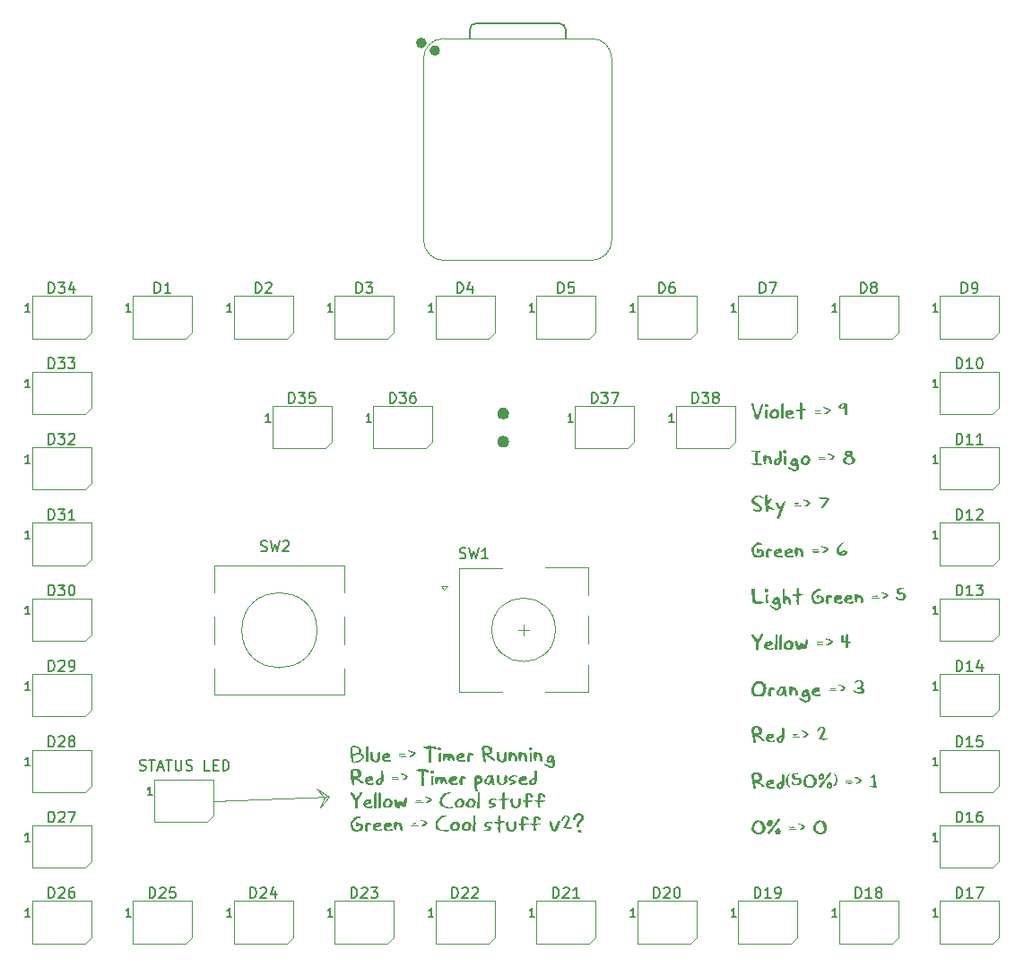
<source format=gbr>
%TF.GenerationSoftware,KiCad,Pcbnew,9.0.0*%
%TF.CreationDate,2025-04-05T15:43:17+05:30*%
%TF.ProjectId,PixelDoro,50697865-6c44-46f7-926f-2e6b69636164,rev?*%
%TF.SameCoordinates,Original*%
%TF.FileFunction,Legend,Top*%
%TF.FilePolarity,Positive*%
%FSLAX46Y46*%
G04 Gerber Fmt 4.6, Leading zero omitted, Abs format (unit mm)*
G04 Created by KiCad (PCBNEW 9.0.0) date 2025-04-05 15:43:17*
%MOMM*%
%LPD*%
G01*
G04 APERTURE LIST*
%ADD10C,0.100000*%
%ADD11C,0.150000*%
%ADD12C,0.120000*%
%ADD13C,0.127000*%
%ADD14C,0.504000*%
G04 APERTURE END LIST*
D10*
X129450000Y-103980000D02*
X128230000Y-103180000D01*
X128580000Y-104940000D02*
X128980000Y-104010000D01*
X128230000Y-103180000D02*
X129450000Y-103980000D01*
X118500000Y-104355000D02*
X129450000Y-103980000D01*
X129450000Y-103980000D02*
X128580000Y-104940000D01*
X128980000Y-104010000D02*
X128230000Y-103180000D01*
G36*
X131897131Y-99156299D02*
G01*
X132064919Y-99176586D01*
X132168039Y-99203705D01*
X132226236Y-99233744D01*
X132254916Y-99264887D01*
X132263646Y-99298350D01*
X132325963Y-99339969D01*
X132372613Y-99388224D01*
X132405703Y-99443696D01*
X132426071Y-99507825D01*
X132433199Y-99582765D01*
X132433199Y-99715962D01*
X132384130Y-99788372D01*
X132347658Y-99820924D01*
X132319528Y-99829554D01*
X132319528Y-99849240D01*
X132424519Y-99858403D01*
X132511736Y-99884177D01*
X132584610Y-99925222D01*
X132645571Y-99981916D01*
X132695811Y-100056306D01*
X132735157Y-100151911D01*
X132727364Y-100210019D01*
X132702156Y-100274566D01*
X132655317Y-100347854D01*
X132580969Y-100432040D01*
X132471867Y-100529161D01*
X132319608Y-100641203D01*
X132112667Y-100753524D01*
X131960675Y-100731828D01*
X131904853Y-100716216D01*
X131792056Y-100753524D01*
X131667785Y-100722942D01*
X131588329Y-100689734D01*
X131541120Y-100655699D01*
X131516505Y-100621153D01*
X131508752Y-100584527D01*
X131500931Y-100452262D01*
X131467382Y-100039511D01*
X131678385Y-100039511D01*
X131709003Y-100287286D01*
X131716566Y-100415529D01*
X131716566Y-100622549D01*
X131753874Y-100622549D01*
X131884062Y-100615773D01*
X132003370Y-100596102D01*
X132113082Y-100564246D01*
X132214331Y-100520538D01*
X132308063Y-100464921D01*
X132395018Y-100396954D01*
X132416918Y-100385988D01*
X132452119Y-100336271D01*
X132508688Y-100208509D01*
X132464842Y-100102792D01*
X132416448Y-100029843D01*
X132364253Y-99982245D01*
X132307514Y-99954933D01*
X132244039Y-99945764D01*
X132206731Y-99945764D01*
X132129158Y-99961490D01*
X131792056Y-100058086D01*
X131772528Y-100058086D01*
X131678385Y-100039511D01*
X131467382Y-100039511D01*
X131451917Y-99849240D01*
X131470571Y-99810900D01*
X131451258Y-99759992D01*
X131438170Y-99691862D01*
X131435334Y-99639997D01*
X131621550Y-99639997D01*
X131635100Y-99794858D01*
X131650774Y-99870258D01*
X131665418Y-99899744D01*
X131678385Y-99906631D01*
X131869823Y-99880449D01*
X132008804Y-99847518D01*
X132106327Y-99810387D01*
X132171917Y-99770868D01*
X132213401Y-99729791D01*
X132236466Y-99686742D01*
X132244039Y-99639997D01*
X132235389Y-99552550D01*
X132210820Y-99479077D01*
X132171012Y-99416663D01*
X132114754Y-99363457D01*
X132039094Y-99318884D01*
X131939610Y-99283708D01*
X131810710Y-99259930D01*
X131722410Y-99267124D01*
X131673238Y-99284170D01*
X131648829Y-99306937D01*
X131641077Y-99335975D01*
X131636856Y-99456396D01*
X131621550Y-99639997D01*
X131435334Y-99639997D01*
X131433263Y-99602133D01*
X131433263Y-99488859D01*
X131462483Y-99342336D01*
X131493485Y-99251578D01*
X131524212Y-99199999D01*
X131554000Y-99174556D01*
X131584241Y-99166898D01*
X131619265Y-99152021D01*
X131641077Y-99148165D01*
X131897131Y-99156299D01*
G37*
G36*
X132859543Y-100601831D02*
G01*
X132859543Y-100319401D01*
X132896851Y-99960608D01*
X132896851Y-99394954D01*
X132904715Y-99272361D01*
X132922813Y-99207219D01*
X132945528Y-99177274D01*
X132972341Y-99168486D01*
X133032908Y-99174255D01*
X133074046Y-99189218D01*
X133101159Y-99211411D01*
X133117461Y-99241221D01*
X133123319Y-99281283D01*
X133123319Y-99809709D01*
X133142847Y-99903773D01*
X133123319Y-99903773D01*
X133128208Y-99918484D01*
X133142847Y-99923379D01*
X133121930Y-100059463D01*
X133109062Y-100203705D01*
X133104665Y-100356709D01*
X133104665Y-100545869D01*
X133099257Y-100594995D01*
X133084579Y-100631438D01*
X133061558Y-100658335D01*
X133029176Y-100677321D01*
X132991868Y-100677321D01*
X132942781Y-100671930D01*
X132906161Y-100657268D01*
X132878951Y-100634235D01*
X132859543Y-100601831D01*
G37*
G36*
X133267233Y-100184536D02*
G01*
X133285887Y-100053402D01*
X133285887Y-99866941D01*
X133292301Y-99817619D01*
X133309904Y-99781143D01*
X133338344Y-99754242D01*
X133380031Y-99735807D01*
X133477022Y-99749279D01*
X133531010Y-99752715D01*
X133524596Y-99799035D01*
X133512356Y-99808598D01*
X133531010Y-99902344D01*
X133531010Y-100109364D01*
X133540149Y-100203467D01*
X133567611Y-100294263D01*
X133614477Y-100383312D01*
X133683106Y-100471801D01*
X133777005Y-100560475D01*
X133795659Y-100560475D01*
X133875259Y-100501370D01*
X133932830Y-100440570D01*
X133971937Y-100377684D01*
X133994895Y-100311714D01*
X134002600Y-100241133D01*
X133983946Y-100165961D01*
X134002600Y-100127939D01*
X133987739Y-100093177D01*
X133983946Y-100072215D01*
X134002600Y-100072215D01*
X133997872Y-100057563D01*
X133983946Y-100052767D01*
X133998616Y-99892722D01*
X134017738Y-99797723D01*
X134038147Y-99746886D01*
X134058055Y-99723698D01*
X134078010Y-99717153D01*
X134153082Y-99724612D01*
X134204492Y-99744071D01*
X134238765Y-99773226D01*
X134259618Y-99812859D01*
X134267170Y-99866624D01*
X134267170Y-100072294D01*
X134262519Y-100086153D01*
X134248516Y-100090790D01*
X134267170Y-100127939D01*
X134267170Y-100203111D01*
X134262513Y-100217035D01*
X134248516Y-100221685D01*
X134267170Y-100259708D01*
X134259447Y-100321704D01*
X134235117Y-100387012D01*
X134191140Y-100457405D01*
X134122969Y-100534390D01*
X134024806Y-100619207D01*
X133889802Y-100712882D01*
X133851621Y-100712882D01*
X133707763Y-100680674D01*
X133592451Y-100638375D01*
X133501061Y-100587554D01*
X133429749Y-100528988D01*
X133375606Y-100462593D01*
X133336838Y-100387416D01*
X133312899Y-100301718D01*
X133304542Y-100203111D01*
X133267233Y-100184536D01*
G37*
G36*
X135031065Y-99837041D02*
G01*
X135093073Y-99857878D01*
X135133032Y-99888184D01*
X135156490Y-99927944D01*
X135164787Y-99980374D01*
X135164787Y-100094441D01*
X135160117Y-100108498D01*
X135146133Y-100113174D01*
X135164787Y-100150086D01*
X135155673Y-100176086D01*
X135121793Y-100205200D01*
X135045308Y-100239164D01*
X134900481Y-100277504D01*
X134655015Y-100318687D01*
X134693362Y-100396068D01*
X134740000Y-100452689D01*
X134795096Y-100492216D01*
X134860259Y-100516412D01*
X134938319Y-100524913D01*
X134956973Y-100524913D01*
X135041432Y-100478093D01*
X135102499Y-100455102D01*
X135146133Y-100448709D01*
X135164787Y-100448709D01*
X135258851Y-100468395D01*
X135258851Y-100487049D01*
X135250242Y-100538798D01*
X135224636Y-100583279D01*
X135179303Y-100622647D01*
X135107951Y-100657000D01*
X134919665Y-100657000D01*
X134796331Y-100649533D01*
X134693333Y-100628685D01*
X134607445Y-100596219D01*
X134535960Y-100553069D01*
X134476815Y-100499282D01*
X134428717Y-100434014D01*
X134391239Y-100355598D01*
X134391239Y-100150086D01*
X134655015Y-100150086D01*
X134881483Y-100094759D01*
X134881483Y-100001647D01*
X134786183Y-100019073D01*
X134723399Y-100043955D01*
X134684227Y-100073936D01*
X134662366Y-100108687D01*
X134655015Y-100150086D01*
X134391239Y-100150086D01*
X134391239Y-100148816D01*
X134417861Y-100066634D01*
X134453735Y-100000362D01*
X134498414Y-99947418D01*
X134552382Y-99906063D01*
X134617005Y-99875543D01*
X134694411Y-99856158D01*
X134787340Y-99849240D01*
X134794237Y-99841481D01*
X134830943Y-99833267D01*
X134938319Y-99828919D01*
X135031065Y-99837041D01*
G37*
G36*
X136024540Y-100130082D02*
G01*
X136043194Y-100093092D01*
X136420641Y-100108332D01*
X136474616Y-100104817D01*
X136571619Y-100091028D01*
X136645539Y-100103633D01*
X136741252Y-100108332D01*
X136741252Y-100164215D01*
X136576796Y-100195363D01*
X136439295Y-100204857D01*
X136233783Y-100194236D01*
X136115909Y-100178543D01*
X136056088Y-100161423D01*
X136030987Y-100145261D01*
X136024540Y-100130082D01*
G37*
G36*
X136043194Y-99959021D02*
G01*
X136043194Y-99922348D01*
X136061848Y-99884801D01*
X136194173Y-99903455D01*
X136269662Y-99903455D01*
X136354051Y-99899375D01*
X136477476Y-99884801D01*
X136584407Y-99913978D01*
X136628455Y-99920363D01*
X136628455Y-99976246D01*
X136608927Y-99976246D01*
X136476374Y-99980749D01*
X136288316Y-99996567D01*
X136043194Y-99959021D01*
G37*
G36*
X136865321Y-99620628D02*
G01*
X136880137Y-99586200D01*
X136883975Y-99564745D01*
X136922157Y-99564745D01*
X137108181Y-99603240D01*
X137263330Y-99649939D01*
X137391667Y-99703484D01*
X137496842Y-99762884D01*
X137582034Y-99827569D01*
X137582034Y-99865750D01*
X137482878Y-99984163D01*
X137392247Y-100071832D01*
X137309100Y-100133894D01*
X137232245Y-100174685D01*
X137160316Y-100197602D01*
X137091789Y-100204937D01*
X136959465Y-100186282D01*
X136959465Y-100167628D01*
X136971891Y-100151168D01*
X137048709Y-100096549D01*
X137280076Y-99959894D01*
X137311666Y-99921882D01*
X137330442Y-99878373D01*
X137336912Y-99827569D01*
X137229226Y-99770699D01*
X137075750Y-99702300D01*
X136865321Y-99620628D01*
G37*
G36*
X138332244Y-99280728D02*
G01*
X138332244Y-99262153D01*
X138339119Y-99246899D01*
X138366839Y-99229447D01*
X138434278Y-99209342D01*
X138568508Y-99188171D01*
X138803834Y-99168486D01*
X139011648Y-99168486D01*
X139229298Y-99188079D01*
X139371883Y-99212819D01*
X139459312Y-99239688D01*
X139508311Y-99266516D01*
X139532067Y-99292454D01*
X139539121Y-99318671D01*
X139539121Y-99375189D01*
X139553846Y-99379909D01*
X139558648Y-99393763D01*
X139535721Y-99441719D01*
X139517285Y-99462703D01*
X139501813Y-99468221D01*
X139444978Y-99468221D01*
X139382782Y-99458520D01*
X139218510Y-99412338D01*
X139067610Y-99412338D01*
X139067610Y-99846541D01*
X139062947Y-99860531D01*
X139048956Y-99865195D01*
X139067610Y-99902582D01*
X139067610Y-100262169D01*
X139073221Y-100320715D01*
X139087137Y-100356550D01*
X139067610Y-100470459D01*
X139067610Y-100696530D01*
X139030302Y-100753524D01*
X138955819Y-100746030D01*
X138904687Y-100726445D01*
X138870481Y-100697009D01*
X138849596Y-100656854D01*
X138842015Y-100602228D01*
X138842015Y-100489113D01*
X138846679Y-100475123D01*
X138860669Y-100470459D01*
X138842015Y-100432198D01*
X138846685Y-100418142D01*
X138860669Y-100413465D01*
X138842015Y-100375204D01*
X138842015Y-99942113D01*
X138845843Y-99757957D01*
X138860669Y-99432659D01*
X138634201Y-99432659D01*
X138574341Y-99426789D01*
X138531954Y-99411272D01*
X138502484Y-99387780D01*
X138483223Y-99355820D01*
X138382542Y-99326008D01*
X138341992Y-99301313D01*
X138332244Y-99280728D01*
G37*
G36*
X139683591Y-99429246D02*
G01*
X139683591Y-99373442D01*
X139691325Y-99321779D01*
X139711849Y-99288250D01*
X139745175Y-99267669D01*
X139796388Y-99259930D01*
X139886993Y-99277901D01*
X139949099Y-99306483D01*
X139990040Y-99343669D01*
X140014320Y-99390067D01*
X140022856Y-99448773D01*
X140011033Y-99478552D01*
X139985446Y-99509812D01*
X139941270Y-99543513D01*
X139871878Y-99579986D01*
X139797341Y-99572508D01*
X139746200Y-99552969D01*
X139712014Y-99523626D01*
X139691158Y-99483626D01*
X139683591Y-99429246D01*
G37*
G36*
X139740426Y-100451567D02*
G01*
X139740426Y-100375681D01*
X139759080Y-100375681D01*
X139744221Y-100340623D01*
X139740426Y-100319480D01*
X139745172Y-100304629D01*
X139759080Y-100299794D01*
X139740426Y-100205175D01*
X139740426Y-99940049D01*
X139746496Y-99891015D01*
X139763826Y-99850531D01*
X139792530Y-99816584D01*
X139834569Y-99788277D01*
X139931619Y-99803210D01*
X139985548Y-99807010D01*
X139966894Y-99940049D01*
X139966894Y-100299794D01*
X139970811Y-100407051D01*
X139985548Y-100584606D01*
X139891405Y-100641759D01*
X139837042Y-100634148D01*
X139796998Y-100613146D01*
X139767570Y-100578660D01*
X139747945Y-100526981D01*
X139740426Y-100451567D01*
G37*
G36*
X140147164Y-100450217D02*
G01*
X140147164Y-100186600D01*
X140152933Y-100033913D01*
X140166725Y-99943390D01*
X140184209Y-99894888D01*
X140202786Y-99872574D01*
X140222653Y-99866147D01*
X140297353Y-99874021D01*
X140341484Y-99893453D01*
X140365418Y-99921495D01*
X140373632Y-99960291D01*
X140392286Y-99960291D01*
X140399643Y-99925621D01*
X140414275Y-99903221D01*
X140436112Y-99889743D01*
X140467775Y-99884801D01*
X140577645Y-99891028D01*
X140646108Y-99906313D01*
X140685806Y-99926754D01*
X140706309Y-99950608D01*
X140712897Y-99978945D01*
X140751079Y-99978945D01*
X140758747Y-99938960D01*
X140780447Y-99910981D01*
X140818999Y-99892245D01*
X140882530Y-99884801D01*
X140952404Y-99891944D01*
X141013225Y-99912560D01*
X141066959Y-99946544D01*
X141114835Y-99995254D01*
X141157218Y-100061381D01*
X141193582Y-100148729D01*
X141222589Y-100262010D01*
X141298079Y-100525707D01*
X141279222Y-100570339D01*
X141254451Y-100593515D01*
X141222589Y-100601117D01*
X141172039Y-100593853D01*
X141127809Y-100572396D01*
X141088028Y-100535231D01*
X141052127Y-100478407D01*
X141020877Y-100396025D01*
X140996201Y-100280664D01*
X140981267Y-100272714D01*
X140962563Y-100237916D01*
X140939365Y-100148419D01*
X140882530Y-100148419D01*
X140849268Y-100394663D01*
X140822629Y-100511391D01*
X140802789Y-100554674D01*
X140788387Y-100563809D01*
X140729844Y-100557277D01*
X140684808Y-100539274D01*
X140650055Y-100510594D01*
X140623919Y-100469856D01*
X140606594Y-100413753D01*
X140600100Y-100337499D01*
X140591505Y-100285288D01*
X140543265Y-100092536D01*
X140524610Y-100092536D01*
X140500955Y-100101208D01*
X140473354Y-100134193D01*
X140439817Y-100209887D01*
X140400168Y-100354554D01*
X140354978Y-100601117D01*
X140271160Y-100593303D01*
X140214463Y-100573095D01*
X140177312Y-100543276D01*
X140155111Y-100503464D01*
X140147164Y-100450217D01*
G37*
G36*
X142062132Y-99837041D02*
G01*
X142124140Y-99857878D01*
X142164100Y-99888184D01*
X142187557Y-99927944D01*
X142195854Y-99980374D01*
X142195854Y-100094441D01*
X142191184Y-100108498D01*
X142177200Y-100113174D01*
X142195854Y-100150086D01*
X142186741Y-100176086D01*
X142152860Y-100205200D01*
X142076376Y-100239164D01*
X141931549Y-100277504D01*
X141686083Y-100318687D01*
X141724430Y-100396068D01*
X141771067Y-100452689D01*
X141826164Y-100492216D01*
X141891327Y-100516412D01*
X141969386Y-100524913D01*
X141988040Y-100524913D01*
X142072500Y-100478093D01*
X142133567Y-100455102D01*
X142177200Y-100448709D01*
X142195854Y-100448709D01*
X142289918Y-100468395D01*
X142289918Y-100487049D01*
X142281309Y-100538798D01*
X142255704Y-100583279D01*
X142210371Y-100622647D01*
X142139019Y-100657000D01*
X141950732Y-100657000D01*
X141827399Y-100649533D01*
X141724401Y-100628685D01*
X141638512Y-100596219D01*
X141567027Y-100553069D01*
X141507882Y-100499282D01*
X141459785Y-100434014D01*
X141422307Y-100355598D01*
X141422307Y-100150086D01*
X141686083Y-100150086D01*
X141912551Y-100094759D01*
X141912551Y-100001647D01*
X141817251Y-100019073D01*
X141754466Y-100043955D01*
X141715295Y-100073936D01*
X141693434Y-100108687D01*
X141686083Y-100150086D01*
X141422307Y-100150086D01*
X141422307Y-100148816D01*
X141448929Y-100066634D01*
X141484802Y-100000362D01*
X141529482Y-99947418D01*
X141583450Y-99906063D01*
X141648073Y-99875543D01*
X141725479Y-99856158D01*
X141818408Y-99849240D01*
X141825305Y-99841481D01*
X141862011Y-99833267D01*
X141969386Y-99828919D01*
X142062132Y-99837041D01*
G37*
G36*
X142414226Y-100470142D02*
G01*
X142434546Y-100248469D01*
X142463406Y-100087228D01*
X142497748Y-99973856D01*
X142535234Y-99897376D01*
X142574486Y-99848573D01*
X142615400Y-99820390D01*
X142659348Y-99808598D01*
X142789237Y-99820153D01*
X142886733Y-99842958D01*
X142958481Y-99874278D01*
X143009987Y-99912531D01*
X143045302Y-99957494D01*
X143066644Y-100010360D01*
X143074103Y-100073564D01*
X142967728Y-100064898D01*
X142867854Y-100039280D01*
X142773019Y-99996567D01*
X142719429Y-100119425D01*
X142697529Y-100147149D01*
X142716183Y-100185489D01*
X142716183Y-100469745D01*
X142734837Y-100582860D01*
X142687404Y-100651389D01*
X142678002Y-100677321D01*
X142595678Y-100670226D01*
X142534998Y-100651277D01*
X142490826Y-100622629D01*
X142459638Y-100584428D01*
X142440012Y-100534792D01*
X142432880Y-100470142D01*
X142414226Y-100470142D01*
G37*
G36*
X144445533Y-99137588D02*
G01*
X144586730Y-99172667D01*
X144687914Y-99214747D01*
X144757923Y-99261775D01*
X144803790Y-99313010D01*
X144830247Y-99369225D01*
X144839173Y-99432659D01*
X144839173Y-99734061D01*
X144743202Y-99837897D01*
X144655538Y-99909652D01*
X144574753Y-99955367D01*
X144499113Y-99979659D01*
X144499113Y-100017920D01*
X144554286Y-100027164D01*
X144631674Y-100060663D01*
X144739435Y-100129676D01*
X144886822Y-100248361D01*
X145084295Y-100433389D01*
X145084295Y-100490304D01*
X145027459Y-100527691D01*
X144951970Y-100527691D01*
X144909787Y-100518456D01*
X144850463Y-100484230D01*
X144766625Y-100411387D01*
X144650013Y-100282172D01*
X144494539Y-100211954D01*
X144344075Y-100124176D01*
X144198029Y-100017920D01*
X144159848Y-100017920D01*
X144159848Y-100055228D01*
X144171234Y-100233227D01*
X144216683Y-100565952D01*
X144216683Y-100622867D01*
X144159848Y-100697642D01*
X144102414Y-100690845D01*
X144057765Y-100671960D01*
X144022822Y-100641474D01*
X143996167Y-100597516D01*
X143978301Y-100536186D01*
X143971561Y-100452043D01*
X143890099Y-99941862D01*
X143850119Y-99596452D01*
X143841077Y-99412814D01*
X144084358Y-99412814D01*
X144122540Y-99790975D01*
X144423624Y-99790975D01*
X144467939Y-99784960D01*
X144503593Y-99767839D01*
X144532703Y-99739262D01*
X144555949Y-99696673D01*
X144555949Y-99601419D01*
X144520273Y-99486962D01*
X144480608Y-99404399D01*
X144438158Y-99346957D01*
X144393238Y-99309227D01*
X144345138Y-99287521D01*
X144292172Y-99280251D01*
X144232924Y-99288149D01*
X144179590Y-99311590D01*
X144130340Y-99351960D01*
X144084358Y-99412814D01*
X143841077Y-99412814D01*
X143839236Y-99375427D01*
X143839236Y-99337166D01*
X143877852Y-99262257D01*
X143927605Y-99206040D01*
X143989302Y-99165637D01*
X144065430Y-99140214D01*
X144159848Y-99131098D01*
X144164418Y-99123116D01*
X144184014Y-99116090D01*
X144235337Y-99112603D01*
X144253991Y-99112603D01*
X144445533Y-99137588D01*
G37*
G36*
X145208364Y-100184536D02*
G01*
X145227018Y-100053402D01*
X145227018Y-99866941D01*
X145233431Y-99817619D01*
X145251034Y-99781143D01*
X145279474Y-99754242D01*
X145321161Y-99735807D01*
X145418153Y-99749279D01*
X145472140Y-99752715D01*
X145465727Y-99799035D01*
X145453486Y-99808598D01*
X145472140Y-99902344D01*
X145472140Y-100109364D01*
X145481279Y-100203467D01*
X145508742Y-100294263D01*
X145555607Y-100383312D01*
X145624236Y-100471801D01*
X145718135Y-100560475D01*
X145736789Y-100560475D01*
X145816389Y-100501370D01*
X145873961Y-100440570D01*
X145913067Y-100377684D01*
X145936026Y-100311714D01*
X145943730Y-100241133D01*
X145925076Y-100165961D01*
X145943730Y-100127939D01*
X145928870Y-100093177D01*
X145925076Y-100072215D01*
X145943730Y-100072215D01*
X145939003Y-100057563D01*
X145925076Y-100052767D01*
X145939747Y-99892722D01*
X145958869Y-99797723D01*
X145979278Y-99746886D01*
X145999185Y-99723698D01*
X146019140Y-99717153D01*
X146094213Y-99724612D01*
X146145622Y-99744071D01*
X146179896Y-99773226D01*
X146200748Y-99812859D01*
X146208300Y-99866624D01*
X146208300Y-100072294D01*
X146203650Y-100086153D01*
X146189646Y-100090790D01*
X146208300Y-100127939D01*
X146208300Y-100203111D01*
X146203643Y-100217035D01*
X146189646Y-100221685D01*
X146208300Y-100259708D01*
X146200578Y-100321704D01*
X146176247Y-100387012D01*
X146132270Y-100457405D01*
X146064100Y-100534390D01*
X145965937Y-100619207D01*
X145830933Y-100712882D01*
X145792752Y-100712882D01*
X145648894Y-100680674D01*
X145533581Y-100638375D01*
X145442192Y-100587554D01*
X145370879Y-100528988D01*
X145316736Y-100462593D01*
X145277969Y-100387416D01*
X145254030Y-100301718D01*
X145245672Y-100203111D01*
X145208364Y-100184536D01*
G37*
G36*
X146332370Y-100224384D02*
G01*
X146332370Y-99885039D01*
X146337760Y-99835953D01*
X146352422Y-99799333D01*
X146375456Y-99772122D01*
X146407859Y-99752715D01*
X146954938Y-99828204D01*
X147042704Y-99964074D01*
X147106430Y-100089121D01*
X147149216Y-100204756D01*
X147173583Y-100312415D01*
X147181407Y-100413544D01*
X147171256Y-100474111D01*
X147124571Y-100621438D01*
X147067736Y-100621438D01*
X147023251Y-100613503D01*
X146985653Y-100589822D01*
X146952939Y-100547220D01*
X146925480Y-100478724D01*
X146905807Y-100374548D01*
X146898103Y-100222717D01*
X146833865Y-100079807D01*
X146777587Y-99982639D01*
X146728470Y-99920363D01*
X146646201Y-100138073D01*
X146594359Y-100313653D01*
X146566966Y-100453792D01*
X146558838Y-100564602D01*
X146540184Y-100564602D01*
X146463356Y-100557640D01*
X146411663Y-100539700D01*
X146378047Y-100513403D01*
X146358119Y-100478570D01*
X146351024Y-100432278D01*
X146354803Y-100411041D01*
X146369678Y-100375363D01*
X146341833Y-100303998D01*
X146332370Y-100224384D01*
G37*
G36*
X147305238Y-100224384D02*
G01*
X147305238Y-99885039D01*
X147310629Y-99835953D01*
X147325291Y-99799333D01*
X147348324Y-99772122D01*
X147380727Y-99752715D01*
X147927807Y-99828204D01*
X148015572Y-99964074D01*
X148079298Y-100089121D01*
X148122084Y-100204756D01*
X148146451Y-100312415D01*
X148154275Y-100413544D01*
X148144124Y-100474111D01*
X148097439Y-100621438D01*
X148040604Y-100621438D01*
X147996119Y-100613503D01*
X147958521Y-100589822D01*
X147925807Y-100547220D01*
X147898348Y-100478724D01*
X147878675Y-100374548D01*
X147870971Y-100222717D01*
X147806733Y-100079807D01*
X147750455Y-99982639D01*
X147701338Y-99920363D01*
X147619069Y-100138073D01*
X147567227Y-100313653D01*
X147539834Y-100453792D01*
X147531706Y-100564602D01*
X147513052Y-100564602D01*
X147436224Y-100557640D01*
X147384531Y-100539700D01*
X147350915Y-100513403D01*
X147330987Y-100478570D01*
X147323892Y-100432278D01*
X147327671Y-100411041D01*
X147342546Y-100375363D01*
X147314702Y-100303998D01*
X147305238Y-100224384D01*
G37*
G36*
X148278106Y-99429246D02*
G01*
X148278106Y-99373442D01*
X148285840Y-99321779D01*
X148306364Y-99288250D01*
X148339690Y-99267669D01*
X148390903Y-99259930D01*
X148481508Y-99277901D01*
X148543614Y-99306483D01*
X148584555Y-99343669D01*
X148608835Y-99390067D01*
X148617371Y-99448773D01*
X148605548Y-99478552D01*
X148579961Y-99509812D01*
X148535785Y-99543513D01*
X148466393Y-99579986D01*
X148391856Y-99572508D01*
X148340715Y-99552969D01*
X148306529Y-99523626D01*
X148285673Y-99483626D01*
X148278106Y-99429246D01*
G37*
G36*
X148334941Y-100451567D02*
G01*
X148334941Y-100375681D01*
X148353595Y-100375681D01*
X148338736Y-100340623D01*
X148334941Y-100319480D01*
X148339687Y-100304629D01*
X148353595Y-100299794D01*
X148334941Y-100205175D01*
X148334941Y-99940049D01*
X148341011Y-99891015D01*
X148358341Y-99850531D01*
X148387045Y-99816584D01*
X148429084Y-99788277D01*
X148526134Y-99803210D01*
X148580063Y-99807010D01*
X148561409Y-99940049D01*
X148561409Y-100299794D01*
X148565326Y-100407051D01*
X148580063Y-100584606D01*
X148485920Y-100641759D01*
X148431557Y-100634148D01*
X148391513Y-100613146D01*
X148362085Y-100578660D01*
X148342460Y-100526981D01*
X148334941Y-100451567D01*
G37*
G36*
X148741679Y-100224384D02*
G01*
X148741679Y-99885039D01*
X148747070Y-99835953D01*
X148761732Y-99799333D01*
X148784765Y-99772122D01*
X148817168Y-99752715D01*
X149364248Y-99828204D01*
X149452013Y-99964074D01*
X149515739Y-100089121D01*
X149558525Y-100204756D01*
X149582892Y-100312415D01*
X149590716Y-100413544D01*
X149580565Y-100474111D01*
X149533880Y-100621438D01*
X149477045Y-100621438D01*
X149432560Y-100613503D01*
X149394962Y-100589822D01*
X149362248Y-100547220D01*
X149334789Y-100478724D01*
X149315116Y-100374548D01*
X149307412Y-100222717D01*
X149243174Y-100079807D01*
X149186896Y-99982639D01*
X149137780Y-99920363D01*
X149055510Y-100138073D01*
X149003668Y-100313653D01*
X148976275Y-100453792D01*
X148968147Y-100564602D01*
X148949493Y-100564602D01*
X148872665Y-100557640D01*
X148820972Y-100539700D01*
X148787356Y-100513403D01*
X148767428Y-100478570D01*
X148760333Y-100432278D01*
X148764112Y-100411041D01*
X148778987Y-100375363D01*
X148751143Y-100303998D01*
X148741679Y-100224384D01*
G37*
G36*
X150464985Y-100024157D02*
G01*
X150531064Y-100043428D01*
X150578437Y-100072185D01*
X150611301Y-100109893D01*
X150631664Y-100158090D01*
X150638994Y-100220098D01*
X150651740Y-100227867D01*
X150657648Y-100260740D01*
X150638994Y-100260740D01*
X150675722Y-100363508D01*
X150710783Y-100497605D01*
X150743079Y-100669147D01*
X150771318Y-100884817D01*
X150762671Y-100955219D01*
X150736547Y-101022291D01*
X150691115Y-101087786D01*
X150622643Y-101152775D01*
X150525802Y-101217587D01*
X150393951Y-101281870D01*
X150279189Y-101247274D01*
X150140118Y-101188891D01*
X149972403Y-101101283D01*
X149771382Y-100978325D01*
X149764699Y-100945850D01*
X149746782Y-100927861D01*
X149714547Y-100921173D01*
X149714547Y-100883944D01*
X149719210Y-100869953D01*
X149733201Y-100865290D01*
X149714547Y-100827744D01*
X149714547Y-100809407D01*
X149751855Y-100809407D01*
X149885714Y-100867492D01*
X150017956Y-100936282D01*
X150148829Y-101016189D01*
X150319022Y-101097736D01*
X150355770Y-101110333D01*
X150427168Y-101067490D01*
X150472723Y-101022235D01*
X150498293Y-100974098D01*
X150506748Y-100921173D01*
X150502966Y-100808352D01*
X150488094Y-100602546D01*
X150402101Y-100669089D01*
X150314408Y-100718949D01*
X150224318Y-100753524D01*
X150125873Y-100734020D01*
X150054171Y-100706077D01*
X150003311Y-100671524D01*
X149968848Y-100630840D01*
X149948203Y-100583048D01*
X149941015Y-100525866D01*
X149947233Y-100432119D01*
X150167483Y-100432119D01*
X150167483Y-100545710D01*
X150174526Y-100567343D01*
X150186610Y-100578970D01*
X150204791Y-100583018D01*
X150268233Y-100533498D01*
X150320397Y-100476423D01*
X150362192Y-100411158D01*
X150393951Y-100336626D01*
X150375220Y-100233554D01*
X150355513Y-100179454D01*
X150336734Y-100155512D01*
X150318462Y-100148974D01*
X150276619Y-100182871D01*
X150237107Y-100236914D01*
X150200252Y-100317348D01*
X150167483Y-100432119D01*
X149947233Y-100432119D01*
X149948560Y-100412120D01*
X149969651Y-100317253D01*
X150002635Y-100238126D01*
X150046814Y-100172181D01*
X150102498Y-100117586D01*
X150170975Y-100073369D01*
X150254407Y-100039498D01*
X150355690Y-100016888D01*
X150374344Y-100016888D01*
X150464985Y-100024157D01*
G37*
G36*
X132039559Y-101321588D02*
G01*
X132180756Y-101356667D01*
X132281941Y-101398747D01*
X132351950Y-101445775D01*
X132397816Y-101497010D01*
X132424273Y-101553225D01*
X132433199Y-101616659D01*
X132433199Y-101918061D01*
X132337228Y-102021897D01*
X132249564Y-102093652D01*
X132168779Y-102139367D01*
X132093140Y-102163659D01*
X132093140Y-102201920D01*
X132148312Y-102211164D01*
X132225701Y-102244663D01*
X132333462Y-102313676D01*
X132480848Y-102432361D01*
X132678321Y-102617389D01*
X132678321Y-102674304D01*
X132621486Y-102711691D01*
X132545997Y-102711691D01*
X132503814Y-102702456D01*
X132444490Y-102668230D01*
X132360651Y-102595387D01*
X132244039Y-102466172D01*
X132088565Y-102395954D01*
X131938102Y-102308176D01*
X131792056Y-102201920D01*
X131753874Y-102201920D01*
X131753874Y-102239228D01*
X131765261Y-102417227D01*
X131810710Y-102749952D01*
X131810710Y-102806867D01*
X131753874Y-102881642D01*
X131696441Y-102874845D01*
X131651791Y-102855960D01*
X131616849Y-102825474D01*
X131590193Y-102781516D01*
X131572327Y-102720186D01*
X131565587Y-102636043D01*
X131484125Y-102125862D01*
X131444145Y-101780452D01*
X131435104Y-101596814D01*
X131678385Y-101596814D01*
X131716566Y-101974975D01*
X132017650Y-101974975D01*
X132061966Y-101968960D01*
X132097619Y-101951839D01*
X132126729Y-101923262D01*
X132149975Y-101880673D01*
X132149975Y-101785419D01*
X132114300Y-101670962D01*
X132074634Y-101588399D01*
X132032185Y-101530957D01*
X131987265Y-101493227D01*
X131939165Y-101471521D01*
X131886199Y-101464251D01*
X131826951Y-101472149D01*
X131773616Y-101495590D01*
X131724366Y-101535960D01*
X131678385Y-101596814D01*
X131435104Y-101596814D01*
X131433263Y-101559427D01*
X131433263Y-101521166D01*
X131471878Y-101446257D01*
X131521631Y-101390040D01*
X131583328Y-101349637D01*
X131659457Y-101324214D01*
X131753874Y-101315098D01*
X131758445Y-101307116D01*
X131778041Y-101300090D01*
X131829364Y-101296603D01*
X131848018Y-101296603D01*
X132039559Y-101321588D01*
G37*
G36*
X133442216Y-102021041D02*
G01*
X133504224Y-102041878D01*
X133544184Y-102072184D01*
X133567641Y-102111944D01*
X133575938Y-102164374D01*
X133575938Y-102278441D01*
X133571268Y-102292498D01*
X133557284Y-102297174D01*
X133575938Y-102334086D01*
X133566824Y-102360086D01*
X133532944Y-102389200D01*
X133456460Y-102423164D01*
X133311633Y-102461504D01*
X133066167Y-102502687D01*
X133104514Y-102580068D01*
X133151151Y-102636689D01*
X133206248Y-102676216D01*
X133271411Y-102700412D01*
X133349470Y-102708913D01*
X133368124Y-102708913D01*
X133452584Y-102662093D01*
X133513651Y-102639102D01*
X133557284Y-102632709D01*
X133575938Y-102632709D01*
X133670002Y-102652395D01*
X133670002Y-102671049D01*
X133661393Y-102722798D01*
X133635788Y-102767279D01*
X133590455Y-102806647D01*
X133519103Y-102841000D01*
X133330816Y-102841000D01*
X133207483Y-102833533D01*
X133104484Y-102812685D01*
X133018596Y-102780219D01*
X132947111Y-102737069D01*
X132887966Y-102683282D01*
X132839868Y-102618014D01*
X132802390Y-102539598D01*
X132802390Y-102334086D01*
X133066167Y-102334086D01*
X133292635Y-102278759D01*
X133292635Y-102185647D01*
X133197334Y-102203073D01*
X133134550Y-102227955D01*
X133095379Y-102257936D01*
X133073517Y-102292687D01*
X133066167Y-102334086D01*
X132802390Y-102334086D01*
X132802390Y-102332816D01*
X132829013Y-102250634D01*
X132864886Y-102184362D01*
X132909565Y-102131418D01*
X132963534Y-102090063D01*
X133028156Y-102059543D01*
X133105563Y-102040158D01*
X133198491Y-102033240D01*
X133205388Y-102025481D01*
X133242095Y-102017267D01*
X133349470Y-102012919D01*
X133442216Y-102021041D01*
G37*
G36*
X134439192Y-101470041D02*
G01*
X134480318Y-101485068D01*
X134507458Y-101507379D01*
X134523798Y-101537389D01*
X134529676Y-101577763D01*
X134544858Y-102074002D01*
X134549203Y-102425848D01*
X134490330Y-102553375D01*
X134428352Y-102657668D01*
X134363684Y-102741791D01*
X134296442Y-102808376D01*
X134226423Y-102859553D01*
X134153102Y-102896882D01*
X134050048Y-102879318D01*
X133969330Y-102850077D01*
X133906670Y-102810746D01*
X133858884Y-102761593D01*
X133824144Y-102701534D01*
X133802178Y-102628262D01*
X133794310Y-102538486D01*
X133801732Y-102481730D01*
X134039432Y-102481730D01*
X134039432Y-102576668D01*
X134044735Y-102649482D01*
X134057596Y-102692905D01*
X134074926Y-102716748D01*
X134096267Y-102727488D01*
X134128320Y-102719235D01*
X134164827Y-102690388D01*
X134208422Y-102630208D01*
X134260698Y-102523271D01*
X134322735Y-102350438D01*
X134322735Y-102293682D01*
X134207019Y-102339714D01*
X134126175Y-102386696D01*
X134072361Y-102433959D01*
X134039432Y-102481730D01*
X133801732Y-102481730D01*
X133802294Y-102477429D01*
X133826482Y-102419445D01*
X133868872Y-102362843D01*
X133933439Y-102306689D01*
X134025795Y-102250841D01*
X134152875Y-102195859D01*
X134322735Y-102142862D01*
X134322735Y-101992042D01*
X134284554Y-101859876D01*
X134304081Y-101859876D01*
X134284554Y-101822647D01*
X134291218Y-101775704D01*
X134304081Y-101765891D01*
X134284554Y-101671827D01*
X134298859Y-101558364D01*
X134317979Y-101498594D01*
X134338403Y-101471785D01*
X134360043Y-101464251D01*
X134378697Y-101464251D01*
X134439192Y-101470041D01*
G37*
G36*
X135314575Y-102314082D02*
G01*
X135333229Y-102277092D01*
X135710676Y-102292332D01*
X135764651Y-102288817D01*
X135861654Y-102275028D01*
X135935574Y-102287633D01*
X136031287Y-102292332D01*
X136031287Y-102348215D01*
X135866831Y-102379363D01*
X135729330Y-102388857D01*
X135523818Y-102378236D01*
X135405944Y-102362543D01*
X135346123Y-102345423D01*
X135321022Y-102329261D01*
X135314575Y-102314082D01*
G37*
G36*
X135333229Y-102143021D02*
G01*
X135333229Y-102106348D01*
X135351883Y-102068801D01*
X135484207Y-102087455D01*
X135559697Y-102087455D01*
X135644086Y-102083375D01*
X135767511Y-102068801D01*
X135874441Y-102097978D01*
X135918490Y-102104363D01*
X135918490Y-102160246D01*
X135898962Y-102160246D01*
X135766409Y-102164749D01*
X135578351Y-102180567D01*
X135333229Y-102143021D01*
G37*
G36*
X136155356Y-101804628D02*
G01*
X136170172Y-101770200D01*
X136174010Y-101748745D01*
X136212192Y-101748745D01*
X136398216Y-101787240D01*
X136553365Y-101833939D01*
X136681702Y-101887484D01*
X136786877Y-101946884D01*
X136872069Y-102011569D01*
X136872069Y-102049750D01*
X136772913Y-102168163D01*
X136682282Y-102255832D01*
X136599135Y-102317894D01*
X136522280Y-102358685D01*
X136450351Y-102381602D01*
X136381824Y-102388937D01*
X136249500Y-102370282D01*
X136249500Y-102351628D01*
X136261926Y-102335168D01*
X136338744Y-102280549D01*
X136570111Y-102143894D01*
X136601701Y-102105882D01*
X136620476Y-102062373D01*
X136626946Y-102011569D01*
X136519261Y-101954699D01*
X136365785Y-101886300D01*
X136155356Y-101804628D01*
G37*
G36*
X137622279Y-101464728D02*
G01*
X137622279Y-101446153D01*
X137629154Y-101430899D01*
X137656874Y-101413447D01*
X137724313Y-101393342D01*
X137858543Y-101372171D01*
X138093869Y-101352486D01*
X138301683Y-101352486D01*
X138519333Y-101372079D01*
X138661918Y-101396819D01*
X138749347Y-101423688D01*
X138798346Y-101450516D01*
X138822102Y-101476454D01*
X138829156Y-101502671D01*
X138829156Y-101559189D01*
X138843881Y-101563909D01*
X138848683Y-101577763D01*
X138825756Y-101625719D01*
X138807319Y-101646703D01*
X138791848Y-101652221D01*
X138735013Y-101652221D01*
X138672817Y-101642520D01*
X138508545Y-101596338D01*
X138357645Y-101596338D01*
X138357645Y-102030541D01*
X138352982Y-102044531D01*
X138338991Y-102049195D01*
X138357645Y-102086582D01*
X138357645Y-102446169D01*
X138363256Y-102504715D01*
X138377172Y-102540550D01*
X138357645Y-102654459D01*
X138357645Y-102880530D01*
X138320337Y-102937524D01*
X138245854Y-102930030D01*
X138194722Y-102910445D01*
X138160516Y-102881009D01*
X138139631Y-102840854D01*
X138132050Y-102786228D01*
X138132050Y-102673113D01*
X138136714Y-102659123D01*
X138150704Y-102654459D01*
X138132050Y-102616198D01*
X138136720Y-102602142D01*
X138150704Y-102597465D01*
X138132050Y-102559204D01*
X138132050Y-102126113D01*
X138135878Y-101941957D01*
X138150704Y-101616659D01*
X137924236Y-101616659D01*
X137864375Y-101610789D01*
X137821989Y-101595272D01*
X137792518Y-101571780D01*
X137773258Y-101539820D01*
X137672577Y-101510008D01*
X137632027Y-101485313D01*
X137622279Y-101464728D01*
G37*
G36*
X138973626Y-101613246D02*
G01*
X138973626Y-101557442D01*
X138981360Y-101505779D01*
X139001883Y-101472250D01*
X139035210Y-101451669D01*
X139086423Y-101443930D01*
X139177028Y-101461901D01*
X139239134Y-101490483D01*
X139280075Y-101527669D01*
X139304355Y-101574067D01*
X139312891Y-101632773D01*
X139301067Y-101662552D01*
X139275481Y-101693812D01*
X139231305Y-101727513D01*
X139161912Y-101763986D01*
X139087376Y-101756508D01*
X139036235Y-101736969D01*
X139002049Y-101707626D01*
X138981193Y-101667626D01*
X138973626Y-101613246D01*
G37*
G36*
X139030461Y-102635567D02*
G01*
X139030461Y-102559681D01*
X139049115Y-102559681D01*
X139034256Y-102524623D01*
X139030461Y-102503480D01*
X139035207Y-102488629D01*
X139049115Y-102483794D01*
X139030461Y-102389175D01*
X139030461Y-102124049D01*
X139036531Y-102075015D01*
X139053861Y-102034531D01*
X139082565Y-102000584D01*
X139124604Y-101972277D01*
X139221654Y-101987210D01*
X139275583Y-101991010D01*
X139256929Y-102124049D01*
X139256929Y-102483794D01*
X139260846Y-102591051D01*
X139275583Y-102768606D01*
X139181440Y-102825759D01*
X139127077Y-102818148D01*
X139087033Y-102797146D01*
X139057605Y-102762660D01*
X139037980Y-102710981D01*
X139030461Y-102635567D01*
G37*
G36*
X139437199Y-102634217D02*
G01*
X139437199Y-102370600D01*
X139442968Y-102217913D01*
X139456759Y-102127390D01*
X139474244Y-102078888D01*
X139492821Y-102056574D01*
X139512688Y-102050147D01*
X139587388Y-102058021D01*
X139631519Y-102077453D01*
X139655452Y-102105495D01*
X139663667Y-102144291D01*
X139682321Y-102144291D01*
X139689678Y-102109621D01*
X139704310Y-102087221D01*
X139726147Y-102073743D01*
X139757810Y-102068801D01*
X139867680Y-102075028D01*
X139936143Y-102090313D01*
X139975841Y-102110754D01*
X139996344Y-102134608D01*
X140002932Y-102162945D01*
X140041113Y-102162945D01*
X140048782Y-102122960D01*
X140070482Y-102094981D01*
X140109034Y-102076245D01*
X140172565Y-102068801D01*
X140242439Y-102075944D01*
X140303260Y-102096560D01*
X140356994Y-102130544D01*
X140404870Y-102179254D01*
X140447253Y-102245381D01*
X140483617Y-102332729D01*
X140512624Y-102446010D01*
X140588114Y-102709707D01*
X140569257Y-102754339D01*
X140544486Y-102777515D01*
X140512624Y-102785117D01*
X140462074Y-102777853D01*
X140417844Y-102756396D01*
X140378063Y-102719231D01*
X140342162Y-102662407D01*
X140310912Y-102580025D01*
X140286236Y-102464664D01*
X140271302Y-102456714D01*
X140252598Y-102421916D01*
X140229400Y-102332419D01*
X140172565Y-102332419D01*
X140139303Y-102578663D01*
X140112664Y-102695391D01*
X140092823Y-102738674D01*
X140078422Y-102747809D01*
X140019879Y-102741277D01*
X139974843Y-102723274D01*
X139940090Y-102694594D01*
X139913954Y-102653856D01*
X139896629Y-102597753D01*
X139890135Y-102521499D01*
X139881540Y-102469288D01*
X139833299Y-102276536D01*
X139814645Y-102276536D01*
X139790990Y-102285208D01*
X139763389Y-102318193D01*
X139729852Y-102393887D01*
X139690202Y-102538554D01*
X139645013Y-102785117D01*
X139561195Y-102777303D01*
X139504498Y-102757095D01*
X139467347Y-102727276D01*
X139445146Y-102687464D01*
X139437199Y-102634217D01*
G37*
G36*
X141352167Y-102021041D02*
G01*
X141414175Y-102041878D01*
X141454135Y-102072184D01*
X141477592Y-102111944D01*
X141485889Y-102164374D01*
X141485889Y-102278441D01*
X141481219Y-102292498D01*
X141467235Y-102297174D01*
X141485889Y-102334086D01*
X141476776Y-102360086D01*
X141442895Y-102389200D01*
X141366411Y-102423164D01*
X141221584Y-102461504D01*
X140976118Y-102502687D01*
X141014465Y-102580068D01*
X141061102Y-102636689D01*
X141116199Y-102676216D01*
X141181362Y-102700412D01*
X141259421Y-102708913D01*
X141278075Y-102708913D01*
X141362535Y-102662093D01*
X141423602Y-102639102D01*
X141467235Y-102632709D01*
X141485889Y-102632709D01*
X141579953Y-102652395D01*
X141579953Y-102671049D01*
X141571344Y-102722798D01*
X141545739Y-102767279D01*
X141500406Y-102806647D01*
X141429054Y-102841000D01*
X141240767Y-102841000D01*
X141117434Y-102833533D01*
X141014436Y-102812685D01*
X140928547Y-102780219D01*
X140857062Y-102737069D01*
X140797917Y-102683282D01*
X140749819Y-102618014D01*
X140712342Y-102539598D01*
X140712342Y-102334086D01*
X140976118Y-102334086D01*
X141202586Y-102278759D01*
X141202586Y-102185647D01*
X141107286Y-102203073D01*
X141044501Y-102227955D01*
X141005330Y-102257936D01*
X140983468Y-102292687D01*
X140976118Y-102334086D01*
X140712342Y-102334086D01*
X140712342Y-102332816D01*
X140738964Y-102250634D01*
X140774837Y-102184362D01*
X140819517Y-102131418D01*
X140873485Y-102090063D01*
X140938108Y-102059543D01*
X141015514Y-102040158D01*
X141108442Y-102033240D01*
X141115339Y-102025481D01*
X141152046Y-102017267D01*
X141259421Y-102012919D01*
X141352167Y-102021041D01*
G37*
G36*
X141704261Y-102654142D02*
G01*
X141724581Y-102432469D01*
X141753441Y-102271228D01*
X141787783Y-102157856D01*
X141825269Y-102081376D01*
X141864520Y-102032573D01*
X141905435Y-102004390D01*
X141949383Y-101992598D01*
X142079272Y-102004153D01*
X142176768Y-102026958D01*
X142248516Y-102058278D01*
X142300022Y-102096531D01*
X142335337Y-102141494D01*
X142356679Y-102194360D01*
X142364138Y-102257564D01*
X142257763Y-102248898D01*
X142157889Y-102223280D01*
X142063053Y-102180567D01*
X142009464Y-102303425D01*
X141987564Y-102331149D01*
X142006218Y-102369489D01*
X142006218Y-102653745D01*
X142024872Y-102766860D01*
X141977439Y-102835389D01*
X141968037Y-102861321D01*
X141885713Y-102854226D01*
X141825033Y-102835277D01*
X141780861Y-102806629D01*
X141749673Y-102768428D01*
X141730047Y-102718792D01*
X141722915Y-102654142D01*
X141704261Y-102654142D01*
G37*
G36*
X143570264Y-101925031D02*
G01*
X143655084Y-101949338D01*
X143726206Y-101988018D01*
X143785948Y-102041320D01*
X143835518Y-102111012D01*
X143874892Y-102200207D01*
X143902819Y-102313130D01*
X143902819Y-102370044D01*
X143892983Y-102424764D01*
X143859290Y-102491158D01*
X143792461Y-102573673D01*
X143679983Y-102676743D01*
X143506718Y-102804961D01*
X143447723Y-102834845D01*
X143412575Y-102842349D01*
X143412575Y-103087868D01*
X143449883Y-103390302D01*
X143444436Y-103407262D01*
X143423090Y-103431230D01*
X143374393Y-103465870D01*
X143315879Y-103459332D01*
X143270853Y-103441306D01*
X143236095Y-103412581D01*
X143209946Y-103371764D01*
X143192607Y-103315532D01*
X143186106Y-103239085D01*
X143166878Y-103118111D01*
X143147122Y-102889306D01*
X143129271Y-102502528D01*
X143141093Y-102294396D01*
X143412575Y-102294396D01*
X143412575Y-102615563D01*
X143489409Y-102558199D01*
X143558250Y-102489166D01*
X143619515Y-102407432D01*
X143619515Y-102313130D01*
X143611401Y-102258161D01*
X143586108Y-102203091D01*
X143540319Y-102146157D01*
X143468537Y-102086265D01*
X143435010Y-102173786D01*
X143417644Y-102241875D01*
X143412575Y-102294396D01*
X143141093Y-102294396D01*
X143144264Y-102238576D01*
X143147925Y-102105871D01*
X143234955Y-102010840D01*
X143305760Y-101953931D01*
X143363787Y-101924946D01*
X143412575Y-101916394D01*
X143468537Y-101916394D01*
X143570264Y-101925031D01*
G37*
G36*
X144693061Y-101907921D02*
G01*
X144792729Y-101926825D01*
X144876243Y-101956242D01*
X144880963Y-101941517D01*
X144894817Y-101936715D01*
X144901251Y-102060475D01*
X144922245Y-102207580D01*
X144960632Y-102381576D01*
X145019593Y-102586260D01*
X145102631Y-102825679D01*
X145098102Y-102840952D01*
X145081622Y-102859109D01*
X145045796Y-102881721D01*
X144979886Y-102875172D01*
X144926410Y-102856835D01*
X144882730Y-102827525D01*
X144847189Y-102786478D01*
X144819328Y-102731457D01*
X144788095Y-102602195D01*
X144782020Y-102560713D01*
X144677853Y-102676320D01*
X144595777Y-102751722D01*
X144531627Y-102796643D01*
X144481558Y-102819234D01*
X144441960Y-102825759D01*
X144291220Y-102792656D01*
X144184147Y-102752166D01*
X144110857Y-102706664D01*
X144063400Y-102657159D01*
X144036300Y-102603034D01*
X144027206Y-102542058D01*
X144029133Y-102523404D01*
X144253674Y-102523404D01*
X144272796Y-102589766D01*
X144299345Y-102636341D01*
X144332460Y-102667743D01*
X144372983Y-102686628D01*
X144423306Y-102693275D01*
X144507977Y-102589441D01*
X144571183Y-102485532D01*
X144615089Y-102380747D01*
X144641093Y-102274034D01*
X144649774Y-102164135D01*
X144649774Y-102012919D01*
X144631120Y-102012919D01*
X144540805Y-102062499D01*
X144464875Y-102120908D01*
X144401754Y-102188325D01*
X144350430Y-102265464D01*
X144310509Y-102353534D01*
X144294804Y-102363070D01*
X144275627Y-102406815D01*
X144253674Y-102523404D01*
X144029133Y-102523404D01*
X144036064Y-102456289D01*
X144063488Y-102367902D01*
X144111799Y-102275219D01*
X144184592Y-102176776D01*
X144286554Y-102071360D01*
X144423306Y-101957988D01*
X144488416Y-101923466D01*
X144537481Y-101906105D01*
X144574285Y-101901153D01*
X144693061Y-101907921D01*
G37*
G36*
X145227415Y-102368536D02*
G01*
X145246069Y-102237402D01*
X145246069Y-102050941D01*
X145252482Y-102001619D01*
X145270085Y-101965143D01*
X145298525Y-101938242D01*
X145340212Y-101919807D01*
X145437204Y-101933279D01*
X145491191Y-101936715D01*
X145484778Y-101983035D01*
X145472537Y-101992598D01*
X145491191Y-102086344D01*
X145491191Y-102293364D01*
X145500330Y-102387467D01*
X145527793Y-102478263D01*
X145574658Y-102567312D01*
X145643287Y-102655801D01*
X145737186Y-102744475D01*
X145755840Y-102744475D01*
X145835440Y-102685370D01*
X145893012Y-102624570D01*
X145932118Y-102561684D01*
X145955076Y-102495714D01*
X145962781Y-102425133D01*
X145944127Y-102349961D01*
X145962781Y-102311939D01*
X145947921Y-102277177D01*
X145944127Y-102256215D01*
X145962781Y-102256215D01*
X145958054Y-102241563D01*
X145944127Y-102236767D01*
X145958797Y-102076722D01*
X145977920Y-101981723D01*
X145998329Y-101930886D01*
X146018236Y-101907698D01*
X146038191Y-101901153D01*
X146113264Y-101908612D01*
X146164673Y-101928071D01*
X146198946Y-101957226D01*
X146219799Y-101996859D01*
X146227351Y-102050624D01*
X146227351Y-102256294D01*
X146222701Y-102270153D01*
X146208697Y-102274790D01*
X146227351Y-102311939D01*
X146227351Y-102387111D01*
X146222694Y-102401035D01*
X146208697Y-102405685D01*
X146227351Y-102443708D01*
X146219629Y-102505704D01*
X146195298Y-102571012D01*
X146151321Y-102641405D01*
X146083151Y-102718390D01*
X145984988Y-102803207D01*
X145849984Y-102896882D01*
X145811803Y-102896882D01*
X145667944Y-102864674D01*
X145552632Y-102822375D01*
X145461243Y-102771554D01*
X145389930Y-102712988D01*
X145335787Y-102646593D01*
X145297019Y-102571416D01*
X145273081Y-102485718D01*
X145264723Y-102387111D01*
X145227415Y-102368536D01*
G37*
G36*
X146351420Y-102803850D02*
G01*
X146351420Y-102784402D01*
X146360837Y-102764591D01*
X146401653Y-102735981D01*
X146504061Y-102693905D01*
X146710213Y-102633979D01*
X146790087Y-102579902D01*
X146804357Y-102558807D01*
X146804357Y-102540233D01*
X146791378Y-102527239D01*
X146714885Y-102503825D01*
X146483745Y-102465061D01*
X146425652Y-102418873D01*
X146385079Y-102363654D01*
X146360191Y-102297717D01*
X146351420Y-102218034D01*
X146390866Y-102137507D01*
X146439168Y-102071241D01*
X146496466Y-102017404D01*
X146563607Y-101974889D01*
X146642084Y-101943398D01*
X146733941Y-101923458D01*
X146841665Y-101916394D01*
X146913076Y-101922640D01*
X147022272Y-101945601D01*
X147181803Y-101992598D01*
X147181803Y-102010934D01*
X147162197Y-102104363D01*
X146879846Y-102047528D01*
X146747786Y-102085596D01*
X146676499Y-102120472D01*
X146643844Y-102151515D01*
X146634724Y-102180408D01*
X146634724Y-102256532D01*
X146649424Y-102329888D01*
X146668644Y-102361531D01*
X146690686Y-102370203D01*
X146766175Y-102370203D01*
X146870835Y-102376448D01*
X146947881Y-102392927D01*
X147003396Y-102417008D01*
X147042325Y-102447253D01*
X147068133Y-102483636D01*
X147068133Y-102503083D01*
X147060468Y-102564468D01*
X147037757Y-102620008D01*
X146998851Y-102671500D01*
X146940651Y-102719847D01*
X146858419Y-102764981D01*
X146746098Y-102805935D01*
X146596543Y-102841000D01*
X146539707Y-102841000D01*
X146351420Y-102803850D01*
G37*
G36*
X147946333Y-102021041D02*
G01*
X148008341Y-102041878D01*
X148048301Y-102072184D01*
X148071758Y-102111944D01*
X148080055Y-102164374D01*
X148080055Y-102278441D01*
X148075385Y-102292498D01*
X148061401Y-102297174D01*
X148080055Y-102334086D01*
X148070942Y-102360086D01*
X148037061Y-102389200D01*
X147960577Y-102423164D01*
X147815750Y-102461504D01*
X147570284Y-102502687D01*
X147608631Y-102580068D01*
X147655268Y-102636689D01*
X147710365Y-102676216D01*
X147775528Y-102700412D01*
X147853587Y-102708913D01*
X147872241Y-102708913D01*
X147956701Y-102662093D01*
X148017768Y-102639102D01*
X148061401Y-102632709D01*
X148080055Y-102632709D01*
X148174119Y-102652395D01*
X148174119Y-102671049D01*
X148165510Y-102722798D01*
X148139905Y-102767279D01*
X148094572Y-102806647D01*
X148023220Y-102841000D01*
X147834933Y-102841000D01*
X147711600Y-102833533D01*
X147608602Y-102812685D01*
X147522713Y-102780219D01*
X147451228Y-102737069D01*
X147392083Y-102683282D01*
X147343986Y-102618014D01*
X147306508Y-102539598D01*
X147306508Y-102334086D01*
X147570284Y-102334086D01*
X147796752Y-102278759D01*
X147796752Y-102185647D01*
X147701452Y-102203073D01*
X147638667Y-102227955D01*
X147599496Y-102257936D01*
X147577635Y-102292687D01*
X147570284Y-102334086D01*
X147306508Y-102334086D01*
X147306508Y-102332816D01*
X147333130Y-102250634D01*
X147369003Y-102184362D01*
X147413683Y-102131418D01*
X147467651Y-102090063D01*
X147532274Y-102059543D01*
X147609680Y-102040158D01*
X147702609Y-102033240D01*
X147709506Y-102025481D01*
X147746212Y-102017267D01*
X147853587Y-102012919D01*
X147946333Y-102021041D01*
G37*
G36*
X148943309Y-101470041D02*
G01*
X148984435Y-101485068D01*
X149011576Y-101507379D01*
X149027916Y-101537389D01*
X149033793Y-101577763D01*
X149048976Y-102074002D01*
X149053320Y-102425848D01*
X148994447Y-102553375D01*
X148932469Y-102657668D01*
X148867801Y-102741791D01*
X148800559Y-102808376D01*
X148730541Y-102859553D01*
X148657219Y-102896882D01*
X148554166Y-102879318D01*
X148473447Y-102850077D01*
X148410788Y-102810746D01*
X148363002Y-102761593D01*
X148328261Y-102701534D01*
X148306295Y-102628262D01*
X148298427Y-102538486D01*
X148305849Y-102481730D01*
X148543549Y-102481730D01*
X148543549Y-102576668D01*
X148548852Y-102649482D01*
X148561713Y-102692905D01*
X148579043Y-102716748D01*
X148600384Y-102727488D01*
X148632437Y-102719235D01*
X148668944Y-102690388D01*
X148712540Y-102630208D01*
X148764816Y-102523271D01*
X148826852Y-102350438D01*
X148826852Y-102293682D01*
X148711136Y-102339714D01*
X148630292Y-102386696D01*
X148576478Y-102433959D01*
X148543549Y-102481730D01*
X148305849Y-102481730D01*
X148306411Y-102477429D01*
X148330599Y-102419445D01*
X148372989Y-102362843D01*
X148437556Y-102306689D01*
X148529912Y-102250841D01*
X148656993Y-102195859D01*
X148826852Y-102142862D01*
X148826852Y-101992042D01*
X148788671Y-101859876D01*
X148808198Y-101859876D01*
X148788671Y-101822647D01*
X148795335Y-101775704D01*
X148808198Y-101765891D01*
X148788671Y-101671827D01*
X148802977Y-101558364D01*
X148822096Y-101498594D01*
X148842520Y-101471785D01*
X148864160Y-101464251D01*
X148882814Y-101464251D01*
X148943309Y-101470041D01*
G37*
G36*
X131433263Y-103534819D02*
G01*
X131470571Y-103516165D01*
X131490098Y-103516165D01*
X131552724Y-103522549D01*
X131604926Y-103540649D01*
X131648899Y-103569967D01*
X131685997Y-103611468D01*
X131716566Y-103667461D01*
X131827389Y-103806536D01*
X131903817Y-103919387D01*
X131952790Y-104010265D01*
X131980342Y-104083089D01*
X131998996Y-104083089D01*
X131998996Y-104044829D01*
X131985006Y-104040165D01*
X131980342Y-104026174D01*
X132084934Y-103914104D01*
X132176048Y-103792261D01*
X132254181Y-103659945D01*
X132319528Y-103516244D01*
X132354591Y-103500661D01*
X132376364Y-103496638D01*
X132527342Y-103516244D01*
X132519463Y-103575332D01*
X132489809Y-103668273D01*
X132427465Y-103808087D01*
X132319272Y-104009978D01*
X132149975Y-104291379D01*
X132117544Y-104357231D01*
X132099096Y-104419764D01*
X132093140Y-104480063D01*
X132093140Y-104933952D01*
X132087729Y-104983166D01*
X132073047Y-105019674D01*
X132050024Y-105046619D01*
X132017650Y-105065642D01*
X131998996Y-105065642D01*
X131949142Y-105059185D01*
X131912501Y-105041511D01*
X131885687Y-105013031D01*
X131867545Y-104971339D01*
X131882047Y-104595555D01*
X131886199Y-104328767D01*
X131718940Y-104118802D01*
X131599080Y-103947143D01*
X131517845Y-103808021D01*
X131467423Y-103696122D01*
X131441066Y-103606551D01*
X131433263Y-103534819D01*
G37*
G36*
X133292349Y-104205041D02*
G01*
X133354357Y-104225878D01*
X133394316Y-104256184D01*
X133417774Y-104295944D01*
X133426071Y-104348374D01*
X133426071Y-104462441D01*
X133421401Y-104476498D01*
X133407417Y-104481174D01*
X133426071Y-104518086D01*
X133416957Y-104544086D01*
X133383077Y-104573200D01*
X133306592Y-104607164D01*
X133161765Y-104645504D01*
X132916299Y-104686687D01*
X132954646Y-104764068D01*
X133001284Y-104820689D01*
X133056380Y-104860216D01*
X133121543Y-104884412D01*
X133199603Y-104892913D01*
X133218257Y-104892913D01*
X133302716Y-104846093D01*
X133363783Y-104823102D01*
X133407417Y-104816709D01*
X133426071Y-104816709D01*
X133520135Y-104836395D01*
X133520135Y-104855049D01*
X133511526Y-104906798D01*
X133485920Y-104951279D01*
X133440587Y-104990647D01*
X133369235Y-105025000D01*
X133180949Y-105025000D01*
X133057615Y-105017533D01*
X132954617Y-104996685D01*
X132868729Y-104964219D01*
X132797244Y-104921069D01*
X132738099Y-104867282D01*
X132690001Y-104802014D01*
X132652523Y-104723598D01*
X132652523Y-104518086D01*
X132916299Y-104518086D01*
X133142767Y-104462759D01*
X133142767Y-104369647D01*
X133047467Y-104387073D01*
X132984683Y-104411955D01*
X132945511Y-104441936D01*
X132923650Y-104476687D01*
X132916299Y-104518086D01*
X132652523Y-104518086D01*
X132652523Y-104516816D01*
X132679145Y-104434634D01*
X132715019Y-104368362D01*
X132759698Y-104315418D01*
X132813666Y-104274063D01*
X132878289Y-104243543D01*
X132955695Y-104224158D01*
X133048624Y-104217240D01*
X133055521Y-104209481D01*
X133092227Y-104201267D01*
X133199603Y-104196919D01*
X133292349Y-104205041D01*
G37*
G36*
X133644442Y-104969831D02*
G01*
X133644442Y-104687401D01*
X133681750Y-104328608D01*
X133681750Y-103762954D01*
X133689613Y-103640361D01*
X133707712Y-103575219D01*
X133730427Y-103545274D01*
X133757240Y-103536486D01*
X133817807Y-103542255D01*
X133858945Y-103557218D01*
X133886058Y-103579411D01*
X133902360Y-103609221D01*
X133908218Y-103649283D01*
X133908218Y-104177709D01*
X133927745Y-104271773D01*
X133908218Y-104271773D01*
X133913107Y-104286484D01*
X133927745Y-104291379D01*
X133906829Y-104427463D01*
X133893961Y-104571705D01*
X133889564Y-104724709D01*
X133889564Y-104913869D01*
X133884156Y-104962995D01*
X133869478Y-104999438D01*
X133846457Y-105026335D01*
X133814075Y-105045321D01*
X133776767Y-105045321D01*
X133727680Y-105039930D01*
X133691060Y-105025268D01*
X133663850Y-105002235D01*
X133644442Y-104969831D01*
G37*
G36*
X134052132Y-104969831D02*
G01*
X134052132Y-104687401D01*
X134089440Y-104328608D01*
X134089440Y-103762954D01*
X134097304Y-103640361D01*
X134115402Y-103575219D01*
X134138117Y-103545274D01*
X134164930Y-103536486D01*
X134225497Y-103542255D01*
X134266635Y-103557218D01*
X134293748Y-103579411D01*
X134310050Y-103609221D01*
X134315908Y-103649283D01*
X134315908Y-104177709D01*
X134335436Y-104271773D01*
X134315908Y-104271773D01*
X134320797Y-104286484D01*
X134335436Y-104291379D01*
X134314519Y-104427463D01*
X134301651Y-104571705D01*
X134297254Y-104724709D01*
X134297254Y-104913869D01*
X134291846Y-104962995D01*
X134277168Y-104999438D01*
X134254147Y-105026335D01*
X134221765Y-105045321D01*
X134184457Y-105045321D01*
X134135370Y-105039930D01*
X134098750Y-105025268D01*
X134071540Y-105002235D01*
X134052132Y-104969831D01*
G37*
G36*
X135045436Y-104107322D02*
G01*
X135128076Y-104127063D01*
X135200057Y-104158650D01*
X135263016Y-104201965D01*
X135318062Y-104257738D01*
X135365695Y-104327497D01*
X135402923Y-104497606D01*
X135379149Y-104634139D01*
X135345218Y-104742778D01*
X135302909Y-104828219D01*
X135253209Y-104894409D01*
X135196225Y-104944375D01*
X135131160Y-104980037D01*
X135056386Y-105002055D01*
X134969594Y-105009759D01*
X134931413Y-105009759D01*
X134823113Y-105001680D01*
X134729334Y-104978657D01*
X134647668Y-104941768D01*
X134576231Y-104891066D01*
X134513784Y-104825576D01*
X134459822Y-104743363D01*
X134459822Y-104554600D01*
X134723599Y-104554600D01*
X134723599Y-104611594D01*
X134730799Y-104680709D01*
X134751159Y-104737803D01*
X134784111Y-104785452D01*
X134830834Y-104825199D01*
X134894105Y-104857351D01*
X134944372Y-104849919D01*
X134989717Y-104827651D01*
X135031897Y-104788536D01*
X135071472Y-104728119D01*
X135107800Y-104640002D01*
X135139227Y-104516260D01*
X135091557Y-104389692D01*
X135051130Y-104312865D01*
X135017155Y-104270810D01*
X134988248Y-104251769D01*
X134876260Y-104329804D01*
X134801532Y-104397338D01*
X134755447Y-104456003D01*
X134731075Y-104507685D01*
X134723599Y-104554600D01*
X134459822Y-104554600D01*
X134459822Y-104535867D01*
X134468059Y-104486827D01*
X134495985Y-104428020D01*
X134550675Y-104355893D01*
X134641653Y-104266899D01*
X134780434Y-104157388D01*
X134842718Y-104124348D01*
X134898783Y-104106122D01*
X134950067Y-104100394D01*
X135045436Y-104107322D01*
G37*
G36*
X135527945Y-104270662D02*
G01*
X135556666Y-104215558D01*
X135581468Y-104187441D01*
X135603435Y-104176598D01*
X135622089Y-104176598D01*
X135693699Y-104185067D01*
X135744516Y-104207758D01*
X135780082Y-104243304D01*
X135802778Y-104294073D01*
X135811249Y-104365599D01*
X135845637Y-104564351D01*
X135872092Y-104660129D01*
X135891379Y-104696620D01*
X135905392Y-104704626D01*
X135969469Y-104516369D01*
X136016453Y-104418671D01*
X136050182Y-104376870D01*
X136075025Y-104365758D01*
X136093679Y-104365758D01*
X136195965Y-104374302D01*
X136270996Y-104397049D01*
X136325253Y-104431243D01*
X136363270Y-104476506D01*
X136387035Y-104534903D01*
X136395636Y-104610562D01*
X136407877Y-104620125D01*
X136414290Y-104666445D01*
X136433818Y-104666445D01*
X136466874Y-104403079D01*
X136503150Y-104229941D01*
X136539829Y-104123352D01*
X136574972Y-104063375D01*
X136608042Y-104034240D01*
X136640679Y-104025619D01*
X136659333Y-104025619D01*
X136748869Y-104061846D01*
X136783842Y-104085477D01*
X136791658Y-104101029D01*
X136739058Y-104434086D01*
X136692342Y-104649833D01*
X136651864Y-104779711D01*
X136617728Y-104850237D01*
X136589454Y-104882806D01*
X136565190Y-104892754D01*
X136560771Y-104914513D01*
X136548980Y-104926500D01*
X136527882Y-104930935D01*
X136424765Y-104924053D01*
X136345642Y-104905501D01*
X136285617Y-104877612D01*
X136240789Y-104841467D01*
X136208539Y-104796763D01*
X136187822Y-104741855D01*
X136174934Y-104734514D01*
X136169168Y-104704626D01*
X136150514Y-104704626D01*
X136127315Y-104848179D01*
X136098575Y-104938092D01*
X136067361Y-104990199D01*
X136034824Y-105016726D01*
X135999535Y-105025000D01*
X135913325Y-105017008D01*
X135838837Y-104994108D01*
X135773733Y-104956824D01*
X135716421Y-104904228D01*
X135666204Y-104834024D01*
X135623348Y-104742736D01*
X135589034Y-104625915D01*
X135565253Y-104478317D01*
X135559762Y-104375565D01*
X135546194Y-104309991D01*
X135527945Y-104270662D01*
G37*
G36*
X137557506Y-104498082D02*
G01*
X137576160Y-104461092D01*
X137953606Y-104476332D01*
X138007582Y-104472817D01*
X138104585Y-104459028D01*
X138178505Y-104471633D01*
X138274218Y-104476332D01*
X138274218Y-104532215D01*
X138109762Y-104563363D01*
X137972260Y-104572857D01*
X137766749Y-104562236D01*
X137648875Y-104546543D01*
X137589053Y-104529423D01*
X137563953Y-104513261D01*
X137557506Y-104498082D01*
G37*
G36*
X137576160Y-104327021D02*
G01*
X137576160Y-104290348D01*
X137594814Y-104252801D01*
X137727138Y-104271455D01*
X137802628Y-104271455D01*
X137887017Y-104267375D01*
X138010442Y-104252801D01*
X138117372Y-104281978D01*
X138161420Y-104288363D01*
X138161420Y-104344246D01*
X138141893Y-104344246D01*
X138009340Y-104348749D01*
X137821282Y-104364567D01*
X137576160Y-104327021D01*
G37*
G36*
X138398287Y-103988628D02*
G01*
X138413103Y-103954200D01*
X138416941Y-103932745D01*
X138455122Y-103932745D01*
X138641147Y-103971240D01*
X138796296Y-104017939D01*
X138924633Y-104071484D01*
X139029808Y-104130884D01*
X139115000Y-104195569D01*
X139115000Y-104233750D01*
X139015844Y-104352163D01*
X138925212Y-104439832D01*
X138842066Y-104501894D01*
X138765211Y-104542685D01*
X138693281Y-104565602D01*
X138624755Y-104572937D01*
X138492431Y-104554282D01*
X138492431Y-104535628D01*
X138504857Y-104519168D01*
X138581675Y-104464549D01*
X138813042Y-104327894D01*
X138844632Y-104289882D01*
X138863407Y-104246373D01*
X138869877Y-104195569D01*
X138762192Y-104138699D01*
X138608716Y-104070300D01*
X138398287Y-103988628D01*
G37*
G36*
X139865210Y-104516577D02*
G01*
X139865210Y-104403463D01*
X139872674Y-104311963D01*
X139896164Y-104212586D01*
X139937894Y-104103684D01*
X140000763Y-103983594D01*
X140088279Y-103850650D01*
X140204475Y-103703182D01*
X140337473Y-103635585D01*
X140469156Y-103588621D01*
X140600557Y-103560912D01*
X140732821Y-103551727D01*
X140829871Y-103566660D01*
X140883800Y-103570460D01*
X140883800Y-103608721D01*
X140871578Y-103623065D01*
X140802717Y-103651285D01*
X140600576Y-103703182D01*
X140445923Y-103783781D01*
X140326298Y-103864194D01*
X140236121Y-103944182D01*
X140170671Y-104023934D01*
X140126238Y-104104114D01*
X140100300Y-104185864D01*
X140091678Y-104270741D01*
X140091678Y-104403463D01*
X140100149Y-104468161D01*
X140128228Y-104544397D01*
X140181437Y-104635539D01*
X140267017Y-104745058D01*
X140393635Y-104876561D01*
X140525415Y-104908333D01*
X140657238Y-104927259D01*
X140789657Y-104933555D01*
X140808311Y-104933555D01*
X141016125Y-104897993D01*
X141091614Y-104897993D01*
X141113479Y-104905175D01*
X141125000Y-104916771D01*
X141128922Y-104933555D01*
X141100010Y-104980143D01*
X141062621Y-105016082D01*
X141015668Y-105042556D01*
X140957037Y-105059510D01*
X140883800Y-105065642D01*
X140826965Y-105065642D01*
X140544468Y-105022076D01*
X140333056Y-104974904D01*
X140179436Y-104926063D01*
X140071752Y-104877091D01*
X139999668Y-104828992D01*
X139954566Y-104782030D01*
X139929949Y-104735503D01*
X139922045Y-104687639D01*
X139907821Y-104682049D01*
X139893233Y-104660975D01*
X139878294Y-104611926D01*
X139865210Y-104516577D01*
G37*
G36*
X141839002Y-104107322D02*
G01*
X141921642Y-104127063D01*
X141993623Y-104158650D01*
X142056582Y-104201965D01*
X142111628Y-104257738D01*
X142159261Y-104327497D01*
X142196489Y-104497606D01*
X142172715Y-104634139D01*
X142138784Y-104742778D01*
X142096475Y-104828219D01*
X142046775Y-104894409D01*
X141989791Y-104944375D01*
X141924726Y-104980037D01*
X141849952Y-105002055D01*
X141763160Y-105009759D01*
X141724979Y-105009759D01*
X141616679Y-105001680D01*
X141522900Y-104978657D01*
X141441234Y-104941768D01*
X141369797Y-104891066D01*
X141307350Y-104825576D01*
X141253388Y-104743363D01*
X141253388Y-104554600D01*
X141517165Y-104554600D01*
X141517165Y-104611594D01*
X141524365Y-104680709D01*
X141544725Y-104737803D01*
X141577677Y-104785452D01*
X141624400Y-104825199D01*
X141687670Y-104857351D01*
X141737938Y-104849919D01*
X141783283Y-104827651D01*
X141825463Y-104788536D01*
X141865038Y-104728119D01*
X141901366Y-104640002D01*
X141932793Y-104516260D01*
X141885123Y-104389692D01*
X141844696Y-104312865D01*
X141810721Y-104270810D01*
X141781814Y-104251769D01*
X141669826Y-104329804D01*
X141595098Y-104397338D01*
X141549013Y-104456003D01*
X141524641Y-104507685D01*
X141517165Y-104554600D01*
X141253388Y-104554600D01*
X141253388Y-104535867D01*
X141261625Y-104486827D01*
X141289551Y-104428020D01*
X141344241Y-104355893D01*
X141435219Y-104266899D01*
X141574000Y-104157388D01*
X141636284Y-104124348D01*
X141692349Y-104106122D01*
X141743633Y-104100394D01*
X141839002Y-104107322D01*
G37*
G36*
X142907125Y-104107322D02*
G01*
X142989765Y-104127063D01*
X143061745Y-104158650D01*
X143124705Y-104201965D01*
X143179751Y-104257738D01*
X143227383Y-104327497D01*
X143264612Y-104497606D01*
X143240837Y-104634139D01*
X143206907Y-104742778D01*
X143164598Y-104828219D01*
X143114898Y-104894409D01*
X143057914Y-104944375D01*
X142992849Y-104980037D01*
X142918075Y-105002055D01*
X142831283Y-105009759D01*
X142793101Y-105009759D01*
X142684802Y-105001680D01*
X142591023Y-104978657D01*
X142509357Y-104941768D01*
X142437920Y-104891066D01*
X142375473Y-104825576D01*
X142321511Y-104743363D01*
X142321511Y-104554600D01*
X142585287Y-104554600D01*
X142585287Y-104611594D01*
X142592488Y-104680709D01*
X142612848Y-104737803D01*
X142645800Y-104785452D01*
X142692523Y-104825199D01*
X142755793Y-104857351D01*
X142806060Y-104849919D01*
X142851406Y-104827651D01*
X142893586Y-104788536D01*
X142933161Y-104728119D01*
X142969489Y-104640002D01*
X143000915Y-104516260D01*
X142953246Y-104389692D01*
X142912819Y-104312865D01*
X142878844Y-104270810D01*
X142849937Y-104251769D01*
X142737949Y-104329804D01*
X142663221Y-104397338D01*
X142617136Y-104456003D01*
X142592764Y-104507685D01*
X142585287Y-104554600D01*
X142321511Y-104554600D01*
X142321511Y-104535867D01*
X142329748Y-104486827D01*
X142357674Y-104428020D01*
X142412364Y-104355893D01*
X142503342Y-104266899D01*
X142642123Y-104157388D01*
X142704407Y-104124348D01*
X142760471Y-104106122D01*
X142811755Y-104100394D01*
X142907125Y-104107322D01*
G37*
G36*
X143389634Y-104969831D02*
G01*
X143389634Y-104687401D01*
X143426942Y-104328608D01*
X143426942Y-103762954D01*
X143434805Y-103640361D01*
X143452904Y-103575219D01*
X143475619Y-103545274D01*
X143502431Y-103536486D01*
X143562999Y-103542255D01*
X143604137Y-103557218D01*
X143631250Y-103579411D01*
X143647552Y-103609221D01*
X143653410Y-103649283D01*
X143653410Y-104177709D01*
X143672937Y-104271773D01*
X143653410Y-104271773D01*
X143658298Y-104286484D01*
X143672937Y-104291379D01*
X143652021Y-104427463D01*
X143639153Y-104571705D01*
X143634756Y-104724709D01*
X143634756Y-104913869D01*
X143629348Y-104962995D01*
X143614670Y-104999438D01*
X143591649Y-105026335D01*
X143559267Y-105045321D01*
X143521959Y-105045321D01*
X143472872Y-105039930D01*
X143436252Y-105025268D01*
X143409042Y-105002235D01*
X143389634Y-104969831D01*
G37*
G36*
X144438706Y-104987850D02*
G01*
X144438706Y-104968402D01*
X144448123Y-104948591D01*
X144488938Y-104919981D01*
X144591346Y-104877905D01*
X144797499Y-104817979D01*
X144877372Y-104763902D01*
X144891642Y-104742807D01*
X144891642Y-104724233D01*
X144878663Y-104711239D01*
X144802170Y-104687825D01*
X144571031Y-104649061D01*
X144512937Y-104602873D01*
X144472364Y-104547654D01*
X144447477Y-104481717D01*
X144438706Y-104402034D01*
X144478151Y-104321507D01*
X144526453Y-104255241D01*
X144583751Y-104201404D01*
X144650892Y-104158889D01*
X144729370Y-104127398D01*
X144821226Y-104107458D01*
X144928950Y-104100394D01*
X145000361Y-104106640D01*
X145109558Y-104129601D01*
X145269089Y-104176598D01*
X145269089Y-104194934D01*
X145249482Y-104288363D01*
X144967131Y-104231528D01*
X144835072Y-104269596D01*
X144763784Y-104304472D01*
X144731129Y-104335515D01*
X144722009Y-104364408D01*
X144722009Y-104440532D01*
X144736709Y-104513888D01*
X144755929Y-104545531D01*
X144777971Y-104554203D01*
X144853461Y-104554203D01*
X144958121Y-104560448D01*
X145035166Y-104576927D01*
X145090681Y-104601008D01*
X145129611Y-104631253D01*
X145155418Y-104667636D01*
X145155418Y-104687083D01*
X145147753Y-104748468D01*
X145125042Y-104804008D01*
X145086136Y-104855500D01*
X145027937Y-104903847D01*
X144945705Y-104948981D01*
X144833383Y-104989935D01*
X144683828Y-105025000D01*
X144626993Y-105025000D01*
X144438706Y-104987850D01*
G37*
G36*
X145393793Y-104217398D02*
G01*
X145424376Y-104172463D01*
X145455292Y-104149249D01*
X145487937Y-104141988D01*
X145620261Y-104179296D01*
X145624925Y-104165306D01*
X145638915Y-104160642D01*
X145638915Y-104197950D01*
X145789894Y-104160642D01*
X145771240Y-104122223D01*
X145786099Y-104087165D01*
X145789894Y-104066023D01*
X145771240Y-104027603D01*
X145775910Y-104013547D01*
X145789894Y-104008870D01*
X145771240Y-103914250D01*
X145775081Y-103892344D01*
X145789894Y-103857177D01*
X145771240Y-103743824D01*
X145771240Y-103705404D01*
X145789569Y-103601527D01*
X145809221Y-103546972D01*
X145828151Y-103522789D01*
X145846729Y-103516165D01*
X145938608Y-103522035D01*
X145987396Y-103535542D01*
X146009796Y-103552479D01*
X146016362Y-103572445D01*
X146035016Y-103686750D01*
X146016362Y-103686750D01*
X146035016Y-103724296D01*
X146035016Y-104103807D01*
X146185995Y-104085153D01*
X146246399Y-104091935D01*
X146393729Y-104122779D01*
X146393729Y-104161357D01*
X146363353Y-104207316D01*
X146355548Y-104237561D01*
X146280059Y-104218907D01*
X146139568Y-104242424D01*
X146069805Y-104263151D01*
X146041743Y-104280165D01*
X146035016Y-104294237D01*
X146035016Y-104820361D01*
X146030212Y-104861030D01*
X146016362Y-104895691D01*
X146031172Y-104930573D01*
X146035016Y-104952368D01*
X146028194Y-105002668D01*
X146008148Y-105046647D01*
X145973849Y-105086040D01*
X145922219Y-105121524D01*
X145820434Y-105101930D01*
X145780599Y-105082536D01*
X145771240Y-105064768D01*
X145786100Y-105029858D01*
X145789894Y-105008806D01*
X145771240Y-104970704D01*
X145786098Y-104935863D01*
X145789894Y-104914822D01*
X145771240Y-104819884D01*
X145789894Y-104782576D01*
X145776046Y-104747905D01*
X145771240Y-104707166D01*
X145789894Y-104707166D01*
X145771240Y-104668985D01*
X145771240Y-104650410D01*
X145776046Y-104609672D01*
X145789894Y-104575000D01*
X145785230Y-104561010D01*
X145771240Y-104556346D01*
X145789894Y-104480936D01*
X145783028Y-104403685D01*
X145766554Y-104359843D01*
X145743992Y-104337431D01*
X145714405Y-104330116D01*
X145532065Y-104293605D01*
X145440461Y-104262688D01*
X145402960Y-104237819D01*
X145393793Y-104217398D01*
G37*
G36*
X146517799Y-104552536D02*
G01*
X146536453Y-104421402D01*
X146536453Y-104234941D01*
X146542866Y-104185619D01*
X146560469Y-104149143D01*
X146588909Y-104122242D01*
X146630596Y-104103807D01*
X146727587Y-104117279D01*
X146781575Y-104120715D01*
X146775162Y-104167035D01*
X146762921Y-104176598D01*
X146781575Y-104270344D01*
X146781575Y-104477364D01*
X146790714Y-104571467D01*
X146818177Y-104662263D01*
X146865042Y-104751312D01*
X146933671Y-104839801D01*
X147027570Y-104928475D01*
X147046224Y-104928475D01*
X147125824Y-104869370D01*
X147183395Y-104808570D01*
X147222502Y-104745684D01*
X147245460Y-104679714D01*
X147253165Y-104609133D01*
X147234511Y-104533961D01*
X147253165Y-104495939D01*
X147238304Y-104461177D01*
X147234511Y-104440215D01*
X147253165Y-104440215D01*
X147248438Y-104425563D01*
X147234511Y-104420767D01*
X147249181Y-104260722D01*
X147268304Y-104165723D01*
X147288713Y-104114886D01*
X147308620Y-104091698D01*
X147328575Y-104085153D01*
X147403647Y-104092612D01*
X147455057Y-104112071D01*
X147489330Y-104141226D01*
X147510183Y-104180859D01*
X147517735Y-104234624D01*
X147517735Y-104440294D01*
X147513085Y-104454153D01*
X147499081Y-104458790D01*
X147517735Y-104495939D01*
X147517735Y-104571111D01*
X147513078Y-104585035D01*
X147499081Y-104589685D01*
X147517735Y-104627708D01*
X147510013Y-104689704D01*
X147485682Y-104755012D01*
X147441705Y-104825405D01*
X147373534Y-104902390D01*
X147275372Y-104987207D01*
X147140368Y-105080882D01*
X147102186Y-105080882D01*
X146958328Y-105048674D01*
X146843016Y-105006375D01*
X146751627Y-104955554D01*
X146680314Y-104896988D01*
X146626171Y-104830593D01*
X146587403Y-104755416D01*
X146563465Y-104669718D01*
X146555107Y-104571111D01*
X146517799Y-104552536D01*
G37*
G36*
X147641804Y-104405209D02*
G01*
X147641804Y-104366948D01*
X147660684Y-104336367D01*
X147695699Y-104316522D01*
X147754602Y-104308684D01*
X147830091Y-104308684D01*
X147844810Y-104313418D01*
X147849618Y-104327338D01*
X147885289Y-104314060D01*
X147943762Y-104308684D01*
X147958499Y-104132546D01*
X147962416Y-104026174D01*
X147962416Y-103819869D01*
X147985435Y-103739081D01*
X148017732Y-103682313D01*
X148058261Y-103643963D01*
X148108095Y-103620844D01*
X148170230Y-103612690D01*
X148226192Y-103612690D01*
X148336832Y-103620961D01*
X148430149Y-103644268D01*
X148509131Y-103681181D01*
X148576100Y-103731442D01*
X148632556Y-103795987D01*
X148679049Y-103876863D01*
X148679049Y-103952193D01*
X148674506Y-103967992D01*
X148658182Y-103986416D01*
X148623087Y-104008949D01*
X148603559Y-104008949D01*
X148559754Y-103998570D01*
X148497470Y-103959612D01*
X148408350Y-103875493D01*
X148283027Y-103724455D01*
X148252943Y-103735005D01*
X148221952Y-103768353D01*
X148188884Y-103837967D01*
X148207538Y-103875196D01*
X148207538Y-104025857D01*
X148199461Y-104139583D01*
X148170230Y-104308684D01*
X148264373Y-104288363D01*
X148377171Y-104288363D01*
X148550745Y-104295210D01*
X148636241Y-104310330D01*
X148670582Y-104327536D01*
X148679049Y-104344881D01*
X148671567Y-104361566D01*
X148641579Y-104380288D01*
X148568790Y-104401329D01*
X148424011Y-104422583D01*
X148170230Y-104440771D01*
X148170230Y-104611356D01*
X148179012Y-104692647D01*
X148226192Y-104971339D01*
X148170230Y-105009759D01*
X148132049Y-105009759D01*
X148090756Y-105003057D01*
X148053895Y-104982876D01*
X148019863Y-104946861D01*
X147988419Y-104890071D01*
X147960620Y-104805569D01*
X147938557Y-104684856D01*
X147925108Y-104518086D01*
X147939968Y-104483176D01*
X147943762Y-104462124D01*
X147641804Y-104405209D01*
G37*
G36*
X148803912Y-104405209D02*
G01*
X148803912Y-104366948D01*
X148822791Y-104336367D01*
X148857806Y-104316522D01*
X148916709Y-104308684D01*
X148992199Y-104308684D01*
X149006917Y-104313418D01*
X149011726Y-104327338D01*
X149047397Y-104314060D01*
X149105869Y-104308684D01*
X149120607Y-104132546D01*
X149124523Y-104026174D01*
X149124523Y-103819869D01*
X149147543Y-103739081D01*
X149179840Y-103682313D01*
X149220368Y-103643963D01*
X149270202Y-103620844D01*
X149332337Y-103612690D01*
X149388299Y-103612690D01*
X149498940Y-103620961D01*
X149592257Y-103644268D01*
X149671238Y-103681181D01*
X149738208Y-103731442D01*
X149794664Y-103795987D01*
X149841156Y-103876863D01*
X149841156Y-103952193D01*
X149836613Y-103967992D01*
X149820289Y-103986416D01*
X149785194Y-104008949D01*
X149765667Y-104008949D01*
X149721861Y-103998570D01*
X149659577Y-103959612D01*
X149570457Y-103875493D01*
X149445135Y-103724455D01*
X149415051Y-103735005D01*
X149384059Y-103768353D01*
X149350991Y-103837967D01*
X149369645Y-103875196D01*
X149369645Y-104025857D01*
X149361568Y-104139583D01*
X149332337Y-104308684D01*
X149426481Y-104288363D01*
X149539278Y-104288363D01*
X149712853Y-104295210D01*
X149798349Y-104310330D01*
X149832690Y-104327536D01*
X149841156Y-104344881D01*
X149833675Y-104361566D01*
X149803686Y-104380288D01*
X149730897Y-104401329D01*
X149586119Y-104422583D01*
X149332337Y-104440771D01*
X149332337Y-104611356D01*
X149341119Y-104692647D01*
X149388299Y-104971339D01*
X149332337Y-105009759D01*
X149294156Y-105009759D01*
X149252863Y-105003057D01*
X149216002Y-104982876D01*
X149181971Y-104946861D01*
X149150527Y-104890071D01*
X149122727Y-104805569D01*
X149100665Y-104684856D01*
X149087215Y-104518086D01*
X149102075Y-104483176D01*
X149105869Y-104462124D01*
X148803912Y-104405209D01*
G37*
G36*
X131433263Y-106588018D02*
G01*
X131442747Y-106454455D01*
X131470246Y-106333758D01*
X131515025Y-106223874D01*
X131577305Y-106123146D01*
X131658242Y-106030401D01*
X131759872Y-105945014D01*
X131885015Y-105866937D01*
X132037178Y-105796690D01*
X132131321Y-105796690D01*
X132221354Y-105802926D01*
X132288989Y-105819597D01*
X132339071Y-105844476D01*
X132375381Y-105876624D01*
X132400309Y-105916523D01*
X132414545Y-105966005D01*
X132376364Y-105984659D01*
X132206810Y-105984659D01*
X132109562Y-105994009D01*
X132019928Y-106021572D01*
X131936013Y-106067756D01*
X131856485Y-106134436D01*
X131780686Y-106224825D01*
X131708655Y-106343283D01*
X131641077Y-106495145D01*
X131650071Y-106601334D01*
X131676692Y-106701113D01*
X131721214Y-106796044D01*
X131784969Y-106887335D01*
X131870278Y-106975769D01*
X131980342Y-107061672D01*
X132112667Y-107061672D01*
X132201462Y-107034109D01*
X132267700Y-106999590D01*
X132315857Y-106959107D01*
X132349168Y-106912578D01*
X132369342Y-106858830D01*
X132376364Y-106795753D01*
X132369981Y-106729403D01*
X132351807Y-106673188D01*
X132322364Y-106625066D01*
X132280900Y-106583694D01*
X132225464Y-106548567D01*
X132168629Y-106548567D01*
X132168629Y-106662872D01*
X132160789Y-106725250D01*
X132141516Y-106760136D01*
X132112667Y-106777178D01*
X132057761Y-106769672D01*
X132013898Y-106748352D01*
X131978322Y-106712713D01*
X131950225Y-106659352D01*
X131930903Y-106582526D01*
X131923507Y-106474744D01*
X131938819Y-106401053D01*
X131958293Y-106369281D01*
X131980342Y-106360598D01*
X132041615Y-106366174D01*
X132088293Y-106381316D01*
X132123679Y-106404677D01*
X132149975Y-106436404D01*
X132299108Y-106456473D01*
X132410794Y-106486737D01*
X132492561Y-106524573D01*
X132550715Y-106568420D01*
X132590046Y-106617982D01*
X132613431Y-106674320D01*
X132621486Y-106739711D01*
X132629547Y-106744306D01*
X132636629Y-106763958D01*
X132640140Y-106815359D01*
X132640140Y-106891008D01*
X132632960Y-106944158D01*
X132611058Y-106995242D01*
X132572346Y-107045781D01*
X132512899Y-107096623D01*
X132427291Y-107147922D01*
X132308877Y-107199232D01*
X132149975Y-107249642D01*
X131998996Y-107249642D01*
X131908029Y-107242269D01*
X131826413Y-107220893D01*
X131752451Y-107185919D01*
X131684853Y-107136804D01*
X131622832Y-107072093D01*
X131566147Y-106989506D01*
X131515114Y-106886049D01*
X131470571Y-106758127D01*
X131440412Y-106643866D01*
X131433263Y-106588018D01*
G37*
G36*
X132764289Y-107022142D02*
G01*
X132784609Y-106800469D01*
X132813469Y-106639228D01*
X132847811Y-106525856D01*
X132885297Y-106449376D01*
X132924548Y-106400573D01*
X132965463Y-106372390D01*
X133009411Y-106360598D01*
X133139300Y-106372153D01*
X133236795Y-106394958D01*
X133308544Y-106426278D01*
X133360050Y-106464531D01*
X133395364Y-106509494D01*
X133416707Y-106562360D01*
X133424166Y-106625564D01*
X133317791Y-106616898D01*
X133217917Y-106591280D01*
X133123081Y-106548567D01*
X133069492Y-106671425D01*
X133047592Y-106699149D01*
X133066246Y-106737489D01*
X133066246Y-107021745D01*
X133084900Y-107134860D01*
X133037467Y-107203389D01*
X133028065Y-107229321D01*
X132945741Y-107222226D01*
X132885061Y-107203277D01*
X132840889Y-107174629D01*
X132809701Y-107136428D01*
X132790075Y-107086792D01*
X132782943Y-107022142D01*
X132764289Y-107022142D01*
G37*
G36*
X134187743Y-106389041D02*
G01*
X134249751Y-106409878D01*
X134289711Y-106440184D01*
X134313168Y-106479944D01*
X134321465Y-106532374D01*
X134321465Y-106646441D01*
X134316795Y-106660498D01*
X134302811Y-106665174D01*
X134321465Y-106702086D01*
X134312351Y-106728086D01*
X134278471Y-106757200D01*
X134201987Y-106791164D01*
X134057159Y-106829504D01*
X133811693Y-106870687D01*
X133850040Y-106948068D01*
X133896678Y-107004689D01*
X133951775Y-107044216D01*
X134016938Y-107068412D01*
X134094997Y-107076913D01*
X134113651Y-107076913D01*
X134198111Y-107030093D01*
X134259178Y-107007102D01*
X134302811Y-107000709D01*
X134321465Y-107000709D01*
X134415529Y-107020395D01*
X134415529Y-107039049D01*
X134406920Y-107090798D01*
X134381315Y-107135279D01*
X134335982Y-107174647D01*
X134264630Y-107209000D01*
X134076343Y-107209000D01*
X133953010Y-107201533D01*
X133850011Y-107180685D01*
X133764123Y-107148219D01*
X133692638Y-107105069D01*
X133633493Y-107051282D01*
X133585395Y-106986014D01*
X133547917Y-106907598D01*
X133547917Y-106702086D01*
X133811693Y-106702086D01*
X134038162Y-106646759D01*
X134038162Y-106553647D01*
X133942861Y-106571073D01*
X133880077Y-106595955D01*
X133840905Y-106625936D01*
X133819044Y-106660687D01*
X133811693Y-106702086D01*
X133547917Y-106702086D01*
X133547917Y-106700816D01*
X133574540Y-106618634D01*
X133610413Y-106552362D01*
X133655092Y-106499418D01*
X133709061Y-106458063D01*
X133773683Y-106427543D01*
X133851090Y-106408158D01*
X133944018Y-106401240D01*
X133950915Y-106393481D01*
X133987622Y-106385267D01*
X134094997Y-106380919D01*
X134187743Y-106389041D01*
G37*
G36*
X135179662Y-106389041D02*
G01*
X135241670Y-106409878D01*
X135281630Y-106440184D01*
X135305087Y-106479944D01*
X135313384Y-106532374D01*
X135313384Y-106646441D01*
X135308714Y-106660498D01*
X135294730Y-106665174D01*
X135313384Y-106702086D01*
X135304270Y-106728086D01*
X135270390Y-106757200D01*
X135193906Y-106791164D01*
X135049078Y-106829504D01*
X134803613Y-106870687D01*
X134841960Y-106948068D01*
X134888597Y-107004689D01*
X134943694Y-107044216D01*
X135008857Y-107068412D01*
X135086916Y-107076913D01*
X135105570Y-107076913D01*
X135190030Y-107030093D01*
X135251097Y-107007102D01*
X135294730Y-107000709D01*
X135313384Y-107000709D01*
X135407448Y-107020395D01*
X135407448Y-107039049D01*
X135398839Y-107090798D01*
X135373234Y-107135279D01*
X135327901Y-107174647D01*
X135256549Y-107209000D01*
X135068262Y-107209000D01*
X134944929Y-107201533D01*
X134841930Y-107180685D01*
X134756042Y-107148219D01*
X134684557Y-107105069D01*
X134625412Y-107051282D01*
X134577314Y-106986014D01*
X134539836Y-106907598D01*
X134539836Y-106702086D01*
X134803613Y-106702086D01*
X135030081Y-106646759D01*
X135030081Y-106553647D01*
X134934780Y-106571073D01*
X134871996Y-106595955D01*
X134832825Y-106625936D01*
X134810963Y-106660687D01*
X134803613Y-106702086D01*
X134539836Y-106702086D01*
X134539836Y-106700816D01*
X134566459Y-106618634D01*
X134602332Y-106552362D01*
X134647011Y-106499418D01*
X134700980Y-106458063D01*
X134765602Y-106427543D01*
X134843009Y-106408158D01*
X134935937Y-106401240D01*
X134942834Y-106393481D01*
X134979541Y-106385267D01*
X135086916Y-106380919D01*
X135179662Y-106389041D01*
G37*
G36*
X135531755Y-106776384D02*
G01*
X135531755Y-106437039D01*
X135537146Y-106387953D01*
X135551808Y-106351333D01*
X135574841Y-106324122D01*
X135607245Y-106304715D01*
X136154324Y-106380204D01*
X136242090Y-106516074D01*
X136305816Y-106641121D01*
X136348602Y-106756756D01*
X136372969Y-106864415D01*
X136380792Y-106965544D01*
X136370642Y-107026111D01*
X136323957Y-107173438D01*
X136267122Y-107173438D01*
X136222637Y-107165503D01*
X136185038Y-107141822D01*
X136152325Y-107099220D01*
X136124865Y-107030724D01*
X136105193Y-106926548D01*
X136097489Y-106774717D01*
X136033251Y-106631807D01*
X135976973Y-106534639D01*
X135927856Y-106472363D01*
X135845586Y-106690073D01*
X135793745Y-106865653D01*
X135766352Y-107005792D01*
X135758224Y-107116602D01*
X135739569Y-107116602D01*
X135662741Y-107109640D01*
X135611049Y-107091700D01*
X135577433Y-107065403D01*
X135557505Y-107030570D01*
X135550409Y-106984278D01*
X135554189Y-106963041D01*
X135569064Y-106927363D01*
X135541219Y-106855998D01*
X135531755Y-106776384D01*
G37*
G36*
X137146005Y-106682082D02*
G01*
X137164659Y-106645092D01*
X137542106Y-106660332D01*
X137596081Y-106656817D01*
X137693085Y-106643028D01*
X137767004Y-106655633D01*
X137862718Y-106660332D01*
X137862718Y-106716215D01*
X137698261Y-106747363D01*
X137560760Y-106756857D01*
X137355248Y-106746236D01*
X137237375Y-106730543D01*
X137177553Y-106713423D01*
X137152453Y-106697261D01*
X137146005Y-106682082D01*
G37*
G36*
X137164659Y-106511021D02*
G01*
X137164659Y-106474348D01*
X137183313Y-106436801D01*
X137315638Y-106455455D01*
X137391127Y-106455455D01*
X137475516Y-106451375D01*
X137598941Y-106436801D01*
X137705872Y-106465978D01*
X137749920Y-106472363D01*
X137749920Y-106528246D01*
X137730393Y-106528246D01*
X137597840Y-106532749D01*
X137409781Y-106548567D01*
X137164659Y-106511021D01*
G37*
G36*
X137986787Y-106172628D02*
G01*
X138001602Y-106138200D01*
X138005441Y-106116745D01*
X138043622Y-106116745D01*
X138229647Y-106155240D01*
X138384796Y-106201939D01*
X138513132Y-106255484D01*
X138618307Y-106314884D01*
X138703499Y-106379569D01*
X138703499Y-106417750D01*
X138604344Y-106536163D01*
X138513712Y-106623832D01*
X138430565Y-106685894D01*
X138353711Y-106726685D01*
X138281781Y-106749602D01*
X138213255Y-106756937D01*
X138080930Y-106738282D01*
X138080930Y-106719628D01*
X138093357Y-106703168D01*
X138170174Y-106648549D01*
X138401542Y-106511894D01*
X138433132Y-106473882D01*
X138451907Y-106430373D01*
X138458377Y-106379569D01*
X138350691Y-106322699D01*
X138197215Y-106254300D01*
X137986787Y-106172628D01*
G37*
G36*
X139453709Y-106700577D02*
G01*
X139453709Y-106587463D01*
X139461174Y-106495963D01*
X139484664Y-106396586D01*
X139526393Y-106287684D01*
X139589263Y-106167594D01*
X139676778Y-106034650D01*
X139792975Y-105887182D01*
X139925973Y-105819585D01*
X140057655Y-105772621D01*
X140189056Y-105744912D01*
X140321321Y-105735727D01*
X140418371Y-105750660D01*
X140472300Y-105754460D01*
X140472300Y-105792721D01*
X140460078Y-105807065D01*
X140391217Y-105835285D01*
X140189076Y-105887182D01*
X140034422Y-105967781D01*
X139914797Y-106048194D01*
X139824620Y-106128182D01*
X139759170Y-106207934D01*
X139714738Y-106288114D01*
X139688800Y-106369864D01*
X139680177Y-106454741D01*
X139680177Y-106587463D01*
X139688649Y-106652161D01*
X139716728Y-106728397D01*
X139769936Y-106819539D01*
X139855517Y-106929058D01*
X139982135Y-107060561D01*
X140113914Y-107092333D01*
X140245737Y-107111259D01*
X140378156Y-107117555D01*
X140396810Y-107117555D01*
X140604624Y-107081993D01*
X140680114Y-107081993D01*
X140701979Y-107089175D01*
X140713499Y-107100771D01*
X140717422Y-107117555D01*
X140688510Y-107164143D01*
X140651121Y-107200082D01*
X140604168Y-107226556D01*
X140545537Y-107243510D01*
X140472300Y-107249642D01*
X140415464Y-107249642D01*
X140132968Y-107206076D01*
X139921556Y-107158904D01*
X139767936Y-107110063D01*
X139660252Y-107061091D01*
X139588168Y-107012992D01*
X139543066Y-106966030D01*
X139518449Y-106919503D01*
X139510545Y-106871639D01*
X139496321Y-106866049D01*
X139481733Y-106844975D01*
X139466794Y-106795926D01*
X139453709Y-106700577D01*
G37*
G36*
X141427501Y-106291322D02*
G01*
X141510142Y-106311063D01*
X141582122Y-106342650D01*
X141645081Y-106385965D01*
X141700127Y-106441738D01*
X141747760Y-106511497D01*
X141784989Y-106681606D01*
X141761214Y-106818139D01*
X141727284Y-106926778D01*
X141684975Y-107012219D01*
X141635275Y-107078409D01*
X141578291Y-107128375D01*
X141513226Y-107164037D01*
X141438452Y-107186055D01*
X141351659Y-107193759D01*
X141313478Y-107193759D01*
X141205179Y-107185680D01*
X141111400Y-107162657D01*
X141029733Y-107125768D01*
X140958297Y-107075066D01*
X140895850Y-107009576D01*
X140841888Y-106927363D01*
X140841888Y-106738600D01*
X141105664Y-106738600D01*
X141105664Y-106795594D01*
X141112865Y-106864709D01*
X141133225Y-106921803D01*
X141166177Y-106969452D01*
X141212900Y-107009199D01*
X141276170Y-107041351D01*
X141326437Y-107033919D01*
X141371783Y-107011651D01*
X141413963Y-106972536D01*
X141453538Y-106912119D01*
X141489865Y-106824002D01*
X141521292Y-106700260D01*
X141473622Y-106573692D01*
X141433195Y-106496865D01*
X141399220Y-106454810D01*
X141370314Y-106435769D01*
X141258326Y-106513804D01*
X141183598Y-106581338D01*
X141137513Y-106640003D01*
X141113141Y-106691685D01*
X141105664Y-106738600D01*
X140841888Y-106738600D01*
X140841888Y-106719867D01*
X140850125Y-106670827D01*
X140878051Y-106612020D01*
X140932741Y-106539893D01*
X141023719Y-106450899D01*
X141162500Y-106341388D01*
X141224784Y-106308348D01*
X141280848Y-106290122D01*
X141332132Y-106284394D01*
X141427501Y-106291322D01*
G37*
G36*
X142495624Y-106291322D02*
G01*
X142578264Y-106311063D01*
X142650245Y-106342650D01*
X142713204Y-106385965D01*
X142768250Y-106441738D01*
X142815883Y-106511497D01*
X142853112Y-106681606D01*
X142829337Y-106818139D01*
X142795406Y-106926778D01*
X142753098Y-107012219D01*
X142703398Y-107078409D01*
X142646413Y-107128375D01*
X142581348Y-107164037D01*
X142506575Y-107186055D01*
X142419782Y-107193759D01*
X142381601Y-107193759D01*
X142273302Y-107185680D01*
X142179522Y-107162657D01*
X142097856Y-107125768D01*
X142026419Y-107075066D01*
X141963973Y-107009576D01*
X141910011Y-106927363D01*
X141910011Y-106738600D01*
X142173787Y-106738600D01*
X142173787Y-106795594D01*
X142180988Y-106864709D01*
X142201348Y-106921803D01*
X142234299Y-106969452D01*
X142281022Y-107009199D01*
X142344293Y-107041351D01*
X142394560Y-107033919D01*
X142439906Y-107011651D01*
X142482086Y-106972536D01*
X142521661Y-106912119D01*
X142557988Y-106824002D01*
X142589415Y-106700260D01*
X142541745Y-106573692D01*
X142501318Y-106496865D01*
X142467343Y-106454810D01*
X142438436Y-106435769D01*
X142326449Y-106513804D01*
X142251721Y-106581338D01*
X142205636Y-106640003D01*
X142181264Y-106691685D01*
X142173787Y-106738600D01*
X141910011Y-106738600D01*
X141910011Y-106719867D01*
X141918248Y-106670827D01*
X141946173Y-106612020D01*
X142000864Y-106539893D01*
X142091842Y-106450899D01*
X142230622Y-106341388D01*
X142292907Y-106308348D01*
X142348971Y-106290122D01*
X142400255Y-106284394D01*
X142495624Y-106291322D01*
G37*
G36*
X142978134Y-107153831D02*
G01*
X142978134Y-106871401D01*
X143015442Y-106512608D01*
X143015442Y-105946954D01*
X143023305Y-105824361D01*
X143041403Y-105759219D01*
X143064119Y-105729274D01*
X143090931Y-105720486D01*
X143151498Y-105726255D01*
X143192637Y-105741218D01*
X143219750Y-105763411D01*
X143236051Y-105793221D01*
X143241910Y-105833283D01*
X143241910Y-106361709D01*
X143261437Y-106455773D01*
X143241910Y-106455773D01*
X143246798Y-106470484D01*
X143261437Y-106475379D01*
X143240520Y-106611463D01*
X143227652Y-106755705D01*
X143223256Y-106908709D01*
X143223256Y-107097869D01*
X143217848Y-107146995D01*
X143203170Y-107183438D01*
X143180148Y-107210335D01*
X143147766Y-107229321D01*
X143110458Y-107229321D01*
X143061372Y-107223930D01*
X143024752Y-107209268D01*
X142997541Y-107186235D01*
X142978134Y-107153831D01*
G37*
G36*
X144027206Y-107171850D02*
G01*
X144027206Y-107152402D01*
X144036622Y-107132591D01*
X144077438Y-107103981D01*
X144179846Y-107061905D01*
X144385998Y-107001979D01*
X144465872Y-106947902D01*
X144480142Y-106926807D01*
X144480142Y-106908233D01*
X144467163Y-106895239D01*
X144390670Y-106871825D01*
X144159530Y-106833061D01*
X144101437Y-106786873D01*
X144060864Y-106731654D01*
X144035976Y-106665717D01*
X144027206Y-106586034D01*
X144066651Y-106505507D01*
X144114953Y-106439241D01*
X144172251Y-106385404D01*
X144239392Y-106342889D01*
X144317869Y-106311398D01*
X144409726Y-106291458D01*
X144517450Y-106284394D01*
X144588861Y-106290640D01*
X144698057Y-106313601D01*
X144857588Y-106360598D01*
X144857588Y-106378934D01*
X144837982Y-106472363D01*
X144555631Y-106415528D01*
X144423571Y-106453596D01*
X144352284Y-106488472D01*
X144319629Y-106519515D01*
X144310509Y-106548408D01*
X144310509Y-106624532D01*
X144325209Y-106697888D01*
X144344429Y-106729531D01*
X144366471Y-106738203D01*
X144441960Y-106738203D01*
X144546620Y-106744448D01*
X144623666Y-106760927D01*
X144679181Y-106785008D01*
X144718110Y-106815253D01*
X144743918Y-106851636D01*
X144743918Y-106871083D01*
X144736253Y-106932468D01*
X144713542Y-106988008D01*
X144674636Y-107039500D01*
X144616436Y-107087847D01*
X144534204Y-107132981D01*
X144421883Y-107173935D01*
X144272328Y-107209000D01*
X144215492Y-107209000D01*
X144027206Y-107171850D01*
G37*
G36*
X144982293Y-106401398D02*
G01*
X145012875Y-106356463D01*
X145043792Y-106333249D01*
X145076436Y-106325988D01*
X145208761Y-106363296D01*
X145213424Y-106349306D01*
X145227415Y-106344642D01*
X145227415Y-106381950D01*
X145378394Y-106344642D01*
X145359740Y-106306223D01*
X145374599Y-106271165D01*
X145378394Y-106250023D01*
X145359740Y-106211603D01*
X145364410Y-106197547D01*
X145378394Y-106192870D01*
X145359740Y-106098250D01*
X145363581Y-106076344D01*
X145378394Y-106041177D01*
X145359740Y-105927824D01*
X145359740Y-105889404D01*
X145378069Y-105785527D01*
X145397721Y-105730972D01*
X145416650Y-105706789D01*
X145435229Y-105700165D01*
X145527108Y-105706035D01*
X145575895Y-105719542D01*
X145598296Y-105736479D01*
X145604862Y-105756445D01*
X145623516Y-105870750D01*
X145604862Y-105870750D01*
X145623516Y-105908296D01*
X145623516Y-106287807D01*
X145774494Y-106269153D01*
X145834898Y-106275935D01*
X145982229Y-106306779D01*
X145982229Y-106345357D01*
X145951852Y-106391316D01*
X145944048Y-106421561D01*
X145868558Y-106402907D01*
X145728068Y-106426424D01*
X145658304Y-106447151D01*
X145630242Y-106464165D01*
X145623516Y-106478237D01*
X145623516Y-107004361D01*
X145618712Y-107045030D01*
X145604862Y-107079691D01*
X145619671Y-107114573D01*
X145623516Y-107136368D01*
X145616694Y-107186668D01*
X145596648Y-107230647D01*
X145562349Y-107270040D01*
X145510718Y-107305524D01*
X145408934Y-107285930D01*
X145369099Y-107266536D01*
X145359740Y-107248768D01*
X145374599Y-107213858D01*
X145378394Y-107192806D01*
X145359740Y-107154704D01*
X145374598Y-107119863D01*
X145378394Y-107098822D01*
X145359740Y-107003884D01*
X145378394Y-106966576D01*
X145364546Y-106931905D01*
X145359740Y-106891166D01*
X145378394Y-106891166D01*
X145359740Y-106852985D01*
X145359740Y-106834410D01*
X145364546Y-106793672D01*
X145378394Y-106759000D01*
X145373730Y-106745010D01*
X145359740Y-106740346D01*
X145378394Y-106664936D01*
X145371528Y-106587685D01*
X145355054Y-106543843D01*
X145332492Y-106521431D01*
X145302904Y-106514116D01*
X145120565Y-106477605D01*
X145028960Y-106446688D01*
X144991460Y-106421819D01*
X144982293Y-106401398D01*
G37*
G36*
X146106298Y-106736536D02*
G01*
X146124952Y-106605402D01*
X146124952Y-106418941D01*
X146131366Y-106369619D01*
X146148969Y-106333143D01*
X146177409Y-106306242D01*
X146219096Y-106287807D01*
X146316087Y-106301279D01*
X146370075Y-106304715D01*
X146363661Y-106351035D01*
X146351420Y-106360598D01*
X146370075Y-106454344D01*
X146370075Y-106661364D01*
X146379214Y-106755467D01*
X146406676Y-106846263D01*
X146453541Y-106935312D01*
X146522170Y-107023801D01*
X146616070Y-107112475D01*
X146634724Y-107112475D01*
X146714324Y-107053370D01*
X146771895Y-106992570D01*
X146811002Y-106929684D01*
X146833960Y-106863714D01*
X146841665Y-106793133D01*
X146823011Y-106717961D01*
X146841665Y-106679939D01*
X146826804Y-106645177D01*
X146823011Y-106624215D01*
X146841665Y-106624215D01*
X146836937Y-106609563D01*
X146823011Y-106604767D01*
X146837681Y-106444722D01*
X146856803Y-106349723D01*
X146877212Y-106298886D01*
X146897120Y-106275698D01*
X146917075Y-106269153D01*
X146992147Y-106276612D01*
X147043557Y-106296071D01*
X147077830Y-106325226D01*
X147098682Y-106364859D01*
X147106235Y-106418624D01*
X147106235Y-106624294D01*
X147101584Y-106638153D01*
X147087581Y-106642790D01*
X147106235Y-106679939D01*
X147106235Y-106755111D01*
X147101578Y-106769035D01*
X147087581Y-106773685D01*
X147106235Y-106811708D01*
X147098512Y-106873704D01*
X147074181Y-106939012D01*
X147030205Y-107009405D01*
X146962034Y-107086390D01*
X146863871Y-107171207D01*
X146728867Y-107264882D01*
X146690686Y-107264882D01*
X146546828Y-107232674D01*
X146431516Y-107190375D01*
X146340126Y-107139554D01*
X146268814Y-107080988D01*
X146214671Y-107014593D01*
X146175903Y-106939416D01*
X146151964Y-106853718D01*
X146143606Y-106755111D01*
X146106298Y-106736536D01*
G37*
G36*
X147230304Y-106589209D02*
G01*
X147230304Y-106550948D01*
X147249184Y-106520367D01*
X147284198Y-106500522D01*
X147343101Y-106492684D01*
X147418591Y-106492684D01*
X147433309Y-106497418D01*
X147438118Y-106511338D01*
X147473789Y-106498060D01*
X147532261Y-106492684D01*
X147546999Y-106316546D01*
X147550915Y-106210174D01*
X147550915Y-106003869D01*
X147573935Y-105923081D01*
X147606232Y-105866313D01*
X147646760Y-105827963D01*
X147696595Y-105804844D01*
X147758729Y-105796690D01*
X147814692Y-105796690D01*
X147925332Y-105804961D01*
X148018649Y-105828268D01*
X148097630Y-105865181D01*
X148164600Y-105915442D01*
X148221056Y-105979987D01*
X148267548Y-106060863D01*
X148267548Y-106136193D01*
X148263006Y-106151992D01*
X148246681Y-106170416D01*
X148211586Y-106192949D01*
X148192059Y-106192949D01*
X148148253Y-106182570D01*
X148085969Y-106143612D01*
X147996849Y-106059493D01*
X147871527Y-105908455D01*
X147841443Y-105919005D01*
X147810452Y-105952353D01*
X147777383Y-106021967D01*
X147796038Y-106059196D01*
X147796038Y-106209857D01*
X147787960Y-106323583D01*
X147758729Y-106492684D01*
X147852873Y-106472363D01*
X147965670Y-106472363D01*
X148139245Y-106479210D01*
X148224741Y-106494330D01*
X148259082Y-106511536D01*
X148267548Y-106528881D01*
X148260067Y-106545566D01*
X148230078Y-106564288D01*
X148157290Y-106585329D01*
X148012511Y-106606583D01*
X147758729Y-106624771D01*
X147758729Y-106795356D01*
X147767512Y-106876647D01*
X147814692Y-107155339D01*
X147758729Y-107193759D01*
X147720548Y-107193759D01*
X147679255Y-107187057D01*
X147642394Y-107166876D01*
X147608363Y-107130861D01*
X147576919Y-107074071D01*
X147549119Y-106989569D01*
X147527057Y-106868856D01*
X147513607Y-106702086D01*
X147528467Y-106667176D01*
X147532261Y-106646124D01*
X147230304Y-106589209D01*
G37*
G36*
X148392411Y-106589209D02*
G01*
X148392411Y-106550948D01*
X148411291Y-106520367D01*
X148446306Y-106500522D01*
X148505209Y-106492684D01*
X148580698Y-106492684D01*
X148595417Y-106497418D01*
X148600225Y-106511338D01*
X148635897Y-106498060D01*
X148694369Y-106492684D01*
X148709106Y-106316546D01*
X148713023Y-106210174D01*
X148713023Y-106003869D01*
X148736042Y-105923081D01*
X148768339Y-105866313D01*
X148808868Y-105827963D01*
X148858702Y-105804844D01*
X148920837Y-105796690D01*
X148976799Y-105796690D01*
X149087439Y-105804961D01*
X149180756Y-105828268D01*
X149259738Y-105865181D01*
X149326707Y-105915442D01*
X149383163Y-105979987D01*
X149429656Y-106060863D01*
X149429656Y-106136193D01*
X149425113Y-106151992D01*
X149408789Y-106170416D01*
X149373694Y-106192949D01*
X149354166Y-106192949D01*
X149310361Y-106182570D01*
X149248077Y-106143612D01*
X149158957Y-106059493D01*
X149033634Y-105908455D01*
X149003550Y-105919005D01*
X148972559Y-105952353D01*
X148939491Y-106021967D01*
X148958145Y-106059196D01*
X148958145Y-106209857D01*
X148950068Y-106323583D01*
X148920837Y-106492684D01*
X149014980Y-106472363D01*
X149127778Y-106472363D01*
X149301352Y-106479210D01*
X149386848Y-106494330D01*
X149421189Y-106511536D01*
X149429656Y-106528881D01*
X149422175Y-106545566D01*
X149392186Y-106564288D01*
X149319397Y-106585329D01*
X149174618Y-106606583D01*
X148920837Y-106624771D01*
X148920837Y-106795356D01*
X148929619Y-106876647D01*
X148976799Y-107155339D01*
X148920837Y-107193759D01*
X148882656Y-107193759D01*
X148841363Y-107187057D01*
X148804502Y-107166876D01*
X148770470Y-107130861D01*
X148739026Y-107074071D01*
X148711227Y-106989569D01*
X148689164Y-106868856D01*
X148675715Y-106702086D01*
X148690575Y-106667176D01*
X148694369Y-106646124D01*
X148392411Y-106589209D01*
G37*
G36*
X150195901Y-106323448D02*
G01*
X150271390Y-106266692D01*
X150342683Y-106275119D01*
X150393267Y-106297693D01*
X150428664Y-106333049D01*
X150451249Y-106383539D01*
X150459677Y-106454662D01*
X150472067Y-106531226D01*
X150507087Y-106647857D01*
X150574594Y-106818082D01*
X150686145Y-107057465D01*
X150705672Y-107057465D01*
X150763486Y-106923272D01*
X150848512Y-106681014D01*
X150969448Y-106285267D01*
X151030058Y-106239248D01*
X151063592Y-106228511D01*
X151104918Y-106234723D01*
X151233145Y-106266613D01*
X151143612Y-106613651D01*
X151065837Y-106855351D01*
X150998974Y-107015514D01*
X150942090Y-107114862D01*
X150893959Y-107170898D01*
X150887230Y-107186574D01*
X150856843Y-107215038D01*
X150780288Y-107264882D01*
X150690942Y-107257897D01*
X150614333Y-107238051D01*
X150548248Y-107206292D01*
X150490998Y-107162570D01*
X150441541Y-107105846D01*
X150399570Y-107034173D01*
X150365533Y-106944826D01*
X150303671Y-106823453D01*
X150256287Y-106701219D01*
X150222731Y-106577567D01*
X150202630Y-106451871D01*
X150195901Y-106323448D01*
G37*
G36*
X151358008Y-106153577D02*
G01*
X151402397Y-106017708D01*
X151449746Y-105914811D01*
X151499065Y-105838882D01*
X151549903Y-105784816D01*
X151602451Y-105748598D01*
X151657585Y-105727534D01*
X151716801Y-105720486D01*
X151772763Y-105720486D01*
X151884975Y-105728381D01*
X151971034Y-105749686D01*
X152036365Y-105781834D01*
X152085198Y-105823790D01*
X152120228Y-105876181D01*
X152142283Y-105941211D01*
X152150210Y-106022364D01*
X152137863Y-106118372D01*
X152105354Y-106236790D01*
X152047413Y-106382377D01*
X151957836Y-106560300D01*
X151829598Y-106776146D01*
X151829598Y-106833061D01*
X151999231Y-106833061D01*
X152113838Y-106837204D01*
X152319763Y-106853382D01*
X152319763Y-106890928D01*
X152314345Y-106907558D01*
X152293040Y-106931089D01*
X152244274Y-106965147D01*
X152074720Y-106965147D01*
X152016248Y-106970523D01*
X151980577Y-106983801D01*
X151725552Y-106956541D01*
X151603151Y-106930508D01*
X151556618Y-106908621D01*
X151546295Y-106890928D01*
X151886434Y-106250181D01*
X151914842Y-106109988D01*
X151923742Y-105985691D01*
X151923742Y-105929808D01*
X151874460Y-105854105D01*
X151845799Y-105823808D01*
X151829598Y-105817011D01*
X151810944Y-105817011D01*
X151762981Y-105824452D01*
X151713368Y-105848059D01*
X151660317Y-105891645D01*
X151602611Y-105961164D01*
X151539549Y-106064268D01*
X151470806Y-106210016D01*
X151433497Y-106228511D01*
X151416519Y-106223091D01*
X151392568Y-106201883D01*
X151358008Y-106153577D01*
G37*
G36*
X152443912Y-106000535D02*
G01*
X152472538Y-105885103D01*
X152504774Y-105796429D01*
X152539555Y-105729733D01*
X152576236Y-105680876D01*
X152648875Y-105609359D01*
X152719532Y-105559422D01*
X152789061Y-105527757D01*
X152858667Y-105512196D01*
X153009645Y-105512196D01*
X153136103Y-105519407D01*
X153224083Y-105537969D01*
X153283106Y-105564254D01*
X153320821Y-105596277D01*
X153342404Y-105634092D01*
X153349784Y-105679844D01*
X153373501Y-105687586D01*
X153397116Y-105714980D01*
X153421275Y-105774975D01*
X153443848Y-105887023D01*
X153443848Y-106112777D01*
X153371323Y-106193474D01*
X153287968Y-106267628D01*
X153192927Y-106335410D01*
X153085135Y-106396794D01*
X153066481Y-106491414D01*
X153066481Y-106794959D01*
X153061947Y-106810285D01*
X153045460Y-106828494D01*
X153009645Y-106851159D01*
X152990991Y-106851159D01*
X152916524Y-106843661D01*
X152865394Y-106824062D01*
X152831182Y-106794600D01*
X152810290Y-106754400D01*
X152802704Y-106699704D01*
X152802704Y-106529516D01*
X152810209Y-106471333D01*
X152834469Y-106406511D01*
X152879420Y-106332823D01*
X152950499Y-106248144D01*
X153054383Y-106150435D01*
X153198805Y-106037684D01*
X153217459Y-105944017D01*
X153217459Y-105905994D01*
X153192483Y-105825416D01*
X153159195Y-105768885D01*
X153118552Y-105730871D01*
X153069602Y-105708126D01*
X153009645Y-105700165D01*
X152902742Y-105721667D01*
X152825701Y-105750865D01*
X152771851Y-105785818D01*
X152736014Y-105825849D01*
X152714932Y-105871702D01*
X152707688Y-105925442D01*
X152702226Y-106047634D01*
X152689041Y-106121474D01*
X152671993Y-106162264D01*
X152653204Y-106181930D01*
X152632199Y-106187869D01*
X152556709Y-106187869D01*
X152535585Y-106179133D01*
X152510723Y-106152863D01*
X152480447Y-106098265D01*
X152443912Y-106000535D01*
G37*
G36*
X152858667Y-107135336D02*
G01*
X152914155Y-107077141D01*
X152956958Y-107049194D01*
X152990991Y-107041351D01*
X153122231Y-107076688D01*
X153193571Y-107110886D01*
X153226687Y-107142656D01*
X153236113Y-107173438D01*
X153239894Y-107194483D01*
X153254688Y-107229321D01*
X153245929Y-107271024D01*
X153219173Y-107306284D01*
X153169033Y-107336878D01*
X153085135Y-107361407D01*
X153010591Y-107347181D01*
X152954636Y-107323406D01*
X152913259Y-107291325D01*
X152883808Y-107250659D01*
X152865320Y-107199654D01*
X152858667Y-107135336D01*
G37*
G36*
X169293263Y-66829896D02*
G01*
X169298711Y-66812944D01*
X169320057Y-66789021D01*
X169368752Y-66754486D01*
X169406060Y-66754486D01*
X169449337Y-66760947D01*
X169477401Y-66778080D01*
X169494610Y-66805874D01*
X169501077Y-66848550D01*
X169564814Y-67127010D01*
X169645349Y-67408164D01*
X169743205Y-67692420D01*
X169858996Y-67980176D01*
X169877650Y-67980176D01*
X170053942Y-67436461D01*
X170152688Y-67106061D01*
X170199135Y-66924039D01*
X170255097Y-66886731D01*
X170368688Y-66886731D01*
X170390321Y-66893774D01*
X170401948Y-66905858D01*
X170405997Y-66924039D01*
X170393515Y-67017598D01*
X170339234Y-67223321D01*
X170211936Y-67609812D01*
X169972667Y-68262368D01*
X169916738Y-68295509D01*
X169866921Y-68313571D01*
X169821688Y-68319203D01*
X169784942Y-68310066D01*
X169744071Y-68278581D01*
X169696378Y-68213756D01*
X169640423Y-68099615D01*
X169575467Y-67916265D01*
X169501077Y-67640275D01*
X169393864Y-67307114D01*
X169331334Y-67076572D01*
X169301277Y-66924459D01*
X169293263Y-66829896D01*
G37*
G36*
X170530304Y-67015246D02*
G01*
X170530304Y-66959442D01*
X170538038Y-66907779D01*
X170558562Y-66874250D01*
X170591888Y-66853669D01*
X170643101Y-66845930D01*
X170733706Y-66863901D01*
X170795813Y-66892483D01*
X170836753Y-66929669D01*
X170861033Y-66976067D01*
X170869569Y-67034773D01*
X170857746Y-67064552D01*
X170832159Y-67095812D01*
X170787983Y-67129513D01*
X170718591Y-67165986D01*
X170644055Y-67158508D01*
X170592914Y-67138969D01*
X170558728Y-67109626D01*
X170537871Y-67069626D01*
X170530304Y-67015246D01*
G37*
G36*
X170587139Y-68037567D02*
G01*
X170587139Y-67961681D01*
X170605793Y-67961681D01*
X170590934Y-67926623D01*
X170587139Y-67905480D01*
X170591886Y-67890629D01*
X170605793Y-67885794D01*
X170587139Y-67791175D01*
X170587139Y-67526049D01*
X170593209Y-67477015D01*
X170610539Y-67436531D01*
X170639244Y-67402584D01*
X170681283Y-67374277D01*
X170778332Y-67389210D01*
X170832261Y-67393010D01*
X170813607Y-67526049D01*
X170813607Y-67885794D01*
X170817524Y-67993051D01*
X170832261Y-68170606D01*
X170738118Y-68227759D01*
X170683755Y-68220148D01*
X170643712Y-68199146D01*
X170614283Y-68164660D01*
X170594658Y-68112981D01*
X170587139Y-68037567D01*
G37*
G36*
X171579490Y-67325322D02*
G01*
X171662131Y-67345063D01*
X171734111Y-67376650D01*
X171797070Y-67419965D01*
X171852116Y-67475738D01*
X171899749Y-67545497D01*
X171936978Y-67715606D01*
X171913203Y-67852139D01*
X171879272Y-67960778D01*
X171836964Y-68046219D01*
X171787264Y-68112409D01*
X171730279Y-68162375D01*
X171665214Y-68198037D01*
X171590441Y-68220055D01*
X171503648Y-68227759D01*
X171465467Y-68227759D01*
X171357168Y-68219680D01*
X171263388Y-68196657D01*
X171181722Y-68159768D01*
X171110285Y-68109066D01*
X171047839Y-68043576D01*
X170993877Y-67961363D01*
X170993877Y-67772600D01*
X171257653Y-67772600D01*
X171257653Y-67829594D01*
X171264854Y-67898709D01*
X171285214Y-67955803D01*
X171318165Y-68003452D01*
X171364888Y-68043199D01*
X171428159Y-68075351D01*
X171478426Y-68067919D01*
X171523772Y-68045651D01*
X171565952Y-68006536D01*
X171605527Y-67946119D01*
X171641854Y-67858002D01*
X171673281Y-67734260D01*
X171625611Y-67607692D01*
X171585184Y-67530865D01*
X171551209Y-67488810D01*
X171522302Y-67469769D01*
X171410315Y-67547804D01*
X171335587Y-67615338D01*
X171289502Y-67674003D01*
X171265130Y-67725685D01*
X171257653Y-67772600D01*
X170993877Y-67772600D01*
X170993877Y-67753867D01*
X171002114Y-67704827D01*
X171030039Y-67646020D01*
X171084730Y-67573893D01*
X171175708Y-67484899D01*
X171314488Y-67375388D01*
X171376773Y-67342348D01*
X171432837Y-67324122D01*
X171484121Y-67318394D01*
X171579490Y-67325322D01*
G37*
G36*
X172062000Y-68187831D02*
G01*
X172062000Y-67905401D01*
X172099308Y-67546608D01*
X172099308Y-66980954D01*
X172107171Y-66858361D01*
X172125269Y-66793219D01*
X172147985Y-66763274D01*
X172174797Y-66754486D01*
X172235364Y-66760255D01*
X172276503Y-66775218D01*
X172303616Y-66797411D01*
X172319917Y-66827221D01*
X172325776Y-66867283D01*
X172325776Y-67395709D01*
X172345303Y-67489773D01*
X172325776Y-67489773D01*
X172330664Y-67504484D01*
X172345303Y-67509379D01*
X172324386Y-67645463D01*
X172311518Y-67789705D01*
X172307122Y-67942709D01*
X172307122Y-68131869D01*
X172301714Y-68180995D01*
X172287036Y-68217438D01*
X172264014Y-68244335D01*
X172231632Y-68263321D01*
X172194324Y-68263321D01*
X172145238Y-68257930D01*
X172108618Y-68243268D01*
X172081407Y-68220235D01*
X172062000Y-68187831D01*
G37*
G36*
X173109516Y-67423041D02*
G01*
X173171524Y-67443878D01*
X173211483Y-67474184D01*
X173234941Y-67513944D01*
X173243237Y-67566374D01*
X173243237Y-67680441D01*
X173238567Y-67694498D01*
X173224583Y-67699174D01*
X173243237Y-67736086D01*
X173234124Y-67762086D01*
X173200243Y-67791200D01*
X173123759Y-67825164D01*
X172978932Y-67863504D01*
X172733466Y-67904687D01*
X172771813Y-67982068D01*
X172818450Y-68038689D01*
X172873547Y-68078216D01*
X172938710Y-68102412D01*
X173016769Y-68110913D01*
X173035423Y-68110913D01*
X173119883Y-68064093D01*
X173180950Y-68041102D01*
X173224583Y-68034709D01*
X173243237Y-68034709D01*
X173337301Y-68054395D01*
X173337301Y-68073049D01*
X173328692Y-68124798D01*
X173303087Y-68169279D01*
X173257754Y-68208647D01*
X173186402Y-68243000D01*
X172998115Y-68243000D01*
X172874782Y-68235533D01*
X172771784Y-68214685D01*
X172685895Y-68182219D01*
X172614410Y-68139069D01*
X172555266Y-68085282D01*
X172507168Y-68020014D01*
X172469690Y-67941598D01*
X172469690Y-67736086D01*
X172733466Y-67736086D01*
X172959934Y-67680759D01*
X172959934Y-67587647D01*
X172864634Y-67605073D01*
X172801849Y-67629955D01*
X172762678Y-67659936D01*
X172740817Y-67694687D01*
X172733466Y-67736086D01*
X172469690Y-67736086D01*
X172469690Y-67734816D01*
X172496312Y-67652634D01*
X172532185Y-67586362D01*
X172576865Y-67533418D01*
X172630833Y-67492063D01*
X172695456Y-67461543D01*
X172772862Y-67442158D01*
X172865791Y-67435240D01*
X172872688Y-67427481D01*
X172909394Y-67419267D01*
X173016769Y-67414919D01*
X173109516Y-67423041D01*
G37*
G36*
X173461609Y-67435398D02*
G01*
X173492191Y-67390463D01*
X173523108Y-67367249D01*
X173555752Y-67359988D01*
X173688077Y-67397296D01*
X173692740Y-67383306D01*
X173706731Y-67378642D01*
X173706731Y-67415950D01*
X173857710Y-67378642D01*
X173839056Y-67340223D01*
X173853915Y-67305165D01*
X173857710Y-67284023D01*
X173839056Y-67245603D01*
X173843726Y-67231547D01*
X173857710Y-67226870D01*
X173839056Y-67132250D01*
X173842897Y-67110344D01*
X173857710Y-67075177D01*
X173839056Y-66961824D01*
X173839056Y-66923404D01*
X173857385Y-66819527D01*
X173877037Y-66764972D01*
X173895967Y-66740789D01*
X173914545Y-66734165D01*
X174006424Y-66740035D01*
X174055212Y-66753542D01*
X174077612Y-66770479D01*
X174084178Y-66790445D01*
X174102832Y-66904750D01*
X174084178Y-66904750D01*
X174102832Y-66942296D01*
X174102832Y-67321807D01*
X174253811Y-67303153D01*
X174314214Y-67309935D01*
X174461545Y-67340779D01*
X174461545Y-67379357D01*
X174431168Y-67425316D01*
X174423364Y-67455561D01*
X174347875Y-67436907D01*
X174207384Y-67460424D01*
X174137620Y-67481151D01*
X174109559Y-67498165D01*
X174102832Y-67512237D01*
X174102832Y-68038361D01*
X174098028Y-68079030D01*
X174084178Y-68113691D01*
X174098987Y-68148573D01*
X174102832Y-68170368D01*
X174096010Y-68220668D01*
X174075964Y-68264647D01*
X174041665Y-68304040D01*
X173990034Y-68339524D01*
X173888250Y-68319930D01*
X173848415Y-68300536D01*
X173839056Y-68282768D01*
X173853916Y-68247858D01*
X173857710Y-68226806D01*
X173839056Y-68188704D01*
X173853914Y-68153863D01*
X173857710Y-68132822D01*
X173839056Y-68037884D01*
X173857710Y-68000576D01*
X173843862Y-67965905D01*
X173839056Y-67925166D01*
X173857710Y-67925166D01*
X173839056Y-67886985D01*
X173839056Y-67868410D01*
X173843862Y-67827672D01*
X173857710Y-67793000D01*
X173853046Y-67779010D01*
X173839056Y-67774346D01*
X173857710Y-67698936D01*
X173850844Y-67621685D01*
X173834370Y-67577843D01*
X173811808Y-67555431D01*
X173782220Y-67548116D01*
X173599881Y-67511605D01*
X173508276Y-67480688D01*
X173470776Y-67455819D01*
X173461609Y-67435398D01*
G37*
G36*
X175226996Y-67716082D02*
G01*
X175245650Y-67679092D01*
X175623097Y-67694332D01*
X175677072Y-67690817D01*
X175774076Y-67677028D01*
X175847995Y-67689633D01*
X175943709Y-67694332D01*
X175943709Y-67750215D01*
X175779252Y-67781363D01*
X175641751Y-67790857D01*
X175436239Y-67780236D01*
X175318366Y-67764543D01*
X175258544Y-67747423D01*
X175233444Y-67731261D01*
X175226996Y-67716082D01*
G37*
G36*
X175245650Y-67545021D02*
G01*
X175245650Y-67508348D01*
X175264304Y-67470801D01*
X175396629Y-67489455D01*
X175472118Y-67489455D01*
X175556507Y-67485375D01*
X175679932Y-67470801D01*
X175786863Y-67499978D01*
X175830911Y-67506363D01*
X175830911Y-67562246D01*
X175811384Y-67562246D01*
X175678831Y-67566749D01*
X175490772Y-67582567D01*
X175245650Y-67545021D01*
G37*
G36*
X176067778Y-67206628D02*
G01*
X176082593Y-67172200D01*
X176086432Y-67150745D01*
X176124613Y-67150745D01*
X176310638Y-67189240D01*
X176465787Y-67235939D01*
X176594123Y-67289484D01*
X176699298Y-67348884D01*
X176784490Y-67413569D01*
X176784490Y-67451750D01*
X176685335Y-67570163D01*
X176594703Y-67657832D01*
X176511556Y-67719894D01*
X176434702Y-67760685D01*
X176362772Y-67783602D01*
X176294246Y-67790937D01*
X176161921Y-67772282D01*
X176161921Y-67753628D01*
X176174348Y-67737168D01*
X176251165Y-67682549D01*
X176482533Y-67545894D01*
X176514123Y-67507882D01*
X176532898Y-67464373D01*
X176539368Y-67413569D01*
X176431682Y-67356699D01*
X176278206Y-67288300D01*
X176067778Y-67206628D01*
G37*
G36*
X178097411Y-66790857D02*
G01*
X178176210Y-66821539D01*
X178326902Y-66864743D01*
X178356308Y-67023720D01*
X178365083Y-67150745D01*
X178345477Y-67226949D01*
X178360124Y-67231970D01*
X178365083Y-67247270D01*
X178345477Y-67247270D01*
X178365083Y-67283229D01*
X178365083Y-67601697D01*
X178360261Y-67615611D01*
X178345477Y-67620351D01*
X178354237Y-67638244D01*
X178366994Y-67699569D01*
X178383737Y-67846740D01*
X178289594Y-67922229D01*
X178270067Y-67922229D01*
X178195553Y-67914744D01*
X178144416Y-67895185D01*
X178110222Y-67865803D01*
X178089353Y-67825736D01*
X178081780Y-67771251D01*
X178068035Y-67649692D01*
X178063126Y-67507554D01*
X178063126Y-67283229D01*
X178016223Y-67302059D01*
X177960268Y-67314094D01*
X177893493Y-67318394D01*
X177763773Y-67310013D01*
X177672066Y-67288234D01*
X177609108Y-67256851D01*
X177567668Y-67217626D01*
X177543227Y-67169941D01*
X177534700Y-67110897D01*
X177540372Y-67054300D01*
X177779822Y-67054300D01*
X177779822Y-67091767D01*
X177798476Y-67186307D01*
X177818004Y-67186307D01*
X177906587Y-67160071D01*
X177968726Y-67124254D01*
X178010560Y-67079972D01*
X178035659Y-67026144D01*
X178044472Y-66959680D01*
X178029910Y-66924104D01*
X178024945Y-66883874D01*
X178040531Y-66848020D01*
X178044472Y-66826800D01*
X177935646Y-66863322D01*
X177862092Y-66904782D01*
X177815133Y-66949890D01*
X177788650Y-66999028D01*
X177779822Y-67054300D01*
X177540372Y-67054300D01*
X177542018Y-67037877D01*
X177563009Y-66975127D01*
X177597368Y-66920481D01*
X177646302Y-66872566D01*
X177712410Y-66830953D01*
X177799455Y-66796190D01*
X177912147Y-66769727D01*
X178063126Y-66769727D01*
X178097411Y-66790857D01*
G37*
G36*
X169293263Y-71290134D02*
G01*
X169308078Y-71255705D01*
X169311917Y-71234251D01*
X169897098Y-71234251D01*
X169974947Y-71239894D01*
X170062341Y-71257876D01*
X170160874Y-71290134D01*
X170160874Y-71365465D01*
X170156286Y-71381220D01*
X170139741Y-71399639D01*
X170104039Y-71422221D01*
X169877650Y-71403567D01*
X169877650Y-72443351D01*
X169972667Y-72443351D01*
X170078821Y-72451521D01*
X170185294Y-72476312D01*
X170293199Y-72518682D01*
X170293199Y-72555990D01*
X170285408Y-72573174D01*
X170254446Y-72591268D01*
X170179197Y-72609720D01*
X170029002Y-72624860D01*
X169764853Y-72631321D01*
X169630905Y-72625026D01*
X169511904Y-72607030D01*
X169406097Y-72578409D01*
X169311917Y-72539876D01*
X169311917Y-72520746D01*
X169317784Y-72501607D01*
X169338218Y-72482478D01*
X169382112Y-72462653D01*
X169462896Y-72443351D01*
X169613874Y-72443351D01*
X169627904Y-72447934D01*
X169632528Y-72461529D01*
X169667527Y-72447100D01*
X169689364Y-72443351D01*
X169681864Y-72356631D01*
X169652056Y-72197912D01*
X169670710Y-72197912D01*
X169655895Y-72162823D01*
X169652056Y-72140997D01*
X169647695Y-72030135D01*
X169632528Y-71876824D01*
X169662836Y-71552760D01*
X169670710Y-71366338D01*
X169576566Y-71366338D01*
X169443591Y-71360718D01*
X169363764Y-71347199D01*
X169320128Y-71329840D01*
X169299420Y-71310947D01*
X169293263Y-71290134D01*
G37*
G36*
X170417268Y-72178384D02*
G01*
X170417268Y-71839039D01*
X170422659Y-71789953D01*
X170437321Y-71753333D01*
X170460354Y-71726122D01*
X170492758Y-71706715D01*
X171039837Y-71782204D01*
X171127603Y-71918074D01*
X171191329Y-72043121D01*
X171234115Y-72158756D01*
X171258482Y-72266415D01*
X171266305Y-72367544D01*
X171256154Y-72428111D01*
X171209470Y-72575438D01*
X171152635Y-72575438D01*
X171108150Y-72567503D01*
X171070551Y-72543822D01*
X171037838Y-72501220D01*
X171010378Y-72432724D01*
X170990706Y-72328548D01*
X170983002Y-72176717D01*
X170918763Y-72033807D01*
X170862486Y-71936639D01*
X170813369Y-71874363D01*
X170731099Y-72092073D01*
X170679258Y-72267653D01*
X170651864Y-72407792D01*
X170643736Y-72518602D01*
X170625082Y-72518602D01*
X170548254Y-72511640D01*
X170496562Y-72493700D01*
X170462945Y-72467403D01*
X170443018Y-72432570D01*
X170435922Y-72386278D01*
X170439702Y-72365041D01*
X170454576Y-72329363D01*
X170426732Y-72257998D01*
X170417268Y-72178384D01*
G37*
G36*
X172035019Y-71240041D02*
G01*
X172076145Y-71255068D01*
X172103285Y-71277379D01*
X172119625Y-71307389D01*
X172125503Y-71347763D01*
X172140685Y-71844002D01*
X172145030Y-72195848D01*
X172086157Y-72323375D01*
X172024179Y-72427668D01*
X171959511Y-72511791D01*
X171892269Y-72578376D01*
X171822250Y-72629553D01*
X171748929Y-72666882D01*
X171645875Y-72649318D01*
X171565157Y-72620077D01*
X171502497Y-72580746D01*
X171454711Y-72531593D01*
X171419971Y-72471534D01*
X171398005Y-72398262D01*
X171390136Y-72308486D01*
X171397559Y-72251730D01*
X171635259Y-72251730D01*
X171635259Y-72346668D01*
X171640562Y-72419482D01*
X171653423Y-72462905D01*
X171670753Y-72486748D01*
X171692094Y-72497488D01*
X171724147Y-72489235D01*
X171760654Y-72460388D01*
X171804249Y-72400208D01*
X171856525Y-72293271D01*
X171918562Y-72120438D01*
X171918562Y-72063682D01*
X171802846Y-72109714D01*
X171722001Y-72156696D01*
X171668188Y-72203959D01*
X171635259Y-72251730D01*
X171397559Y-72251730D01*
X171398121Y-72247429D01*
X171422309Y-72189445D01*
X171464699Y-72132843D01*
X171529266Y-72076689D01*
X171621622Y-72020841D01*
X171748702Y-71965859D01*
X171918562Y-71912862D01*
X171918562Y-71762042D01*
X171880381Y-71629876D01*
X171899908Y-71629876D01*
X171880381Y-71592647D01*
X171887045Y-71545704D01*
X171899908Y-71535891D01*
X171880381Y-71441827D01*
X171894686Y-71328364D01*
X171913806Y-71268594D01*
X171934230Y-71241785D01*
X171955870Y-71234251D01*
X171974524Y-71234251D01*
X172035019Y-71240041D01*
G37*
G36*
X172269020Y-71383246D02*
G01*
X172269020Y-71327442D01*
X172276754Y-71275779D01*
X172297278Y-71242250D01*
X172330604Y-71221669D01*
X172381817Y-71213930D01*
X172472422Y-71231901D01*
X172534529Y-71260483D01*
X172575469Y-71297669D01*
X172599749Y-71344067D01*
X172608285Y-71402773D01*
X172596462Y-71432552D01*
X172570875Y-71463812D01*
X172526699Y-71497513D01*
X172457307Y-71533986D01*
X172382771Y-71526508D01*
X172331630Y-71506969D01*
X172297443Y-71477626D01*
X172276587Y-71437626D01*
X172269020Y-71383246D01*
G37*
G36*
X172325855Y-72405567D02*
G01*
X172325855Y-72329681D01*
X172344509Y-72329681D01*
X172329650Y-72294623D01*
X172325855Y-72273480D01*
X172330602Y-72258629D01*
X172344509Y-72253794D01*
X172325855Y-72159175D01*
X172325855Y-71894049D01*
X172331925Y-71845015D01*
X172349255Y-71804531D01*
X172377960Y-71770584D01*
X172419999Y-71742277D01*
X172517048Y-71757210D01*
X172570977Y-71761010D01*
X172552323Y-71894049D01*
X172552323Y-72253794D01*
X172556240Y-72361051D01*
X172570977Y-72538606D01*
X172476834Y-72595759D01*
X172422471Y-72588148D01*
X172382428Y-72567146D01*
X172352999Y-72532660D01*
X172333374Y-72480981D01*
X172325855Y-72405567D01*
G37*
G36*
X173483031Y-71978157D02*
G01*
X173549110Y-71997428D01*
X173596483Y-72026185D01*
X173629347Y-72063893D01*
X173649710Y-72112090D01*
X173657040Y-72174098D01*
X173669786Y-72181867D01*
X173675694Y-72214740D01*
X173657040Y-72214740D01*
X173693768Y-72317508D01*
X173728829Y-72451605D01*
X173761125Y-72623147D01*
X173789364Y-72838817D01*
X173780718Y-72909219D01*
X173754593Y-72976291D01*
X173709161Y-73041786D01*
X173640689Y-73106775D01*
X173543848Y-73171587D01*
X173411997Y-73235870D01*
X173297235Y-73201274D01*
X173158164Y-73142891D01*
X172990449Y-73055283D01*
X172789428Y-72932325D01*
X172782745Y-72899850D01*
X172764828Y-72881861D01*
X172732593Y-72875173D01*
X172732593Y-72837944D01*
X172737256Y-72823953D01*
X172751247Y-72819290D01*
X172732593Y-72781744D01*
X172732593Y-72763407D01*
X172769901Y-72763407D01*
X172903760Y-72821492D01*
X173036002Y-72890282D01*
X173166875Y-72970189D01*
X173337068Y-73051736D01*
X173373816Y-73064333D01*
X173445214Y-73021490D01*
X173490769Y-72976235D01*
X173516339Y-72928098D01*
X173524795Y-72875173D01*
X173521012Y-72762352D01*
X173506140Y-72556546D01*
X173420147Y-72623089D01*
X173332455Y-72672949D01*
X173242364Y-72707524D01*
X173143919Y-72688020D01*
X173072217Y-72660077D01*
X173021357Y-72625524D01*
X172986894Y-72584840D01*
X172966249Y-72537048D01*
X172959061Y-72479866D01*
X172965279Y-72386119D01*
X173185529Y-72386119D01*
X173185529Y-72499710D01*
X173192572Y-72521343D01*
X173204656Y-72532970D01*
X173222837Y-72537018D01*
X173286279Y-72487498D01*
X173338443Y-72430423D01*
X173380238Y-72365158D01*
X173411997Y-72290626D01*
X173393266Y-72187554D01*
X173373559Y-72133454D01*
X173354780Y-72109512D01*
X173336508Y-72102974D01*
X173294665Y-72136871D01*
X173255153Y-72190914D01*
X173218298Y-72271348D01*
X173185529Y-72386119D01*
X172965279Y-72386119D01*
X172966606Y-72366120D01*
X172987697Y-72271253D01*
X173020681Y-72192126D01*
X173064860Y-72126181D01*
X173120544Y-72071586D01*
X173189021Y-72027369D01*
X173272453Y-71993498D01*
X173373736Y-71970888D01*
X173392390Y-71970888D01*
X173483031Y-71978157D01*
G37*
G36*
X174499365Y-71693322D02*
G01*
X174582005Y-71713063D01*
X174653985Y-71744650D01*
X174716945Y-71787965D01*
X174771991Y-71843738D01*
X174819624Y-71913497D01*
X174856852Y-72083606D01*
X174833077Y-72220139D01*
X174799147Y-72328778D01*
X174756838Y-72414219D01*
X174707138Y-72480409D01*
X174650154Y-72530375D01*
X174585089Y-72566037D01*
X174510315Y-72588055D01*
X174423523Y-72595759D01*
X174385341Y-72595759D01*
X174277042Y-72587680D01*
X174183263Y-72564657D01*
X174101597Y-72527768D01*
X174030160Y-72477066D01*
X173967713Y-72411576D01*
X173913751Y-72329363D01*
X173913751Y-72140600D01*
X174177527Y-72140600D01*
X174177527Y-72197594D01*
X174184728Y-72266709D01*
X174205088Y-72323803D01*
X174238040Y-72371452D01*
X174284763Y-72411199D01*
X174348033Y-72443351D01*
X174398300Y-72435919D01*
X174443646Y-72413651D01*
X174485826Y-72374536D01*
X174525401Y-72314119D01*
X174561729Y-72226002D01*
X174593155Y-72102260D01*
X174545486Y-71975692D01*
X174505059Y-71898865D01*
X174471084Y-71856810D01*
X174442177Y-71837769D01*
X174330189Y-71915804D01*
X174255461Y-71983338D01*
X174209376Y-72042003D01*
X174185004Y-72093685D01*
X174177527Y-72140600D01*
X173913751Y-72140600D01*
X173913751Y-72121867D01*
X173921988Y-72072827D01*
X173949914Y-72014020D01*
X174004604Y-71941893D01*
X174095582Y-71852899D01*
X174234363Y-71743388D01*
X174296647Y-71710348D01*
X174352712Y-71692122D01*
X174403995Y-71686394D01*
X174499365Y-71693322D01*
G37*
G36*
X175623256Y-72084082D02*
G01*
X175641910Y-72047092D01*
X176019357Y-72062332D01*
X176073332Y-72058817D01*
X176170335Y-72045028D01*
X176244255Y-72057633D01*
X176339968Y-72062332D01*
X176339968Y-72118215D01*
X176175512Y-72149363D01*
X176038011Y-72158857D01*
X175832499Y-72148236D01*
X175714625Y-72132543D01*
X175654804Y-72115423D01*
X175629703Y-72099261D01*
X175623256Y-72084082D01*
G37*
G36*
X175641910Y-71913021D02*
G01*
X175641910Y-71876348D01*
X175660564Y-71838801D01*
X175792889Y-71857455D01*
X175868378Y-71857455D01*
X175952767Y-71853375D01*
X176076192Y-71838801D01*
X176183123Y-71867978D01*
X176227171Y-71874363D01*
X176227171Y-71930246D01*
X176207643Y-71930246D01*
X176075090Y-71934749D01*
X175887032Y-71950567D01*
X175641910Y-71913021D01*
G37*
G36*
X176464037Y-71574628D02*
G01*
X176478853Y-71540200D01*
X176482691Y-71518745D01*
X176520873Y-71518745D01*
X176706897Y-71557240D01*
X176862046Y-71603939D01*
X176990383Y-71657484D01*
X177095558Y-71716884D01*
X177180750Y-71781569D01*
X177180750Y-71819750D01*
X177081594Y-71938163D01*
X176990963Y-72025832D01*
X176907816Y-72087894D01*
X176830961Y-72128685D01*
X176759032Y-72151602D01*
X176690505Y-72158937D01*
X176558181Y-72140282D01*
X176558181Y-72121628D01*
X176570607Y-72105168D01*
X176647425Y-72050549D01*
X176878792Y-71913894D01*
X176910382Y-71875882D01*
X176929158Y-71832373D01*
X176935628Y-71781569D01*
X176827942Y-71724699D01*
X176674466Y-71656300D01*
X176464037Y-71574628D01*
G37*
G36*
X178524607Y-71241508D02*
G01*
X178654005Y-71260427D01*
X178744619Y-71287337D01*
X178805667Y-71319558D01*
X178844613Y-71355710D01*
X178866657Y-71396022D01*
X178874061Y-71442383D01*
X178874061Y-71536685D01*
X178867664Y-71573376D01*
X178845217Y-71620792D01*
X178799973Y-71682796D01*
X178723162Y-71763550D01*
X178827970Y-71790924D01*
X178909835Y-71826781D01*
X178972837Y-71869930D01*
X179020144Y-71920083D01*
X179053807Y-71977904D01*
X179074588Y-72044936D01*
X179081875Y-72123454D01*
X179073608Y-72221365D01*
X179050118Y-72304910D01*
X179012384Y-72376756D01*
X178960019Y-72438844D01*
X178891315Y-72492219D01*
X178803383Y-72536936D01*
X178692348Y-72572061D01*
X178553529Y-72595759D01*
X178422216Y-72586033D01*
X178297512Y-72557210D01*
X178177938Y-72509158D01*
X178062274Y-72440881D01*
X177949614Y-72350557D01*
X177930960Y-72255223D01*
X177930960Y-72199182D01*
X177932953Y-72179575D01*
X178194736Y-72179575D01*
X178225966Y-72275861D01*
X178263891Y-72347462D01*
X178307487Y-72399263D01*
X178356795Y-72434863D01*
X178412950Y-72456268D01*
X178478039Y-72463672D01*
X178584450Y-72438056D01*
X178664188Y-72400959D01*
X178722777Y-72353901D01*
X178764006Y-72296638D01*
X178789515Y-72227187D01*
X178798572Y-72142108D01*
X178790719Y-72074519D01*
X178767470Y-72012843D01*
X178727922Y-71955336D01*
X178669447Y-71900994D01*
X178587930Y-71849641D01*
X178478039Y-71801890D01*
X178384911Y-71852459D01*
X178313770Y-71907535D01*
X178261103Y-71966958D01*
X178224396Y-72031240D01*
X178202300Y-72101543D01*
X178194736Y-72179575D01*
X177932953Y-72179575D01*
X177938855Y-72121520D01*
X177962515Y-72047379D01*
X178002892Y-71975323D01*
X178062175Y-71904315D01*
X178143658Y-71833785D01*
X178251571Y-71763629D01*
X178270225Y-71763629D01*
X178270225Y-71744896D01*
X178195724Y-71727544D01*
X178144115Y-71701536D01*
X178109726Y-71668234D01*
X178089176Y-71626921D01*
X178081939Y-71574946D01*
X178081939Y-71518031D01*
X178087393Y-71480326D01*
X178383896Y-71480326D01*
X178383896Y-71574787D01*
X178388431Y-71590108D01*
X178404918Y-71608294D01*
X178440731Y-71630908D01*
X178490455Y-71625010D01*
X178525761Y-71609202D01*
X178550492Y-71584420D01*
X178566286Y-71548996D01*
X178572183Y-71499060D01*
X178553746Y-71429032D01*
X178534640Y-71390291D01*
X178515871Y-71371785D01*
X178496693Y-71366338D01*
X178440731Y-71366338D01*
X178411075Y-71385177D01*
X178391627Y-71420471D01*
X178383896Y-71480326D01*
X178087393Y-71480326D01*
X178088738Y-71471030D01*
X178110484Y-71420752D01*
X178150672Y-71365445D01*
X178214472Y-71303666D01*
X178308407Y-71234251D01*
X178345715Y-71234251D01*
X178524607Y-71241508D01*
G37*
G36*
X169293263Y-76092654D02*
G01*
X169311917Y-76092654D01*
X169293263Y-76054394D01*
X169293263Y-76035740D01*
X169302022Y-75936721D01*
X169327607Y-75846870D01*
X169369922Y-75764298D01*
X169430118Y-75687635D01*
X169510518Y-75616124D01*
X169614469Y-75549669D01*
X169746199Y-75488819D01*
X169858996Y-75470165D01*
X169872987Y-75474828D01*
X169877650Y-75488819D01*
X169972667Y-75470165D01*
X170068396Y-75477167D01*
X170155700Y-75497562D01*
X170235979Y-75530954D01*
X170310358Y-75577655D01*
X170379622Y-75638660D01*
X170444178Y-75715605D01*
X170444178Y-75752436D01*
X170387342Y-75790221D01*
X170338873Y-75783507D01*
X170268284Y-75759004D01*
X170167833Y-75708636D01*
X170028629Y-75622572D01*
X169921245Y-75630037D01*
X169827835Y-75651320D01*
X169746209Y-75685348D01*
X169674598Y-75731889D01*
X169611757Y-75791561D01*
X169557039Y-75865789D01*
X169564472Y-75929273D01*
X169587705Y-75995402D01*
X169629236Y-76065747D01*
X169692869Y-76141645D01*
X169783507Y-76224185D01*
X169940064Y-76298034D01*
X170058159Y-76368345D01*
X170144567Y-76435098D01*
X170205183Y-76498565D01*
X170244877Y-76559395D01*
X170267280Y-76618661D01*
X170274545Y-76677836D01*
X170274545Y-76791665D01*
X170184164Y-76888484D01*
X170100544Y-76956790D01*
X170022548Y-77001602D01*
X169948772Y-77026793D01*
X169877571Y-77034882D01*
X169803034Y-77034882D01*
X169728799Y-77028540D01*
X169656683Y-77009504D01*
X169585711Y-76977215D01*
X169515090Y-76930420D01*
X169444241Y-76867234D01*
X169444241Y-76791665D01*
X169481550Y-76791665D01*
X169481550Y-76753405D01*
X169444241Y-76696490D01*
X169444241Y-76677836D01*
X169542368Y-76748101D01*
X169640694Y-76802316D01*
X169739786Y-76841744D01*
X169840342Y-76867234D01*
X169907234Y-76860157D01*
X169963366Y-76840003D01*
X170011054Y-76807133D01*
X170051669Y-76760237D01*
X170085464Y-76696490D01*
X170077264Y-76656107D01*
X170049936Y-76611811D01*
X169996198Y-76561157D01*
X169905386Y-76502480D01*
X169764198Y-76434639D01*
X169557039Y-76356748D01*
X169416762Y-76256262D01*
X169338944Y-76183328D01*
X169302931Y-76130963D01*
X169293263Y-76092654D01*
G37*
G36*
X170568406Y-75526762D02*
G01*
X170603439Y-75451956D01*
X170627291Y-75421491D01*
X170643895Y-75414282D01*
X170756693Y-75414282D01*
X170794874Y-75432857D01*
X170776220Y-75526603D01*
X170776220Y-75564626D01*
X170813528Y-75921672D01*
X170813528Y-76092178D01*
X170832182Y-76092178D01*
X170844753Y-76059972D01*
X170908599Y-75974720D01*
X171078177Y-75790221D01*
X171134139Y-75790221D01*
X171228283Y-75808875D01*
X171228283Y-75827529D01*
X171218520Y-75862797D01*
X171174067Y-75941178D01*
X171064830Y-76092689D01*
X170851709Y-76355716D01*
X170851709Y-76412551D01*
X170895267Y-76421158D01*
X170950604Y-76451457D01*
X171022394Y-76513207D01*
X171115485Y-76619413D01*
X171330051Y-76715918D01*
X171424631Y-76766489D01*
X171454672Y-76789840D01*
X171431744Y-76838709D01*
X171413655Y-76859851D01*
X171398789Y-76865329D01*
X171319089Y-76855760D01*
X171208019Y-76821690D01*
X171055884Y-76753341D01*
X170851709Y-76638940D01*
X170879491Y-76792798D01*
X170889017Y-76959393D01*
X170889017Y-76978047D01*
X170884423Y-76993851D01*
X170867871Y-77012299D01*
X170832182Y-77034882D01*
X170700730Y-77034882D01*
X170684927Y-77030288D01*
X170666478Y-77013736D01*
X170643895Y-76978047D01*
X170628896Y-76625853D01*
X170625241Y-76449542D01*
X170603482Y-76445123D01*
X170591495Y-76433332D01*
X170587060Y-76412234D01*
X170587060Y-76110277D01*
X170582825Y-75859870D01*
X170568406Y-75526762D01*
G37*
G36*
X171579376Y-76246967D02*
G01*
X171608058Y-76191739D01*
X171632879Y-76163241D01*
X171654865Y-76151950D01*
X171781365Y-76182051D01*
X171846498Y-76207790D01*
X171874222Y-76228961D01*
X171881333Y-76246967D01*
X171881333Y-76265621D01*
X171876670Y-76279612D01*
X171862679Y-76284275D01*
X171919446Y-76420542D01*
X171969238Y-76507904D01*
X172012674Y-76559573D01*
X172050966Y-76586153D01*
X172069620Y-76586153D01*
X172122907Y-76445373D01*
X172183864Y-76321877D01*
X172252063Y-76213949D01*
X172327331Y-76120111D01*
X172409759Y-76039153D01*
X172541131Y-76039153D01*
X172541131Y-76095988D01*
X172163763Y-77000908D01*
X172109079Y-77206631D01*
X172054028Y-77365785D01*
X171999486Y-77486167D01*
X171946061Y-77574778D01*
X171894013Y-77637755D01*
X171843152Y-77680233D01*
X171654865Y-77661579D01*
X171816158Y-77273577D01*
X171905946Y-77024398D01*
X171946667Y-76875287D01*
X171956823Y-76793967D01*
X171917674Y-76784913D01*
X171868541Y-76752643D01*
X171804937Y-76685398D01*
X171722509Y-76567145D01*
X171616684Y-76378339D01*
X171579376Y-76246967D01*
G37*
G36*
X173306661Y-76452082D02*
G01*
X173325315Y-76415092D01*
X173702762Y-76430332D01*
X173756737Y-76426817D01*
X173853741Y-76413028D01*
X173927660Y-76425633D01*
X174023374Y-76430332D01*
X174023374Y-76486215D01*
X173858917Y-76517363D01*
X173721416Y-76526857D01*
X173515904Y-76516236D01*
X173398031Y-76500543D01*
X173338209Y-76483423D01*
X173313109Y-76467261D01*
X173306661Y-76452082D01*
G37*
G36*
X173325315Y-76281021D02*
G01*
X173325315Y-76244348D01*
X173343969Y-76206801D01*
X173476294Y-76225455D01*
X173551783Y-76225455D01*
X173636172Y-76221375D01*
X173759597Y-76206801D01*
X173866528Y-76235978D01*
X173910576Y-76242363D01*
X173910576Y-76298246D01*
X173891049Y-76298246D01*
X173758496Y-76302749D01*
X173570437Y-76318567D01*
X173325315Y-76281021D01*
G37*
G36*
X174147443Y-75942628D02*
G01*
X174162258Y-75908200D01*
X174166097Y-75886745D01*
X174204278Y-75886745D01*
X174390303Y-75925240D01*
X174545452Y-75971939D01*
X174673788Y-76025484D01*
X174778963Y-76084884D01*
X174864155Y-76149569D01*
X174864155Y-76187750D01*
X174765000Y-76306163D01*
X174674368Y-76393832D01*
X174591221Y-76455894D01*
X174514367Y-76496685D01*
X174442437Y-76519602D01*
X174373911Y-76526937D01*
X174241586Y-76508282D01*
X174241586Y-76489628D01*
X174254013Y-76473168D01*
X174330830Y-76418549D01*
X174562198Y-76281894D01*
X174593788Y-76243882D01*
X174612563Y-76200373D01*
X174619033Y-76149569D01*
X174511347Y-76092699D01*
X174357871Y-76024300D01*
X174147443Y-75942628D01*
G37*
G36*
X175614365Y-75717271D02*
G01*
X175635405Y-75712793D01*
X175647224Y-75700636D01*
X175651673Y-75678455D01*
X175878142Y-75698776D01*
X176236934Y-75698776D01*
X176433963Y-75712876D01*
X176551191Y-75734651D01*
X176614233Y-75759449D01*
X176643284Y-75784588D01*
X176651610Y-75810621D01*
X176641950Y-75860345D01*
X176602618Y-75950545D01*
X176513974Y-76102109D01*
X176351485Y-76340452D01*
X176085956Y-76695617D01*
X175859487Y-76658309D01*
X175859487Y-76601473D01*
X176219796Y-76108073D01*
X176406567Y-75829037D01*
X176369259Y-75810542D01*
X176048647Y-75810542D01*
X175880932Y-75805714D01*
X175801500Y-75795260D01*
X175771844Y-75783908D01*
X175765344Y-75773551D01*
X175730331Y-75788236D01*
X175708509Y-75792046D01*
X175653305Y-75763589D01*
X175625189Y-75739019D01*
X175614365Y-75717271D01*
G37*
G36*
X169293263Y-80726018D02*
G01*
X169302747Y-80592455D01*
X169330246Y-80471758D01*
X169375025Y-80361874D01*
X169437305Y-80261146D01*
X169518242Y-80168401D01*
X169619872Y-80083014D01*
X169745015Y-80004937D01*
X169897178Y-79934690D01*
X169991321Y-79934690D01*
X170081354Y-79940926D01*
X170148989Y-79957597D01*
X170199071Y-79982476D01*
X170235381Y-80014624D01*
X170260309Y-80054523D01*
X170274545Y-80104005D01*
X170236364Y-80122659D01*
X170066810Y-80122659D01*
X169969562Y-80132009D01*
X169879928Y-80159572D01*
X169796013Y-80205756D01*
X169716485Y-80272436D01*
X169640686Y-80362825D01*
X169568655Y-80481283D01*
X169501077Y-80633145D01*
X169510071Y-80739334D01*
X169536692Y-80839113D01*
X169581214Y-80934044D01*
X169644969Y-81025335D01*
X169730278Y-81113769D01*
X169840342Y-81199672D01*
X169972667Y-81199672D01*
X170061462Y-81172109D01*
X170127700Y-81137590D01*
X170175857Y-81097107D01*
X170209168Y-81050578D01*
X170229342Y-80996830D01*
X170236364Y-80933753D01*
X170229981Y-80867403D01*
X170211807Y-80811188D01*
X170182364Y-80763066D01*
X170140900Y-80721694D01*
X170085464Y-80686567D01*
X170028629Y-80686567D01*
X170028629Y-80800872D01*
X170020789Y-80863250D01*
X170001516Y-80898136D01*
X169972667Y-80915178D01*
X169917761Y-80907672D01*
X169873898Y-80886352D01*
X169838322Y-80850713D01*
X169810225Y-80797352D01*
X169790903Y-80720526D01*
X169783507Y-80612744D01*
X169798819Y-80539053D01*
X169818293Y-80507281D01*
X169840342Y-80498598D01*
X169901615Y-80504174D01*
X169948293Y-80519316D01*
X169983679Y-80542677D01*
X170009975Y-80574404D01*
X170159108Y-80594473D01*
X170270794Y-80624737D01*
X170352561Y-80662573D01*
X170410715Y-80706420D01*
X170450046Y-80755982D01*
X170473431Y-80812320D01*
X170481486Y-80877711D01*
X170489547Y-80882306D01*
X170496629Y-80901958D01*
X170500140Y-80953359D01*
X170500140Y-81029008D01*
X170492960Y-81082158D01*
X170471058Y-81133242D01*
X170432346Y-81183781D01*
X170372899Y-81234623D01*
X170287291Y-81285922D01*
X170168877Y-81337232D01*
X170009975Y-81387642D01*
X169858996Y-81387642D01*
X169768029Y-81380269D01*
X169686413Y-81358893D01*
X169612451Y-81323919D01*
X169544853Y-81274804D01*
X169482832Y-81210093D01*
X169426147Y-81127506D01*
X169375114Y-81024049D01*
X169330571Y-80896127D01*
X169300412Y-80781866D01*
X169293263Y-80726018D01*
G37*
G36*
X170624289Y-81160142D02*
G01*
X170644609Y-80938469D01*
X170673469Y-80777228D01*
X170707811Y-80663856D01*
X170745297Y-80587376D01*
X170784548Y-80538573D01*
X170825463Y-80510390D01*
X170869411Y-80498598D01*
X170999300Y-80510153D01*
X171096795Y-80532958D01*
X171168544Y-80564278D01*
X171220050Y-80602531D01*
X171255364Y-80647494D01*
X171276707Y-80700360D01*
X171284166Y-80763564D01*
X171177791Y-80754898D01*
X171077917Y-80729280D01*
X170983081Y-80686567D01*
X170929492Y-80809425D01*
X170907592Y-80837149D01*
X170926246Y-80875489D01*
X170926246Y-81159745D01*
X170944900Y-81272860D01*
X170897467Y-81341389D01*
X170888065Y-81367321D01*
X170805741Y-81360226D01*
X170745061Y-81341277D01*
X170700889Y-81312629D01*
X170669701Y-81274428D01*
X170650075Y-81224792D01*
X170642943Y-81160142D01*
X170624289Y-81160142D01*
G37*
G36*
X172047743Y-80527041D02*
G01*
X172109751Y-80547878D01*
X172149711Y-80578184D01*
X172173168Y-80617944D01*
X172181465Y-80670374D01*
X172181465Y-80784441D01*
X172176795Y-80798498D01*
X172162811Y-80803174D01*
X172181465Y-80840086D01*
X172172351Y-80866086D01*
X172138471Y-80895200D01*
X172061987Y-80929164D01*
X171917159Y-80967504D01*
X171671693Y-81008687D01*
X171710040Y-81086068D01*
X171756678Y-81142689D01*
X171811775Y-81182216D01*
X171876938Y-81206412D01*
X171954997Y-81214913D01*
X171973651Y-81214913D01*
X172058111Y-81168093D01*
X172119178Y-81145102D01*
X172162811Y-81138709D01*
X172181465Y-81138709D01*
X172275529Y-81158395D01*
X172275529Y-81177049D01*
X172266920Y-81228798D01*
X172241315Y-81273279D01*
X172195982Y-81312647D01*
X172124630Y-81347000D01*
X171936343Y-81347000D01*
X171813010Y-81339533D01*
X171710011Y-81318685D01*
X171624123Y-81286219D01*
X171552638Y-81243069D01*
X171493493Y-81189282D01*
X171445395Y-81124014D01*
X171407917Y-81045598D01*
X171407917Y-80840086D01*
X171671693Y-80840086D01*
X171898162Y-80784759D01*
X171898162Y-80691647D01*
X171802861Y-80709073D01*
X171740077Y-80733955D01*
X171700905Y-80763936D01*
X171679044Y-80798687D01*
X171671693Y-80840086D01*
X171407917Y-80840086D01*
X171407917Y-80838816D01*
X171434540Y-80756634D01*
X171470413Y-80690362D01*
X171515092Y-80637418D01*
X171569061Y-80596063D01*
X171633683Y-80565543D01*
X171711090Y-80546158D01*
X171804018Y-80539240D01*
X171810915Y-80531481D01*
X171847622Y-80523267D01*
X171954997Y-80518919D01*
X172047743Y-80527041D01*
G37*
G36*
X173039662Y-80527041D02*
G01*
X173101670Y-80547878D01*
X173141630Y-80578184D01*
X173165087Y-80617944D01*
X173173384Y-80670374D01*
X173173384Y-80784441D01*
X173168714Y-80798498D01*
X173154730Y-80803174D01*
X173173384Y-80840086D01*
X173164270Y-80866086D01*
X173130390Y-80895200D01*
X173053906Y-80929164D01*
X172909078Y-80967504D01*
X172663613Y-81008687D01*
X172701960Y-81086068D01*
X172748597Y-81142689D01*
X172803694Y-81182216D01*
X172868857Y-81206412D01*
X172946916Y-81214913D01*
X172965570Y-81214913D01*
X173050030Y-81168093D01*
X173111097Y-81145102D01*
X173154730Y-81138709D01*
X173173384Y-81138709D01*
X173267448Y-81158395D01*
X173267448Y-81177049D01*
X173258839Y-81228798D01*
X173233234Y-81273279D01*
X173187901Y-81312647D01*
X173116549Y-81347000D01*
X172928262Y-81347000D01*
X172804929Y-81339533D01*
X172701930Y-81318685D01*
X172616042Y-81286219D01*
X172544557Y-81243069D01*
X172485412Y-81189282D01*
X172437314Y-81124014D01*
X172399836Y-81045598D01*
X172399836Y-80840086D01*
X172663613Y-80840086D01*
X172890081Y-80784759D01*
X172890081Y-80691647D01*
X172794780Y-80709073D01*
X172731996Y-80733955D01*
X172692825Y-80763936D01*
X172670963Y-80798687D01*
X172663613Y-80840086D01*
X172399836Y-80840086D01*
X172399836Y-80838816D01*
X172426459Y-80756634D01*
X172462332Y-80690362D01*
X172507011Y-80637418D01*
X172560980Y-80596063D01*
X172625602Y-80565543D01*
X172703009Y-80546158D01*
X172795937Y-80539240D01*
X172802834Y-80531481D01*
X172839541Y-80523267D01*
X172946916Y-80518919D01*
X173039662Y-80527041D01*
G37*
G36*
X173391755Y-80914384D02*
G01*
X173391755Y-80575039D01*
X173397146Y-80525953D01*
X173411808Y-80489333D01*
X173434841Y-80462122D01*
X173467245Y-80442715D01*
X174014324Y-80518204D01*
X174102090Y-80654074D01*
X174165816Y-80779121D01*
X174208602Y-80894756D01*
X174232969Y-81002415D01*
X174240792Y-81103544D01*
X174230642Y-81164111D01*
X174183957Y-81311438D01*
X174127122Y-81311438D01*
X174082637Y-81303503D01*
X174045038Y-81279822D01*
X174012325Y-81237220D01*
X173984865Y-81168724D01*
X173965193Y-81064548D01*
X173957489Y-80912717D01*
X173893251Y-80769807D01*
X173836973Y-80672639D01*
X173787856Y-80610363D01*
X173705586Y-80828073D01*
X173653745Y-81003653D01*
X173626352Y-81143792D01*
X173618224Y-81254602D01*
X173599569Y-81254602D01*
X173522741Y-81247640D01*
X173471049Y-81229700D01*
X173437433Y-81203403D01*
X173417505Y-81168570D01*
X173410409Y-81122278D01*
X173414189Y-81101041D01*
X173429064Y-81065363D01*
X173401219Y-80993998D01*
X173391755Y-80914384D01*
G37*
G36*
X175006005Y-80820082D02*
G01*
X175024659Y-80783092D01*
X175402106Y-80798332D01*
X175456081Y-80794817D01*
X175553085Y-80781028D01*
X175627004Y-80793633D01*
X175722718Y-80798332D01*
X175722718Y-80854215D01*
X175558261Y-80885363D01*
X175420760Y-80894857D01*
X175215248Y-80884236D01*
X175097375Y-80868543D01*
X175037553Y-80851423D01*
X175012453Y-80835261D01*
X175006005Y-80820082D01*
G37*
G36*
X175024659Y-80649021D02*
G01*
X175024659Y-80612348D01*
X175043313Y-80574801D01*
X175175638Y-80593455D01*
X175251127Y-80593455D01*
X175335516Y-80589375D01*
X175458941Y-80574801D01*
X175565872Y-80603978D01*
X175609920Y-80610363D01*
X175609920Y-80666246D01*
X175590393Y-80666246D01*
X175457840Y-80670749D01*
X175269781Y-80686567D01*
X175024659Y-80649021D01*
G37*
G36*
X175846787Y-80310628D02*
G01*
X175861602Y-80276200D01*
X175865441Y-80254745D01*
X175903622Y-80254745D01*
X176089647Y-80293240D01*
X176244796Y-80339939D01*
X176373132Y-80393484D01*
X176478307Y-80452884D01*
X176563499Y-80517569D01*
X176563499Y-80555750D01*
X176464344Y-80674163D01*
X176373712Y-80761832D01*
X176290565Y-80823894D01*
X176213711Y-80864685D01*
X176141781Y-80887602D01*
X176073255Y-80894937D01*
X175940930Y-80876282D01*
X175940930Y-80857628D01*
X175953357Y-80841168D01*
X176030174Y-80786549D01*
X176261542Y-80649894D01*
X176293132Y-80611882D01*
X176311907Y-80568373D01*
X176318377Y-80517569D01*
X176210691Y-80460699D01*
X176057215Y-80392300D01*
X175846787Y-80310628D01*
G37*
G36*
X178011768Y-79951677D02*
G01*
X177856326Y-80096944D01*
X177742939Y-80223617D01*
X177664195Y-80334131D01*
X177613668Y-80430909D01*
X177586073Y-80516395D01*
X177577486Y-80593058D01*
X177577486Y-80763644D01*
X177597013Y-80895095D01*
X177615667Y-80895095D01*
X177705159Y-80812006D01*
X177786311Y-80753320D01*
X177860395Y-80714886D01*
X177928805Y-80693403D01*
X177993034Y-80686567D01*
X178143125Y-80706847D01*
X178233739Y-80730154D01*
X178283426Y-80753905D01*
X178306847Y-80776855D01*
X178313646Y-80799920D01*
X178313646Y-80875806D01*
X178304999Y-80947189D01*
X178279994Y-81008263D01*
X178238169Y-81061534D01*
X178176680Y-81108205D01*
X178090651Y-81148023D01*
X177973586Y-81179351D01*
X177818506Y-81171707D01*
X177692303Y-81150678D01*
X177590380Y-81118633D01*
X177508724Y-81077210D01*
X177444023Y-81027206D01*
X177428998Y-81009639D01*
X177803954Y-81009639D01*
X177803954Y-81047265D01*
X177936278Y-81047265D01*
X177996080Y-81005278D01*
X178036405Y-80957268D01*
X178060350Y-80902236D01*
X178068603Y-80837863D01*
X178030422Y-80819050D01*
X177977974Y-80842710D01*
X177923220Y-80880420D01*
X177865398Y-80934915D01*
X177803954Y-81009639D01*
X177428998Y-81009639D01*
X177393825Y-80968517D01*
X177356702Y-80900135D01*
X177332363Y-80820241D01*
X177313709Y-80744672D01*
X177321755Y-80625866D01*
X177345286Y-80516058D01*
X177383904Y-80413795D01*
X177437899Y-80317876D01*
X177508234Y-80227404D01*
X177596505Y-80141824D01*
X177704882Y-80060951D01*
X177836043Y-79984959D01*
X177993114Y-79914369D01*
X178011768Y-79914369D01*
X178011768Y-79951677D01*
G37*
G36*
X169293263Y-84547177D02*
G01*
X169293263Y-84378020D01*
X169298712Y-84361072D01*
X169320059Y-84337173D01*
X169368752Y-84302690D01*
X169425587Y-84302690D01*
X169462896Y-84321344D01*
X169470441Y-84299717D01*
X169482821Y-84288073D01*
X169501077Y-84284036D01*
X169575066Y-84302583D01*
X169605937Y-84321401D01*
X169613874Y-84339839D01*
X169613874Y-85017656D01*
X169650734Y-85271019D01*
X169682469Y-85416161D01*
X169708658Y-85489425D01*
X169729378Y-85519611D01*
X169746199Y-85527030D01*
X170142300Y-85506709D01*
X170315078Y-85524818D01*
X170400895Y-85545553D01*
X170435644Y-85565191D01*
X170444178Y-85583230D01*
X170444178Y-85602996D01*
X170363435Y-85658950D01*
X170269068Y-85700132D01*
X170158531Y-85726120D01*
X170028629Y-85735321D01*
X169803034Y-85735321D01*
X169677162Y-85727041D01*
X169581413Y-85704819D01*
X169509538Y-85671586D01*
X169456541Y-85628745D01*
X169419058Y-85575984D01*
X169395731Y-85511320D01*
X169387406Y-85431379D01*
X169368752Y-85431379D01*
X169387406Y-85337473D01*
X169387406Y-85280797D01*
X169368752Y-85168237D01*
X169382604Y-85133587D01*
X169387406Y-85092986D01*
X169330169Y-84728749D01*
X169293263Y-84547177D01*
G37*
G36*
X170568406Y-84487246D02*
G01*
X170568406Y-84431442D01*
X170576140Y-84379779D01*
X170596664Y-84346250D01*
X170629990Y-84325669D01*
X170681203Y-84317930D01*
X170771808Y-84335901D01*
X170833915Y-84364483D01*
X170874855Y-84401669D01*
X170899135Y-84448067D01*
X170907671Y-84506773D01*
X170895848Y-84536552D01*
X170870261Y-84567812D01*
X170826085Y-84601513D01*
X170756693Y-84637986D01*
X170682156Y-84630508D01*
X170631015Y-84610969D01*
X170596829Y-84581626D01*
X170575973Y-84541626D01*
X170568406Y-84487246D01*
G37*
G36*
X170625241Y-85509567D02*
G01*
X170625241Y-85433681D01*
X170643895Y-85433681D01*
X170629036Y-85398623D01*
X170625241Y-85377480D01*
X170629987Y-85362629D01*
X170643895Y-85357794D01*
X170625241Y-85263175D01*
X170625241Y-84998049D01*
X170631311Y-84949015D01*
X170648641Y-84908531D01*
X170677346Y-84874584D01*
X170719385Y-84846277D01*
X170816434Y-84861210D01*
X170870363Y-84865010D01*
X170851709Y-84998049D01*
X170851709Y-85357794D01*
X170855626Y-85465051D01*
X170870363Y-85642606D01*
X170776220Y-85699759D01*
X170721857Y-85692148D01*
X170681814Y-85671146D01*
X170652385Y-85636660D01*
X170632760Y-85584981D01*
X170625241Y-85509567D01*
G37*
G36*
X171782417Y-85082157D02*
G01*
X171848496Y-85101428D01*
X171895869Y-85130185D01*
X171928733Y-85167893D01*
X171949096Y-85216090D01*
X171956426Y-85278098D01*
X171969172Y-85285867D01*
X171975080Y-85318740D01*
X171956426Y-85318740D01*
X171993154Y-85421508D01*
X172028215Y-85555605D01*
X172060511Y-85727147D01*
X172088750Y-85942817D01*
X172080103Y-86013219D01*
X172053979Y-86080291D01*
X172008547Y-86145786D01*
X171940075Y-86210775D01*
X171843234Y-86275587D01*
X171711383Y-86339870D01*
X171596621Y-86305274D01*
X171457550Y-86246891D01*
X171289835Y-86159283D01*
X171088814Y-86036325D01*
X171082131Y-86003850D01*
X171064214Y-85985861D01*
X171031979Y-85979173D01*
X171031979Y-85941944D01*
X171036642Y-85927953D01*
X171050633Y-85923290D01*
X171031979Y-85885744D01*
X171031979Y-85867407D01*
X171069287Y-85867407D01*
X171203145Y-85925492D01*
X171335388Y-85994282D01*
X171466261Y-86074189D01*
X171636453Y-86155736D01*
X171673202Y-86168333D01*
X171744600Y-86125490D01*
X171790155Y-86080235D01*
X171815725Y-86032098D01*
X171824180Y-85979173D01*
X171820398Y-85866352D01*
X171805526Y-85660546D01*
X171719533Y-85727089D01*
X171631840Y-85776949D01*
X171541750Y-85811524D01*
X171443305Y-85792020D01*
X171371603Y-85764077D01*
X171320743Y-85729524D01*
X171286280Y-85688840D01*
X171265635Y-85641048D01*
X171258447Y-85583866D01*
X171264665Y-85490119D01*
X171484915Y-85490119D01*
X171484915Y-85603710D01*
X171491958Y-85625343D01*
X171504042Y-85636970D01*
X171522223Y-85641018D01*
X171585665Y-85591498D01*
X171637829Y-85534423D01*
X171679624Y-85469158D01*
X171711383Y-85394626D01*
X171692652Y-85291554D01*
X171672945Y-85237454D01*
X171654166Y-85213512D01*
X171635894Y-85206974D01*
X171594051Y-85240871D01*
X171554539Y-85294914D01*
X171517684Y-85375348D01*
X171484915Y-85490119D01*
X171264665Y-85490119D01*
X171265992Y-85470120D01*
X171287083Y-85375253D01*
X171320067Y-85296126D01*
X171364246Y-85230181D01*
X171419930Y-85175586D01*
X171488407Y-85131369D01*
X171571839Y-85097498D01*
X171673122Y-85074888D01*
X171691776Y-85074888D01*
X171782417Y-85082157D01*
G37*
G36*
X172213137Y-84677993D02*
G01*
X172231288Y-84484453D01*
X172251804Y-84372058D01*
X172272011Y-84313977D01*
X172290329Y-84288960D01*
X172307281Y-84282369D01*
X172420951Y-84282369D01*
X172425707Y-84322570D01*
X172439605Y-84358017D01*
X172425076Y-84591684D01*
X172420951Y-84754753D01*
X172420951Y-84830401D01*
X172425847Y-84919251D01*
X172438925Y-84986915D01*
X172458259Y-85037659D01*
X172493279Y-85022846D01*
X172515095Y-85019005D01*
X172631703Y-85025749D01*
X172723587Y-85044076D01*
X172795300Y-85071739D01*
X172850657Y-85107418D01*
X172892541Y-85150853D01*
X172942764Y-85269114D01*
X172984974Y-85398656D01*
X173018752Y-85540526D01*
X173043520Y-85695869D01*
X173023913Y-85695869D01*
X173043520Y-85733019D01*
X172986685Y-85826844D01*
X172917097Y-85820793D01*
X172870633Y-85805283D01*
X172840745Y-85782759D01*
X172823236Y-85753269D01*
X172817052Y-85714444D01*
X172776463Y-85508944D01*
X172734066Y-85361326D01*
X172691465Y-85259270D01*
X172649742Y-85192061D01*
X172609238Y-85150774D01*
X172553205Y-85297440D01*
X172523799Y-85414404D01*
X172515095Y-85507265D01*
X172533749Y-85732860D01*
X172476913Y-85770882D01*
X172400489Y-85763938D01*
X172349042Y-85746040D01*
X172315563Y-85719788D01*
X172295702Y-85684990D01*
X172288627Y-85638716D01*
X172245901Y-85297558D01*
X172221141Y-84977769D01*
X172213137Y-84677993D01*
G37*
G36*
X173168224Y-84907398D02*
G01*
X173198807Y-84862463D01*
X173229723Y-84839249D01*
X173262368Y-84831988D01*
X173394692Y-84869296D01*
X173399356Y-84855306D01*
X173413346Y-84850642D01*
X173413346Y-84887950D01*
X173564325Y-84850642D01*
X173545671Y-84812223D01*
X173560530Y-84777165D01*
X173564325Y-84756023D01*
X173545671Y-84717603D01*
X173550341Y-84703547D01*
X173564325Y-84698870D01*
X173545671Y-84604250D01*
X173549513Y-84582344D01*
X173564325Y-84547177D01*
X173545671Y-84433824D01*
X173545671Y-84395404D01*
X173564000Y-84291527D01*
X173583652Y-84236972D01*
X173602582Y-84212789D01*
X173621161Y-84206165D01*
X173713039Y-84212035D01*
X173761827Y-84225542D01*
X173784228Y-84242479D01*
X173790793Y-84262445D01*
X173809447Y-84376750D01*
X173790793Y-84376750D01*
X173809447Y-84414296D01*
X173809447Y-84793807D01*
X173960426Y-84775153D01*
X174020830Y-84781935D01*
X174168161Y-84812779D01*
X174168161Y-84851357D01*
X174137784Y-84897316D01*
X174129979Y-84927561D01*
X174054490Y-84908907D01*
X173914000Y-84932424D01*
X173844236Y-84953151D01*
X173816174Y-84970165D01*
X173809447Y-84984237D01*
X173809447Y-85510361D01*
X173804643Y-85551030D01*
X173790793Y-85585691D01*
X173805603Y-85620573D01*
X173809447Y-85642368D01*
X173802625Y-85692668D01*
X173782579Y-85736647D01*
X173748280Y-85776040D01*
X173696650Y-85811524D01*
X173594865Y-85791930D01*
X173555031Y-85772536D01*
X173545671Y-85754768D01*
X173560531Y-85719858D01*
X173564325Y-85698806D01*
X173545671Y-85660704D01*
X173560529Y-85625863D01*
X173564325Y-85604822D01*
X173545671Y-85509884D01*
X173564325Y-85472576D01*
X173550478Y-85437905D01*
X173545671Y-85397166D01*
X173564325Y-85397166D01*
X173545671Y-85358985D01*
X173545671Y-85340410D01*
X173550478Y-85299672D01*
X173564325Y-85265000D01*
X173559662Y-85251010D01*
X173545671Y-85246346D01*
X173564325Y-85170936D01*
X173557459Y-85093685D01*
X173540985Y-85049843D01*
X173518423Y-85027431D01*
X173488836Y-85020116D01*
X173306497Y-84983605D01*
X173214892Y-84952688D01*
X173177391Y-84927819D01*
X173168224Y-84907398D01*
G37*
G36*
X174933612Y-85094018D02*
G01*
X174943096Y-84960455D01*
X174970594Y-84839758D01*
X175015374Y-84729874D01*
X175077654Y-84629146D01*
X175158591Y-84536401D01*
X175260221Y-84451014D01*
X175385363Y-84372937D01*
X175537527Y-84302690D01*
X175631670Y-84302690D01*
X175721703Y-84308926D01*
X175789338Y-84325597D01*
X175839420Y-84350476D01*
X175875730Y-84382624D01*
X175900658Y-84422523D01*
X175914894Y-84472005D01*
X175876713Y-84490659D01*
X175707159Y-84490659D01*
X175609910Y-84500009D01*
X175520277Y-84527572D01*
X175436361Y-84573756D01*
X175356834Y-84640436D01*
X175281035Y-84730825D01*
X175209004Y-84849283D01*
X175141426Y-85001145D01*
X175150420Y-85107334D01*
X175177041Y-85207113D01*
X175221563Y-85302044D01*
X175285317Y-85393335D01*
X175370626Y-85481769D01*
X175480691Y-85567672D01*
X175613016Y-85567672D01*
X175701811Y-85540109D01*
X175768049Y-85505590D01*
X175816206Y-85465107D01*
X175849517Y-85418578D01*
X175869691Y-85364830D01*
X175876713Y-85301753D01*
X175870329Y-85235403D01*
X175852156Y-85179188D01*
X175822713Y-85131066D01*
X175781249Y-85089694D01*
X175725813Y-85054567D01*
X175668978Y-85054567D01*
X175668978Y-85168872D01*
X175661138Y-85231250D01*
X175641865Y-85266136D01*
X175613016Y-85283178D01*
X175558110Y-85275672D01*
X175514247Y-85254352D01*
X175478671Y-85218713D01*
X175450574Y-85165352D01*
X175431252Y-85088526D01*
X175423856Y-84980744D01*
X175439168Y-84907053D01*
X175458642Y-84875281D01*
X175480691Y-84866598D01*
X175541964Y-84872174D01*
X175588642Y-84887316D01*
X175624028Y-84910677D01*
X175650324Y-84942404D01*
X175799457Y-84962473D01*
X175911143Y-84992737D01*
X175992910Y-85030573D01*
X176051064Y-85074420D01*
X176090395Y-85123982D01*
X176113780Y-85180320D01*
X176121835Y-85245711D01*
X176129896Y-85250306D01*
X176136978Y-85269958D01*
X176140489Y-85321359D01*
X176140489Y-85397008D01*
X176133309Y-85450158D01*
X176111407Y-85501242D01*
X176072695Y-85551781D01*
X176013248Y-85602623D01*
X175927640Y-85653922D01*
X175809226Y-85705232D01*
X175650324Y-85755642D01*
X175499345Y-85755642D01*
X175408378Y-85748269D01*
X175326762Y-85726893D01*
X175252800Y-85691919D01*
X175185202Y-85642804D01*
X175123181Y-85578093D01*
X175066496Y-85495506D01*
X175015463Y-85392049D01*
X174970920Y-85264127D01*
X174940761Y-85149866D01*
X174933612Y-85094018D01*
G37*
G36*
X176264637Y-85528142D02*
G01*
X176284958Y-85306469D01*
X176313818Y-85145228D01*
X176348160Y-85031856D01*
X176385646Y-84955376D01*
X176424897Y-84906573D01*
X176465811Y-84878390D01*
X176509760Y-84866598D01*
X176639649Y-84878153D01*
X176737144Y-84900958D01*
X176808893Y-84932278D01*
X176860398Y-84970531D01*
X176895713Y-85015494D01*
X176917055Y-85068360D01*
X176924515Y-85131564D01*
X176818140Y-85122898D01*
X176718266Y-85097280D01*
X176623430Y-85054567D01*
X176569841Y-85177425D01*
X176547941Y-85205149D01*
X176566595Y-85243489D01*
X176566595Y-85527745D01*
X176585249Y-85640860D01*
X176537816Y-85709389D01*
X176528414Y-85735321D01*
X176446090Y-85728226D01*
X176385410Y-85709277D01*
X176341237Y-85680629D01*
X176310050Y-85642428D01*
X176290423Y-85592792D01*
X176283292Y-85528142D01*
X176264637Y-85528142D01*
G37*
G36*
X177688092Y-84895041D02*
G01*
X177750100Y-84915878D01*
X177790060Y-84946184D01*
X177813517Y-84985944D01*
X177821814Y-85038374D01*
X177821814Y-85152441D01*
X177817144Y-85166498D01*
X177803160Y-85171174D01*
X177821814Y-85208086D01*
X177812700Y-85234086D01*
X177778820Y-85263200D01*
X177702336Y-85297164D01*
X177557508Y-85335504D01*
X177312042Y-85376687D01*
X177350389Y-85454068D01*
X177397027Y-85510689D01*
X177452124Y-85550216D01*
X177517287Y-85574412D01*
X177595346Y-85582913D01*
X177614000Y-85582913D01*
X177698460Y-85536093D01*
X177759526Y-85513102D01*
X177803160Y-85506709D01*
X177821814Y-85506709D01*
X177915878Y-85526395D01*
X177915878Y-85545049D01*
X177907269Y-85596798D01*
X177881663Y-85641279D01*
X177836330Y-85680647D01*
X177764979Y-85715000D01*
X177576692Y-85715000D01*
X177453358Y-85707533D01*
X177350360Y-85686685D01*
X177264472Y-85654219D01*
X177192987Y-85611069D01*
X177133842Y-85557282D01*
X177085744Y-85492014D01*
X177048266Y-85413598D01*
X177048266Y-85208086D01*
X177312042Y-85208086D01*
X177538510Y-85152759D01*
X177538510Y-85059647D01*
X177443210Y-85077073D01*
X177380426Y-85101955D01*
X177341254Y-85131936D01*
X177319393Y-85166687D01*
X177312042Y-85208086D01*
X177048266Y-85208086D01*
X177048266Y-85206816D01*
X177074889Y-85124634D01*
X177110762Y-85058362D01*
X177155441Y-85005418D01*
X177209409Y-84964063D01*
X177274032Y-84933543D01*
X177351438Y-84914158D01*
X177444367Y-84907240D01*
X177451264Y-84899481D01*
X177487970Y-84891267D01*
X177595346Y-84886919D01*
X177688092Y-84895041D01*
G37*
G36*
X178680011Y-84895041D02*
G01*
X178742019Y-84915878D01*
X178781979Y-84946184D01*
X178805436Y-84985944D01*
X178813733Y-85038374D01*
X178813733Y-85152441D01*
X178809063Y-85166498D01*
X178795079Y-85171174D01*
X178813733Y-85208086D01*
X178804619Y-85234086D01*
X178770739Y-85263200D01*
X178694255Y-85297164D01*
X178549427Y-85335504D01*
X178303961Y-85376687D01*
X178342308Y-85454068D01*
X178388946Y-85510689D01*
X178444043Y-85550216D01*
X178509206Y-85574412D01*
X178587265Y-85582913D01*
X178605919Y-85582913D01*
X178690379Y-85536093D01*
X178751445Y-85513102D01*
X178795079Y-85506709D01*
X178813733Y-85506709D01*
X178907797Y-85526395D01*
X178907797Y-85545049D01*
X178899188Y-85596798D01*
X178873582Y-85641279D01*
X178828250Y-85680647D01*
X178756898Y-85715000D01*
X178568611Y-85715000D01*
X178445278Y-85707533D01*
X178342279Y-85686685D01*
X178256391Y-85654219D01*
X178184906Y-85611069D01*
X178125761Y-85557282D01*
X178077663Y-85492014D01*
X178040185Y-85413598D01*
X178040185Y-85208086D01*
X178303961Y-85208086D01*
X178530430Y-85152759D01*
X178530430Y-85059647D01*
X178435129Y-85077073D01*
X178372345Y-85101955D01*
X178333173Y-85131936D01*
X178311312Y-85166687D01*
X178303961Y-85208086D01*
X178040185Y-85208086D01*
X178040185Y-85206816D01*
X178066808Y-85124634D01*
X178102681Y-85058362D01*
X178147360Y-85005418D01*
X178201329Y-84964063D01*
X178265951Y-84933543D01*
X178343357Y-84914158D01*
X178436286Y-84907240D01*
X178443183Y-84899481D01*
X178479890Y-84891267D01*
X178587265Y-84886919D01*
X178680011Y-84895041D01*
G37*
G36*
X179032104Y-85282384D02*
G01*
X179032104Y-84943039D01*
X179037495Y-84893953D01*
X179052157Y-84857333D01*
X179075190Y-84830122D01*
X179107594Y-84810715D01*
X179654673Y-84886204D01*
X179742439Y-85022074D01*
X179806165Y-85147121D01*
X179848951Y-85262756D01*
X179873318Y-85370415D01*
X179881141Y-85471544D01*
X179870990Y-85532111D01*
X179824306Y-85679438D01*
X179767471Y-85679438D01*
X179722986Y-85671503D01*
X179685387Y-85647822D01*
X179652674Y-85605220D01*
X179625214Y-85536724D01*
X179605542Y-85432548D01*
X179597838Y-85280717D01*
X179533599Y-85137807D01*
X179477322Y-85040639D01*
X179428205Y-84978363D01*
X179345935Y-85196073D01*
X179294094Y-85371653D01*
X179266701Y-85511792D01*
X179258572Y-85622602D01*
X179239918Y-85622602D01*
X179163090Y-85615640D01*
X179111398Y-85597700D01*
X179077781Y-85571403D01*
X179057854Y-85536570D01*
X179050758Y-85490278D01*
X179054538Y-85469041D01*
X179069412Y-85433363D01*
X179041568Y-85361998D01*
X179032104Y-85282384D01*
G37*
G36*
X180646354Y-85188082D02*
G01*
X180665008Y-85151092D01*
X181042455Y-85166332D01*
X181096430Y-85162817D01*
X181193434Y-85149028D01*
X181267353Y-85161633D01*
X181363066Y-85166332D01*
X181363066Y-85222215D01*
X181198610Y-85253363D01*
X181061109Y-85262857D01*
X180855597Y-85252236D01*
X180737724Y-85236543D01*
X180677902Y-85219423D01*
X180652802Y-85203261D01*
X180646354Y-85188082D01*
G37*
G36*
X180665008Y-85017021D02*
G01*
X180665008Y-84980348D01*
X180683662Y-84942801D01*
X180815987Y-84961455D01*
X180891476Y-84961455D01*
X180975865Y-84957375D01*
X181099290Y-84942801D01*
X181206221Y-84971978D01*
X181250269Y-84978363D01*
X181250269Y-85034246D01*
X181230742Y-85034246D01*
X181098189Y-85038749D01*
X180910130Y-85054567D01*
X180665008Y-85017021D01*
G37*
G36*
X181487136Y-84678628D02*
G01*
X181501951Y-84644200D01*
X181505790Y-84622745D01*
X181543971Y-84622745D01*
X181729996Y-84661240D01*
X181885145Y-84707939D01*
X182013481Y-84761484D01*
X182118656Y-84820884D01*
X182203848Y-84885569D01*
X182203848Y-84923750D01*
X182104693Y-85042163D01*
X182014061Y-85129832D01*
X181930914Y-85191894D01*
X181854060Y-85232685D01*
X181782130Y-85255602D01*
X181713604Y-85262937D01*
X181581279Y-85244282D01*
X181581279Y-85225628D01*
X181593706Y-85209168D01*
X181670523Y-85154549D01*
X181901891Y-85017894D01*
X181933481Y-84979882D01*
X181952256Y-84936373D01*
X181958726Y-84885569D01*
X181851040Y-84828699D01*
X181697564Y-84760300D01*
X181487136Y-84678628D01*
G37*
G36*
X182954058Y-85187606D02*
G01*
X182954058Y-85112117D01*
X182961589Y-85090445D01*
X182973715Y-85078869D01*
X182991366Y-85074888D01*
X183216845Y-85214942D01*
X183325656Y-85270213D01*
X183368813Y-85281749D01*
X183460173Y-85252823D01*
X183527353Y-85218682D01*
X183575273Y-85180348D01*
X183607688Y-85137936D01*
X183626890Y-85090599D01*
X183633463Y-85036627D01*
X183625752Y-84957564D01*
X183603979Y-84891968D01*
X183568950Y-84837078D01*
X183519792Y-84791108D01*
X183349289Y-84856465D01*
X183312851Y-84866598D01*
X183220492Y-84859283D01*
X183148584Y-84839347D01*
X183092868Y-84808748D01*
X183050192Y-84767902D01*
X183018826Y-84715625D01*
X182998689Y-84649306D01*
X182991366Y-84565196D01*
X182991366Y-84452557D01*
X182999482Y-84391883D01*
X183022452Y-84343618D01*
X183060639Y-84304687D01*
X183117486Y-84274100D01*
X183198946Y-84253145D01*
X183312851Y-84245140D01*
X183557973Y-84226486D01*
X183670771Y-84245140D01*
X183670771Y-84263715D01*
X183660457Y-84282795D01*
X183614936Y-84307428D01*
X183497512Y-84339113D01*
X183256016Y-84377226D01*
X183256016Y-84509313D01*
X183263163Y-84564880D01*
X183293324Y-84678628D01*
X183482484Y-84663387D01*
X183603980Y-84672386D01*
X183697760Y-84696771D01*
X183769578Y-84733832D01*
X183823829Y-84782669D01*
X183863159Y-84844304D01*
X183888136Y-84921540D01*
X183897159Y-85018608D01*
X183854325Y-85130582D01*
X183806673Y-85217791D01*
X183754946Y-85284335D01*
X183699297Y-85333537D01*
X183639250Y-85367785D01*
X183573727Y-85388377D01*
X183501138Y-85395420D01*
X183460388Y-85400224D01*
X183425648Y-85414074D01*
X183241850Y-85380165D01*
X183116786Y-85342819D01*
X183036055Y-85304289D01*
X182987583Y-85265884D01*
X182962097Y-85227562D01*
X182954058Y-85187606D01*
G37*
G36*
X169293263Y-88592819D02*
G01*
X169330571Y-88574165D01*
X169350098Y-88574165D01*
X169412724Y-88580549D01*
X169464926Y-88598649D01*
X169508899Y-88627967D01*
X169545997Y-88669468D01*
X169576566Y-88725461D01*
X169687389Y-88864536D01*
X169763817Y-88977387D01*
X169812790Y-89068265D01*
X169840342Y-89141089D01*
X169858996Y-89141089D01*
X169858996Y-89102829D01*
X169845006Y-89098165D01*
X169840342Y-89084174D01*
X169944934Y-88972104D01*
X170036048Y-88850261D01*
X170114181Y-88717945D01*
X170179528Y-88574244D01*
X170214591Y-88558661D01*
X170236364Y-88554638D01*
X170387342Y-88574244D01*
X170379463Y-88633332D01*
X170349809Y-88726273D01*
X170287465Y-88866087D01*
X170179272Y-89067978D01*
X170009975Y-89349379D01*
X169977544Y-89415231D01*
X169959096Y-89477764D01*
X169953140Y-89538063D01*
X169953140Y-89991952D01*
X169947729Y-90041166D01*
X169933047Y-90077674D01*
X169910024Y-90104619D01*
X169877650Y-90123642D01*
X169858996Y-90123642D01*
X169809142Y-90117185D01*
X169772501Y-90099511D01*
X169745687Y-90071031D01*
X169727545Y-90029339D01*
X169742047Y-89653555D01*
X169746199Y-89386767D01*
X169578940Y-89176802D01*
X169459080Y-89005143D01*
X169377845Y-88866021D01*
X169327423Y-88754122D01*
X169301066Y-88664551D01*
X169293263Y-88592819D01*
G37*
G36*
X171152349Y-89263041D02*
G01*
X171214357Y-89283878D01*
X171254316Y-89314184D01*
X171277774Y-89353944D01*
X171286071Y-89406374D01*
X171286071Y-89520441D01*
X171281401Y-89534498D01*
X171267417Y-89539174D01*
X171286071Y-89576086D01*
X171276957Y-89602086D01*
X171243077Y-89631200D01*
X171166592Y-89665164D01*
X171021765Y-89703504D01*
X170776299Y-89744687D01*
X170814646Y-89822068D01*
X170861284Y-89878689D01*
X170916380Y-89918216D01*
X170981543Y-89942412D01*
X171059603Y-89950913D01*
X171078257Y-89950913D01*
X171162716Y-89904093D01*
X171223783Y-89881102D01*
X171267417Y-89874709D01*
X171286071Y-89874709D01*
X171380135Y-89894395D01*
X171380135Y-89913049D01*
X171371526Y-89964798D01*
X171345920Y-90009279D01*
X171300587Y-90048647D01*
X171229235Y-90083000D01*
X171040949Y-90083000D01*
X170917615Y-90075533D01*
X170814617Y-90054685D01*
X170728729Y-90022219D01*
X170657244Y-89979069D01*
X170598099Y-89925282D01*
X170550001Y-89860014D01*
X170512523Y-89781598D01*
X170512523Y-89576086D01*
X170776299Y-89576086D01*
X171002767Y-89520759D01*
X171002767Y-89427647D01*
X170907467Y-89445073D01*
X170844683Y-89469955D01*
X170805511Y-89499936D01*
X170783650Y-89534687D01*
X170776299Y-89576086D01*
X170512523Y-89576086D01*
X170512523Y-89574816D01*
X170539145Y-89492634D01*
X170575019Y-89426362D01*
X170619698Y-89373418D01*
X170673666Y-89332063D01*
X170738289Y-89301543D01*
X170815695Y-89282158D01*
X170908624Y-89275240D01*
X170915521Y-89267481D01*
X170952227Y-89259267D01*
X171059603Y-89254919D01*
X171152349Y-89263041D01*
G37*
G36*
X171504442Y-90027831D02*
G01*
X171504442Y-89745401D01*
X171541750Y-89386608D01*
X171541750Y-88820954D01*
X171549613Y-88698361D01*
X171567712Y-88633219D01*
X171590427Y-88603274D01*
X171617240Y-88594486D01*
X171677807Y-88600255D01*
X171718945Y-88615218D01*
X171746058Y-88637411D01*
X171762360Y-88667221D01*
X171768218Y-88707283D01*
X171768218Y-89235709D01*
X171787745Y-89329773D01*
X171768218Y-89329773D01*
X171773107Y-89344484D01*
X171787745Y-89349379D01*
X171766829Y-89485463D01*
X171753961Y-89629705D01*
X171749564Y-89782709D01*
X171749564Y-89971869D01*
X171744156Y-90020995D01*
X171729478Y-90057438D01*
X171706457Y-90084335D01*
X171674075Y-90103321D01*
X171636767Y-90103321D01*
X171587680Y-90097930D01*
X171551060Y-90083268D01*
X171523850Y-90060235D01*
X171504442Y-90027831D01*
G37*
G36*
X171912132Y-90027831D02*
G01*
X171912132Y-89745401D01*
X171949440Y-89386608D01*
X171949440Y-88820954D01*
X171957304Y-88698361D01*
X171975402Y-88633219D01*
X171998117Y-88603274D01*
X172024930Y-88594486D01*
X172085497Y-88600255D01*
X172126635Y-88615218D01*
X172153748Y-88637411D01*
X172170050Y-88667221D01*
X172175908Y-88707283D01*
X172175908Y-89235709D01*
X172195436Y-89329773D01*
X172175908Y-89329773D01*
X172180797Y-89344484D01*
X172195436Y-89349379D01*
X172174519Y-89485463D01*
X172161651Y-89629705D01*
X172157254Y-89782709D01*
X172157254Y-89971869D01*
X172151846Y-90020995D01*
X172137168Y-90057438D01*
X172114147Y-90084335D01*
X172081765Y-90103321D01*
X172044457Y-90103321D01*
X171995370Y-90097930D01*
X171958750Y-90083268D01*
X171931540Y-90060235D01*
X171912132Y-90027831D01*
G37*
G36*
X172905436Y-89165322D02*
G01*
X172988076Y-89185063D01*
X173060057Y-89216650D01*
X173123016Y-89259965D01*
X173178062Y-89315738D01*
X173225695Y-89385497D01*
X173262923Y-89555606D01*
X173239149Y-89692139D01*
X173205218Y-89800778D01*
X173162909Y-89886219D01*
X173113209Y-89952409D01*
X173056225Y-90002375D01*
X172991160Y-90038037D01*
X172916386Y-90060055D01*
X172829594Y-90067759D01*
X172791413Y-90067759D01*
X172683113Y-90059680D01*
X172589334Y-90036657D01*
X172507668Y-89999768D01*
X172436231Y-89949066D01*
X172373784Y-89883576D01*
X172319822Y-89801363D01*
X172319822Y-89612600D01*
X172583599Y-89612600D01*
X172583599Y-89669594D01*
X172590799Y-89738709D01*
X172611159Y-89795803D01*
X172644111Y-89843452D01*
X172690834Y-89883199D01*
X172754105Y-89915351D01*
X172804372Y-89907919D01*
X172849717Y-89885651D01*
X172891897Y-89846536D01*
X172931472Y-89786119D01*
X172967800Y-89698002D01*
X172999227Y-89574260D01*
X172951557Y-89447692D01*
X172911130Y-89370865D01*
X172877155Y-89328810D01*
X172848248Y-89309769D01*
X172736260Y-89387804D01*
X172661532Y-89455338D01*
X172615447Y-89514003D01*
X172591075Y-89565685D01*
X172583599Y-89612600D01*
X172319822Y-89612600D01*
X172319822Y-89593867D01*
X172328059Y-89544827D01*
X172355985Y-89486020D01*
X172410675Y-89413893D01*
X172501653Y-89324899D01*
X172640434Y-89215388D01*
X172702718Y-89182348D01*
X172758783Y-89164122D01*
X172810067Y-89158394D01*
X172905436Y-89165322D01*
G37*
G36*
X173387945Y-89328662D02*
G01*
X173416666Y-89273558D01*
X173441468Y-89245441D01*
X173463435Y-89234598D01*
X173482089Y-89234598D01*
X173553699Y-89243067D01*
X173604516Y-89265758D01*
X173640082Y-89301304D01*
X173662778Y-89352073D01*
X173671249Y-89423599D01*
X173705637Y-89622351D01*
X173732092Y-89718129D01*
X173751379Y-89754620D01*
X173765392Y-89762626D01*
X173829469Y-89574369D01*
X173876453Y-89476671D01*
X173910182Y-89434870D01*
X173935025Y-89423758D01*
X173953679Y-89423758D01*
X174055965Y-89432302D01*
X174130996Y-89455049D01*
X174185253Y-89489243D01*
X174223270Y-89534506D01*
X174247035Y-89592903D01*
X174255636Y-89668562D01*
X174267877Y-89678125D01*
X174274290Y-89724445D01*
X174293818Y-89724445D01*
X174326874Y-89461079D01*
X174363150Y-89287941D01*
X174399829Y-89181352D01*
X174434972Y-89121375D01*
X174468042Y-89092240D01*
X174500679Y-89083619D01*
X174519333Y-89083619D01*
X174608869Y-89119846D01*
X174643842Y-89143477D01*
X174651658Y-89159029D01*
X174599058Y-89492086D01*
X174552342Y-89707833D01*
X174511864Y-89837711D01*
X174477728Y-89908237D01*
X174449454Y-89940806D01*
X174425190Y-89950754D01*
X174420771Y-89972513D01*
X174408980Y-89984500D01*
X174387882Y-89988935D01*
X174284765Y-89982053D01*
X174205642Y-89963501D01*
X174145617Y-89935612D01*
X174100789Y-89899467D01*
X174068539Y-89854763D01*
X174047822Y-89799855D01*
X174034934Y-89792514D01*
X174029168Y-89762626D01*
X174010514Y-89762626D01*
X173987315Y-89906179D01*
X173958575Y-89996092D01*
X173927361Y-90048199D01*
X173894824Y-90074726D01*
X173859535Y-90083000D01*
X173773325Y-90075008D01*
X173698837Y-90052108D01*
X173633733Y-90014824D01*
X173576421Y-89962228D01*
X173526204Y-89892024D01*
X173483348Y-89800736D01*
X173449034Y-89683915D01*
X173425253Y-89536317D01*
X173419762Y-89433565D01*
X173406194Y-89367991D01*
X173387945Y-89328662D01*
G37*
G36*
X175417506Y-89556082D02*
G01*
X175436160Y-89519092D01*
X175813606Y-89534332D01*
X175867582Y-89530817D01*
X175964585Y-89517028D01*
X176038505Y-89529633D01*
X176134218Y-89534332D01*
X176134218Y-89590215D01*
X175969762Y-89621363D01*
X175832260Y-89630857D01*
X175626749Y-89620236D01*
X175508875Y-89604543D01*
X175449053Y-89587423D01*
X175423953Y-89571261D01*
X175417506Y-89556082D01*
G37*
G36*
X175436160Y-89385021D02*
G01*
X175436160Y-89348348D01*
X175454814Y-89310801D01*
X175587138Y-89329455D01*
X175662628Y-89329455D01*
X175747017Y-89325375D01*
X175870442Y-89310801D01*
X175977372Y-89339978D01*
X176021420Y-89346363D01*
X176021420Y-89402246D01*
X176001893Y-89402246D01*
X175869340Y-89406749D01*
X175681282Y-89422567D01*
X175436160Y-89385021D01*
G37*
G36*
X176258287Y-89046628D02*
G01*
X176273103Y-89012200D01*
X176276941Y-88990745D01*
X176315122Y-88990745D01*
X176501147Y-89029240D01*
X176656296Y-89075939D01*
X176784633Y-89129484D01*
X176889808Y-89188884D01*
X176975000Y-89253569D01*
X176975000Y-89291750D01*
X176875844Y-89410163D01*
X176785212Y-89497832D01*
X176702066Y-89559894D01*
X176625211Y-89600685D01*
X176553281Y-89623602D01*
X176484755Y-89630937D01*
X176352431Y-89612282D01*
X176352431Y-89593628D01*
X176364857Y-89577168D01*
X176441675Y-89522549D01*
X176673042Y-89385894D01*
X176704632Y-89347882D01*
X176723407Y-89304373D01*
X176729877Y-89253569D01*
X176622192Y-89196699D01*
X176468716Y-89128300D01*
X176258287Y-89046628D01*
G37*
G36*
X177725210Y-89312548D02*
G01*
X177725210Y-89160616D01*
X177743534Y-88939243D01*
X177766879Y-88805625D01*
X177791582Y-88732480D01*
X177815301Y-88697831D01*
X177838007Y-88685930D01*
X177920244Y-88701085D01*
X177974466Y-88727048D01*
X178008513Y-88761817D01*
X177993084Y-88939527D01*
X177988986Y-89046787D01*
X177988986Y-89122753D01*
X178008513Y-89254919D01*
X178196800Y-89254919D01*
X178196800Y-89236185D01*
X178202663Y-88939277D01*
X178216945Y-88754368D01*
X178235316Y-88648735D01*
X178254408Y-88595356D01*
X178272289Y-88573133D01*
X178321830Y-88579790D01*
X178361273Y-88598645D01*
X178393126Y-88630028D01*
X178418180Y-88676804D01*
X178435357Y-88743899D01*
X178441922Y-88837782D01*
X178455010Y-89171083D01*
X178469722Y-89274288D01*
X178480103Y-89289687D01*
X178603768Y-89335363D01*
X178668311Y-89346363D01*
X178668311Y-89383354D01*
X178662884Y-89400099D01*
X178641566Y-89423806D01*
X178592821Y-89458129D01*
X178460576Y-89442888D01*
X178453987Y-89624515D01*
X178437662Y-89741716D01*
X178415969Y-89812411D01*
X178391911Y-89851373D01*
X178366433Y-89869629D01*
X178329125Y-89869629D01*
X178255364Y-89864428D01*
X178211881Y-89851891D01*
X178188418Y-89835163D01*
X178178146Y-89814778D01*
X178192958Y-89555543D01*
X178196800Y-89407326D01*
X178102657Y-89407326D01*
X177924084Y-89400204D01*
X177817585Y-89383127D01*
X177759978Y-89361349D01*
X177733079Y-89337941D01*
X177725210Y-89312548D01*
G37*
G36*
X170064890Y-93005758D02*
G01*
X170170869Y-93028567D01*
X170272220Y-93066449D01*
X170369904Y-93119989D01*
X170464659Y-93190363D01*
X170556975Y-93279287D01*
X170580329Y-93287366D01*
X170607569Y-93317632D01*
X170640775Y-93385972D01*
X170680487Y-93515062D01*
X170726608Y-93733255D01*
X170683188Y-93924057D01*
X170631588Y-94078889D01*
X170573380Y-94203017D01*
X170509644Y-94301098D01*
X170440887Y-94377079D01*
X170366991Y-94434076D01*
X170287200Y-94474222D01*
X170200163Y-94498543D01*
X170104039Y-94506882D01*
X169803034Y-94506882D01*
X169704153Y-94498515D01*
X169618280Y-94474560D01*
X169543015Y-94435781D01*
X169476603Y-94381648D01*
X169418085Y-94310377D01*
X169367370Y-94219068D01*
X169325238Y-94103882D01*
X169293263Y-93960200D01*
X169311917Y-93960200D01*
X169293263Y-93921939D01*
X169294834Y-93884551D01*
X169557039Y-93884551D01*
X169577062Y-94011826D01*
X169610363Y-94110570D01*
X169654798Y-94186307D01*
X169709702Y-94243296D01*
X169775965Y-94284196D01*
X169855934Y-94309798D01*
X169953140Y-94318913D01*
X170084633Y-94266851D01*
X170186157Y-94211171D01*
X170262762Y-94152637D01*
X170318641Y-94091443D01*
X170356959Y-94027157D01*
X170379666Y-93958725D01*
X170387342Y-93884551D01*
X170395478Y-93878244D01*
X170407612Y-93845398D01*
X170424651Y-93751909D01*
X170398114Y-93615460D01*
X170362301Y-93506936D01*
X170318858Y-93421694D01*
X170268709Y-93355816D01*
X170211970Y-93306265D01*
X170147924Y-93271060D01*
X170075084Y-93249434D01*
X169991321Y-93241900D01*
X169850542Y-93297250D01*
X169748526Y-93354627D01*
X169677372Y-93413174D01*
X169630706Y-93472886D01*
X169604048Y-93534733D01*
X169595220Y-93600613D01*
X169582793Y-93612784D01*
X169568055Y-93680935D01*
X169557039Y-93884551D01*
X169294834Y-93884551D01*
X169300058Y-93760255D01*
X169318679Y-93629065D01*
X169346844Y-93523624D01*
X169382834Y-93439701D01*
X169425587Y-93373669D01*
X169432548Y-93333734D01*
X169455779Y-93287974D01*
X169500842Y-93233933D01*
X169575519Y-93169394D01*
X169689364Y-93092270D01*
X169696169Y-93076214D01*
X169726644Y-93047576D01*
X169803034Y-92998048D01*
X169953140Y-92998048D01*
X170064890Y-93005758D01*
G37*
G36*
X170851630Y-94264142D02*
G01*
X170871950Y-94042469D01*
X170900810Y-93881228D01*
X170935152Y-93767856D01*
X170972638Y-93691376D01*
X171011890Y-93642573D01*
X171052804Y-93614390D01*
X171096752Y-93602598D01*
X171226641Y-93614153D01*
X171324137Y-93636958D01*
X171395885Y-93668278D01*
X171447391Y-93706531D01*
X171482706Y-93751494D01*
X171504048Y-93804360D01*
X171511507Y-93867564D01*
X171405132Y-93858898D01*
X171305258Y-93833280D01*
X171210423Y-93790567D01*
X171156834Y-93913425D01*
X171134933Y-93941149D01*
X171153587Y-93979489D01*
X171153587Y-94263745D01*
X171172241Y-94376860D01*
X171124808Y-94445389D01*
X171115406Y-94471321D01*
X171033082Y-94464226D01*
X170972402Y-94445277D01*
X170928230Y-94416629D01*
X170897042Y-94378428D01*
X170877416Y-94328792D01*
X170870284Y-94264142D01*
X170851630Y-94264142D01*
G37*
G36*
X172301114Y-93517921D02*
G01*
X172400782Y-93536825D01*
X172484296Y-93566242D01*
X172489016Y-93551517D01*
X172502870Y-93546715D01*
X172509304Y-93670475D01*
X172530298Y-93817580D01*
X172568685Y-93991576D01*
X172627646Y-94196260D01*
X172710684Y-94435679D01*
X172706156Y-94450952D01*
X172689675Y-94469109D01*
X172653849Y-94491721D01*
X172587939Y-94485172D01*
X172534463Y-94466835D01*
X172490783Y-94437525D01*
X172455242Y-94396478D01*
X172427381Y-94341457D01*
X172396148Y-94212195D01*
X172390073Y-94170713D01*
X172285906Y-94286320D01*
X172203830Y-94361722D01*
X172139680Y-94406643D01*
X172089612Y-94429234D01*
X172050013Y-94435759D01*
X171899273Y-94402656D01*
X171792200Y-94362166D01*
X171718910Y-94316664D01*
X171671453Y-94267159D01*
X171644353Y-94213034D01*
X171635259Y-94152058D01*
X171637186Y-94133404D01*
X171861727Y-94133404D01*
X171880849Y-94199766D01*
X171907398Y-94246341D01*
X171940513Y-94277743D01*
X171981036Y-94296628D01*
X172031359Y-94303275D01*
X172116030Y-94199441D01*
X172179236Y-94095532D01*
X172223142Y-93990747D01*
X172249146Y-93884034D01*
X172257827Y-93774135D01*
X172257827Y-93622919D01*
X172239173Y-93622919D01*
X172148858Y-93672499D01*
X172072928Y-93730908D01*
X172009807Y-93798325D01*
X171958483Y-93875464D01*
X171918562Y-93963534D01*
X171902857Y-93973070D01*
X171883680Y-94016815D01*
X171861727Y-94133404D01*
X171637186Y-94133404D01*
X171644117Y-94066289D01*
X171671541Y-93977902D01*
X171719853Y-93885219D01*
X171792645Y-93786776D01*
X171894607Y-93681360D01*
X172031359Y-93567988D01*
X172096469Y-93533466D01*
X172145534Y-93516105D01*
X172182338Y-93511153D01*
X172301114Y-93517921D01*
G37*
G36*
X172835468Y-94018384D02*
G01*
X172835468Y-93679039D01*
X172840859Y-93629953D01*
X172855521Y-93593333D01*
X172878554Y-93566122D01*
X172910957Y-93546715D01*
X173458037Y-93622204D01*
X173545802Y-93758074D01*
X173609529Y-93883121D01*
X173652314Y-93998756D01*
X173676682Y-94106415D01*
X173684505Y-94207544D01*
X173674354Y-94268111D01*
X173627670Y-94415438D01*
X173570834Y-94415438D01*
X173526349Y-94407503D01*
X173488751Y-94383822D01*
X173456037Y-94341220D01*
X173428578Y-94272724D01*
X173408905Y-94168548D01*
X173401202Y-94016717D01*
X173336963Y-93873807D01*
X173280685Y-93776639D01*
X173231569Y-93714363D01*
X173149299Y-93932073D01*
X173097457Y-94107653D01*
X173070064Y-94247792D01*
X173061936Y-94358602D01*
X173043282Y-94358602D01*
X172966454Y-94351640D01*
X172914761Y-94333700D01*
X172881145Y-94307403D01*
X172861217Y-94272570D01*
X172854122Y-94226278D01*
X172857901Y-94205041D01*
X172872776Y-94169363D01*
X172844932Y-94097998D01*
X172835468Y-94018384D01*
G37*
G36*
X174558774Y-93818157D02*
G01*
X174624853Y-93837428D01*
X174672226Y-93866185D01*
X174705090Y-93903893D01*
X174725453Y-93952090D01*
X174732783Y-94014098D01*
X174745529Y-94021867D01*
X174751437Y-94054740D01*
X174732783Y-94054740D01*
X174769511Y-94157508D01*
X174804572Y-94291605D01*
X174836869Y-94463147D01*
X174865108Y-94678817D01*
X174856461Y-94749219D01*
X174830337Y-94816291D01*
X174784904Y-94881786D01*
X174716432Y-94946775D01*
X174619591Y-95011587D01*
X174487740Y-95075870D01*
X174372978Y-95041274D01*
X174233908Y-94982891D01*
X174066193Y-94895283D01*
X173865171Y-94772325D01*
X173858489Y-94739850D01*
X173840571Y-94721861D01*
X173808336Y-94715173D01*
X173808336Y-94677944D01*
X173813000Y-94663953D01*
X173826990Y-94659290D01*
X173808336Y-94621744D01*
X173808336Y-94603407D01*
X173845644Y-94603407D01*
X173979503Y-94661492D01*
X174111745Y-94730282D01*
X174242618Y-94810189D01*
X174412811Y-94891736D01*
X174449559Y-94904333D01*
X174520957Y-94861490D01*
X174566512Y-94816235D01*
X174592082Y-94768098D01*
X174600538Y-94715173D01*
X174596756Y-94602352D01*
X174581884Y-94396546D01*
X174495890Y-94463089D01*
X174408198Y-94512949D01*
X174318107Y-94547524D01*
X174219662Y-94528020D01*
X174147960Y-94500077D01*
X174097100Y-94465524D01*
X174062637Y-94424840D01*
X174041992Y-94377048D01*
X174034804Y-94319866D01*
X174041022Y-94226119D01*
X174261272Y-94226119D01*
X174261272Y-94339710D01*
X174268315Y-94361343D01*
X174280399Y-94372970D01*
X174298580Y-94377018D01*
X174362022Y-94327498D01*
X174414187Y-94270423D01*
X174455981Y-94205158D01*
X174487740Y-94130626D01*
X174469009Y-94027554D01*
X174449302Y-93973454D01*
X174430523Y-93949512D01*
X174412251Y-93942974D01*
X174370409Y-93976871D01*
X174330896Y-94030914D01*
X174294041Y-94111348D01*
X174261272Y-94226119D01*
X174041022Y-94226119D01*
X174042349Y-94206120D01*
X174063440Y-94111253D01*
X174096424Y-94032126D01*
X174140603Y-93966181D01*
X174196287Y-93911586D01*
X174264764Y-93867369D01*
X174348196Y-93833498D01*
X174449480Y-93810888D01*
X174468134Y-93810888D01*
X174558774Y-93818157D01*
G37*
G36*
X175629320Y-93631041D02*
G01*
X175691328Y-93651878D01*
X175731288Y-93682184D01*
X175754745Y-93721944D01*
X175763042Y-93774374D01*
X175763042Y-93888441D01*
X175758372Y-93902498D01*
X175744388Y-93907174D01*
X175763042Y-93944086D01*
X175753928Y-93970086D01*
X175720048Y-93999200D01*
X175643564Y-94033164D01*
X175498736Y-94071504D01*
X175253271Y-94112687D01*
X175291618Y-94190068D01*
X175338255Y-94246689D01*
X175393352Y-94286216D01*
X175458515Y-94310412D01*
X175536574Y-94318913D01*
X175555228Y-94318913D01*
X175639688Y-94272093D01*
X175700755Y-94249102D01*
X175744388Y-94242709D01*
X175763042Y-94242709D01*
X175857106Y-94262395D01*
X175857106Y-94281049D01*
X175848497Y-94332798D01*
X175822892Y-94377279D01*
X175777559Y-94416647D01*
X175706207Y-94451000D01*
X175517920Y-94451000D01*
X175394587Y-94443533D01*
X175291588Y-94422685D01*
X175205700Y-94390219D01*
X175134215Y-94347069D01*
X175075070Y-94293282D01*
X175026972Y-94228014D01*
X174989494Y-94149598D01*
X174989494Y-93944086D01*
X175253271Y-93944086D01*
X175479739Y-93888759D01*
X175479739Y-93795647D01*
X175384438Y-93813073D01*
X175321654Y-93837955D01*
X175282483Y-93867936D01*
X175260621Y-93902687D01*
X175253271Y-93944086D01*
X174989494Y-93944086D01*
X174989494Y-93942816D01*
X175016117Y-93860634D01*
X175051990Y-93794362D01*
X175096669Y-93741418D01*
X175150638Y-93700063D01*
X175215260Y-93669543D01*
X175292667Y-93650158D01*
X175385595Y-93643240D01*
X175392492Y-93635481D01*
X175429199Y-93627267D01*
X175536574Y-93622919D01*
X175629320Y-93631041D01*
G37*
G36*
X176622795Y-93924082D02*
G01*
X176641449Y-93887092D01*
X177018896Y-93902332D01*
X177072871Y-93898817D01*
X177169875Y-93885028D01*
X177243794Y-93897633D01*
X177339508Y-93902332D01*
X177339508Y-93958215D01*
X177175051Y-93989363D01*
X177037550Y-93998857D01*
X176832038Y-93988236D01*
X176714165Y-93972543D01*
X176654343Y-93955423D01*
X176629243Y-93939261D01*
X176622795Y-93924082D01*
G37*
G36*
X176641449Y-93753021D02*
G01*
X176641449Y-93716348D01*
X176660103Y-93678801D01*
X176792428Y-93697455D01*
X176867917Y-93697455D01*
X176952306Y-93693375D01*
X177075731Y-93678801D01*
X177182662Y-93707978D01*
X177226710Y-93714363D01*
X177226710Y-93770246D01*
X177207183Y-93770246D01*
X177074630Y-93774749D01*
X176886571Y-93790567D01*
X176641449Y-93753021D01*
G37*
G36*
X177463577Y-93414628D02*
G01*
X177478392Y-93380200D01*
X177482231Y-93358745D01*
X177520412Y-93358745D01*
X177706437Y-93397240D01*
X177861586Y-93443939D01*
X177989922Y-93497484D01*
X178095097Y-93556884D01*
X178180289Y-93621569D01*
X178180289Y-93659750D01*
X178081134Y-93778163D01*
X177990502Y-93865832D01*
X177907355Y-93927894D01*
X177830501Y-93968685D01*
X177758571Y-93991602D01*
X177690045Y-93998937D01*
X177557720Y-93980282D01*
X177557720Y-93961628D01*
X177570147Y-93945168D01*
X177646964Y-93890549D01*
X177878332Y-93753894D01*
X177909922Y-93715882D01*
X177928697Y-93672373D01*
X177935167Y-93621569D01*
X177827481Y-93564699D01*
X177674005Y-93496300D01*
X177463577Y-93414628D01*
G37*
G36*
X178930499Y-93977980D02*
G01*
X178952278Y-93931255D01*
X178967807Y-93921463D01*
X179291662Y-94037871D01*
X179432482Y-94081813D01*
X179477579Y-94090302D01*
X179514887Y-94090302D01*
X179572090Y-94083555D01*
X179612657Y-94065490D01*
X179641027Y-94037212D01*
X179659118Y-93996857D01*
X179665866Y-93940037D01*
X179665866Y-93846291D01*
X179609904Y-93771040D01*
X179440271Y-93790567D01*
X179379794Y-93783796D01*
X179232457Y-93753021D01*
X179240105Y-93709597D01*
X179262241Y-93675768D01*
X179301251Y-93649129D01*
X179363644Y-93630344D01*
X179458925Y-93622919D01*
X179534885Y-93580517D01*
X179591574Y-93528499D01*
X179631916Y-93466221D01*
X179656984Y-93391632D01*
X179665866Y-93301513D01*
X179665866Y-93282780D01*
X179659298Y-93228659D01*
X179639339Y-93176220D01*
X179604490Y-93124176D01*
X179551901Y-93071682D01*
X179477579Y-93018369D01*
X179430423Y-93025717D01*
X179360752Y-93052850D01*
X179260125Y-93109374D01*
X179118786Y-93207132D01*
X179083108Y-93193795D01*
X179024643Y-93188398D01*
X179024643Y-93112750D01*
X179096981Y-93034439D01*
X179170096Y-92976995D01*
X179244587Y-92937586D01*
X179321466Y-92914369D01*
X179402090Y-92906603D01*
X179515978Y-92913557D01*
X179611032Y-92932969D01*
X179690256Y-92963203D01*
X179756166Y-93003406D01*
X179810670Y-93053562D01*
X179854946Y-93114497D01*
X179885107Y-93161539D01*
X179904618Y-93222954D01*
X179911782Y-93302863D01*
X179902031Y-93390347D01*
X179872152Y-93477783D01*
X179819867Y-93566961D01*
X179741276Y-93659274D01*
X179831614Y-93684467D01*
X179893973Y-93718088D01*
X179935131Y-93758735D01*
X179959350Y-93807073D01*
X179967744Y-93865739D01*
X179959349Y-93975020D01*
X179936528Y-94059766D01*
X179901661Y-94125079D01*
X179855391Y-94174791D01*
X179796550Y-94211101D01*
X179722317Y-94234299D01*
X179628558Y-94242709D01*
X179590376Y-94242709D01*
X179368634Y-94212592D01*
X179206057Y-94173828D01*
X179090494Y-94129455D01*
X179011416Y-94081617D01*
X178960175Y-94031285D01*
X178930499Y-93977980D01*
G37*
G36*
X169899559Y-97299588D02*
G01*
X170040756Y-97334667D01*
X170141941Y-97376747D01*
X170211950Y-97423775D01*
X170257816Y-97475010D01*
X170284273Y-97531225D01*
X170293199Y-97594659D01*
X170293199Y-97896061D01*
X170197228Y-97999897D01*
X170109564Y-98071652D01*
X170028779Y-98117367D01*
X169953140Y-98141659D01*
X169953140Y-98179920D01*
X170008312Y-98189164D01*
X170085701Y-98222663D01*
X170193462Y-98291676D01*
X170340848Y-98410361D01*
X170538321Y-98595389D01*
X170538321Y-98652304D01*
X170481486Y-98689691D01*
X170405997Y-98689691D01*
X170363814Y-98680456D01*
X170304490Y-98646230D01*
X170220651Y-98573387D01*
X170104039Y-98444172D01*
X169948565Y-98373954D01*
X169798102Y-98286176D01*
X169652056Y-98179920D01*
X169613874Y-98179920D01*
X169613874Y-98217228D01*
X169625261Y-98395227D01*
X169670710Y-98727952D01*
X169670710Y-98784867D01*
X169613874Y-98859642D01*
X169556441Y-98852845D01*
X169511791Y-98833960D01*
X169476849Y-98803474D01*
X169450193Y-98759516D01*
X169432327Y-98698186D01*
X169425587Y-98614043D01*
X169344125Y-98103862D01*
X169304145Y-97758452D01*
X169295104Y-97574814D01*
X169538385Y-97574814D01*
X169576566Y-97952975D01*
X169877650Y-97952975D01*
X169921966Y-97946960D01*
X169957619Y-97929839D01*
X169986729Y-97901262D01*
X170009975Y-97858673D01*
X170009975Y-97763419D01*
X169974300Y-97648962D01*
X169934634Y-97566399D01*
X169892185Y-97508957D01*
X169847265Y-97471227D01*
X169799165Y-97449521D01*
X169746199Y-97442251D01*
X169686951Y-97450149D01*
X169633616Y-97473590D01*
X169584366Y-97513960D01*
X169538385Y-97574814D01*
X169295104Y-97574814D01*
X169293263Y-97537427D01*
X169293263Y-97499166D01*
X169331878Y-97424257D01*
X169381631Y-97368040D01*
X169443328Y-97327637D01*
X169519457Y-97302214D01*
X169613874Y-97293098D01*
X169618445Y-97285116D01*
X169638041Y-97278090D01*
X169689364Y-97274603D01*
X169708018Y-97274603D01*
X169899559Y-97299588D01*
G37*
G36*
X171302216Y-97999041D02*
G01*
X171364224Y-98019878D01*
X171404184Y-98050184D01*
X171427641Y-98089944D01*
X171435938Y-98142374D01*
X171435938Y-98256441D01*
X171431268Y-98270498D01*
X171417284Y-98275174D01*
X171435938Y-98312086D01*
X171426824Y-98338086D01*
X171392944Y-98367200D01*
X171316460Y-98401164D01*
X171171633Y-98439504D01*
X170926167Y-98480687D01*
X170964514Y-98558068D01*
X171011151Y-98614689D01*
X171066248Y-98654216D01*
X171131411Y-98678412D01*
X171209470Y-98686913D01*
X171228124Y-98686913D01*
X171312584Y-98640093D01*
X171373651Y-98617102D01*
X171417284Y-98610709D01*
X171435938Y-98610709D01*
X171530002Y-98630395D01*
X171530002Y-98649049D01*
X171521393Y-98700798D01*
X171495788Y-98745279D01*
X171450455Y-98784647D01*
X171379103Y-98819000D01*
X171190816Y-98819000D01*
X171067483Y-98811533D01*
X170964484Y-98790685D01*
X170878596Y-98758219D01*
X170807111Y-98715069D01*
X170747966Y-98661282D01*
X170699868Y-98596014D01*
X170662390Y-98517598D01*
X170662390Y-98312086D01*
X170926167Y-98312086D01*
X171152635Y-98256759D01*
X171152635Y-98163647D01*
X171057334Y-98181073D01*
X170994550Y-98205955D01*
X170955379Y-98235936D01*
X170933517Y-98270687D01*
X170926167Y-98312086D01*
X170662390Y-98312086D01*
X170662390Y-98310816D01*
X170689013Y-98228634D01*
X170724886Y-98162362D01*
X170769565Y-98109418D01*
X170823534Y-98068063D01*
X170888156Y-98037543D01*
X170965563Y-98018158D01*
X171058491Y-98011240D01*
X171065388Y-98003481D01*
X171102095Y-97995267D01*
X171209470Y-97990919D01*
X171302216Y-97999041D01*
G37*
G36*
X172299192Y-97448041D02*
G01*
X172340318Y-97463068D01*
X172367458Y-97485379D01*
X172383798Y-97515389D01*
X172389676Y-97555763D01*
X172404858Y-98052002D01*
X172409203Y-98403848D01*
X172350330Y-98531375D01*
X172288352Y-98635668D01*
X172223684Y-98719791D01*
X172156442Y-98786376D01*
X172086423Y-98837553D01*
X172013102Y-98874882D01*
X171910048Y-98857318D01*
X171829330Y-98828077D01*
X171766670Y-98788746D01*
X171718884Y-98739593D01*
X171684144Y-98679534D01*
X171662178Y-98606262D01*
X171654310Y-98516486D01*
X171661732Y-98459730D01*
X171899432Y-98459730D01*
X171899432Y-98554668D01*
X171904735Y-98627482D01*
X171917596Y-98670905D01*
X171934926Y-98694748D01*
X171956267Y-98705488D01*
X171988320Y-98697235D01*
X172024827Y-98668388D01*
X172068422Y-98608208D01*
X172120698Y-98501271D01*
X172182735Y-98328438D01*
X172182735Y-98271682D01*
X172067019Y-98317714D01*
X171986175Y-98364696D01*
X171932361Y-98411959D01*
X171899432Y-98459730D01*
X171661732Y-98459730D01*
X171662294Y-98455429D01*
X171686482Y-98397445D01*
X171728872Y-98340843D01*
X171793439Y-98284689D01*
X171885795Y-98228841D01*
X172012875Y-98173859D01*
X172182735Y-98120862D01*
X172182735Y-97970042D01*
X172144554Y-97837876D01*
X172164081Y-97837876D01*
X172144554Y-97800647D01*
X172151218Y-97753704D01*
X172164081Y-97743891D01*
X172144554Y-97649827D01*
X172158859Y-97536364D01*
X172177979Y-97476594D01*
X172198403Y-97449785D01*
X172220043Y-97442251D01*
X172238697Y-97442251D01*
X172299192Y-97448041D01*
G37*
G36*
X173174575Y-98292082D02*
G01*
X173193229Y-98255092D01*
X173570676Y-98270332D01*
X173624651Y-98266817D01*
X173721654Y-98253028D01*
X173795574Y-98265633D01*
X173891287Y-98270332D01*
X173891287Y-98326215D01*
X173726831Y-98357363D01*
X173589330Y-98366857D01*
X173383818Y-98356236D01*
X173265944Y-98340543D01*
X173206123Y-98323423D01*
X173181022Y-98307261D01*
X173174575Y-98292082D01*
G37*
G36*
X173193229Y-98121021D02*
G01*
X173193229Y-98084348D01*
X173211883Y-98046801D01*
X173344207Y-98065455D01*
X173419697Y-98065455D01*
X173504086Y-98061375D01*
X173627511Y-98046801D01*
X173734441Y-98075978D01*
X173778490Y-98082363D01*
X173778490Y-98138246D01*
X173758962Y-98138246D01*
X173626409Y-98142749D01*
X173438351Y-98158567D01*
X173193229Y-98121021D01*
G37*
G36*
X174015356Y-97782628D02*
G01*
X174030172Y-97748200D01*
X174034010Y-97726745D01*
X174072192Y-97726745D01*
X174258216Y-97765240D01*
X174413365Y-97811939D01*
X174541702Y-97865484D01*
X174646877Y-97924884D01*
X174732069Y-97989569D01*
X174732069Y-98027750D01*
X174632913Y-98146163D01*
X174542282Y-98233832D01*
X174459135Y-98295894D01*
X174382280Y-98336685D01*
X174310351Y-98359602D01*
X174241824Y-98366937D01*
X174109500Y-98348282D01*
X174109500Y-98329628D01*
X174121926Y-98313168D01*
X174198744Y-98258549D01*
X174430111Y-98121894D01*
X174461701Y-98083882D01*
X174480476Y-98040373D01*
X174486946Y-97989569D01*
X174379261Y-97932699D01*
X174225785Y-97864300D01*
X174015356Y-97782628D01*
G37*
G36*
X175482279Y-97763577D02*
G01*
X175526668Y-97627708D01*
X175574017Y-97524811D01*
X175623336Y-97448882D01*
X175674173Y-97394816D01*
X175726721Y-97358598D01*
X175781855Y-97337534D01*
X175841072Y-97330486D01*
X175897034Y-97330486D01*
X176009245Y-97338381D01*
X176095305Y-97359686D01*
X176160635Y-97391834D01*
X176209469Y-97433790D01*
X176244499Y-97486181D01*
X176266554Y-97551211D01*
X176274480Y-97632364D01*
X176262134Y-97728372D01*
X176229625Y-97846790D01*
X176171683Y-97992377D01*
X176082107Y-98170300D01*
X175953869Y-98386146D01*
X175953869Y-98443061D01*
X176123502Y-98443061D01*
X176238109Y-98447204D01*
X176444034Y-98463382D01*
X176444034Y-98500928D01*
X176438616Y-98517558D01*
X176417311Y-98541089D01*
X176368545Y-98575147D01*
X176198991Y-98575147D01*
X176140519Y-98580523D01*
X176104848Y-98593801D01*
X175849823Y-98566541D01*
X175727422Y-98540508D01*
X175680888Y-98518621D01*
X175670566Y-98500928D01*
X176010704Y-97860181D01*
X176039113Y-97719988D01*
X176048012Y-97595691D01*
X176048012Y-97539808D01*
X175998731Y-97464105D01*
X175970070Y-97433808D01*
X175953869Y-97427011D01*
X175935215Y-97427011D01*
X175887252Y-97434452D01*
X175837639Y-97458059D01*
X175784588Y-97501645D01*
X175726882Y-97571164D01*
X175663820Y-97674268D01*
X175595076Y-97820016D01*
X175557768Y-97838511D01*
X175540790Y-97833091D01*
X175516839Y-97811883D01*
X175482279Y-97763577D01*
G37*
G36*
X169899559Y-101667588D02*
G01*
X170040756Y-101702667D01*
X170141941Y-101744747D01*
X170211950Y-101791775D01*
X170257816Y-101843010D01*
X170284273Y-101899225D01*
X170293199Y-101962659D01*
X170293199Y-102264061D01*
X170197228Y-102367897D01*
X170109564Y-102439652D01*
X170028779Y-102485367D01*
X169953140Y-102509659D01*
X169953140Y-102547920D01*
X170008312Y-102557164D01*
X170085701Y-102590663D01*
X170193462Y-102659676D01*
X170340848Y-102778361D01*
X170538321Y-102963389D01*
X170538321Y-103020304D01*
X170481486Y-103057691D01*
X170405997Y-103057691D01*
X170363814Y-103048456D01*
X170304490Y-103014230D01*
X170220651Y-102941387D01*
X170104039Y-102812172D01*
X169948565Y-102741954D01*
X169798102Y-102654176D01*
X169652056Y-102547920D01*
X169613874Y-102547920D01*
X169613874Y-102585228D01*
X169625261Y-102763227D01*
X169670710Y-103095952D01*
X169670710Y-103152867D01*
X169613874Y-103227642D01*
X169556441Y-103220845D01*
X169511791Y-103201960D01*
X169476849Y-103171474D01*
X169450193Y-103127516D01*
X169432327Y-103066186D01*
X169425587Y-102982043D01*
X169344125Y-102471862D01*
X169304145Y-102126452D01*
X169295104Y-101942814D01*
X169538385Y-101942814D01*
X169576566Y-102320975D01*
X169877650Y-102320975D01*
X169921966Y-102314960D01*
X169957619Y-102297839D01*
X169986729Y-102269262D01*
X170009975Y-102226673D01*
X170009975Y-102131419D01*
X169974300Y-102016962D01*
X169934634Y-101934399D01*
X169892185Y-101876957D01*
X169847265Y-101839227D01*
X169799165Y-101817521D01*
X169746199Y-101810251D01*
X169686951Y-101818149D01*
X169633616Y-101841590D01*
X169584366Y-101881960D01*
X169538385Y-101942814D01*
X169295104Y-101942814D01*
X169293263Y-101905427D01*
X169293263Y-101867166D01*
X169331878Y-101792257D01*
X169381631Y-101736040D01*
X169443328Y-101695637D01*
X169519457Y-101670214D01*
X169613874Y-101661098D01*
X169618445Y-101653116D01*
X169638041Y-101646090D01*
X169689364Y-101642603D01*
X169708018Y-101642603D01*
X169899559Y-101667588D01*
G37*
G36*
X171302216Y-102367041D02*
G01*
X171364224Y-102387878D01*
X171404184Y-102418184D01*
X171427641Y-102457944D01*
X171435938Y-102510374D01*
X171435938Y-102624441D01*
X171431268Y-102638498D01*
X171417284Y-102643174D01*
X171435938Y-102680086D01*
X171426824Y-102706086D01*
X171392944Y-102735200D01*
X171316460Y-102769164D01*
X171171633Y-102807504D01*
X170926167Y-102848687D01*
X170964514Y-102926068D01*
X171011151Y-102982689D01*
X171066248Y-103022216D01*
X171131411Y-103046412D01*
X171209470Y-103054913D01*
X171228124Y-103054913D01*
X171312584Y-103008093D01*
X171373651Y-102985102D01*
X171417284Y-102978709D01*
X171435938Y-102978709D01*
X171530002Y-102998395D01*
X171530002Y-103017049D01*
X171521393Y-103068798D01*
X171495788Y-103113279D01*
X171450455Y-103152647D01*
X171379103Y-103187000D01*
X171190816Y-103187000D01*
X171067483Y-103179533D01*
X170964484Y-103158685D01*
X170878596Y-103126219D01*
X170807111Y-103083069D01*
X170747966Y-103029282D01*
X170699868Y-102964014D01*
X170662390Y-102885598D01*
X170662390Y-102680086D01*
X170926167Y-102680086D01*
X171152635Y-102624759D01*
X171152635Y-102531647D01*
X171057334Y-102549073D01*
X170994550Y-102573955D01*
X170955379Y-102603936D01*
X170933517Y-102638687D01*
X170926167Y-102680086D01*
X170662390Y-102680086D01*
X170662390Y-102678816D01*
X170689013Y-102596634D01*
X170724886Y-102530362D01*
X170769565Y-102477418D01*
X170823534Y-102436063D01*
X170888156Y-102405543D01*
X170965563Y-102386158D01*
X171058491Y-102379240D01*
X171065388Y-102371481D01*
X171102095Y-102363267D01*
X171209470Y-102358919D01*
X171302216Y-102367041D01*
G37*
G36*
X172299192Y-101816041D02*
G01*
X172340318Y-101831068D01*
X172367458Y-101853379D01*
X172383798Y-101883389D01*
X172389676Y-101923763D01*
X172404858Y-102420002D01*
X172409203Y-102771848D01*
X172350330Y-102899375D01*
X172288352Y-103003668D01*
X172223684Y-103087791D01*
X172156442Y-103154376D01*
X172086423Y-103205553D01*
X172013102Y-103242882D01*
X171910048Y-103225318D01*
X171829330Y-103196077D01*
X171766670Y-103156746D01*
X171718884Y-103107593D01*
X171684144Y-103047534D01*
X171662178Y-102974262D01*
X171654310Y-102884486D01*
X171661732Y-102827730D01*
X171899432Y-102827730D01*
X171899432Y-102922668D01*
X171904735Y-102995482D01*
X171917596Y-103038905D01*
X171934926Y-103062748D01*
X171956267Y-103073488D01*
X171988320Y-103065235D01*
X172024827Y-103036388D01*
X172068422Y-102976208D01*
X172120698Y-102869271D01*
X172182735Y-102696438D01*
X172182735Y-102639682D01*
X172067019Y-102685714D01*
X171986175Y-102732696D01*
X171932361Y-102779959D01*
X171899432Y-102827730D01*
X171661732Y-102827730D01*
X171662294Y-102823429D01*
X171686482Y-102765445D01*
X171728872Y-102708843D01*
X171793439Y-102652689D01*
X171885795Y-102596841D01*
X172012875Y-102541859D01*
X172182735Y-102488862D01*
X172182735Y-102338042D01*
X172144554Y-102205876D01*
X172164081Y-102205876D01*
X172144554Y-102168647D01*
X172151218Y-102121704D01*
X172164081Y-102111891D01*
X172144554Y-102017827D01*
X172158859Y-101904364D01*
X172177979Y-101844594D01*
X172198403Y-101817785D01*
X172220043Y-101810251D01*
X172238697Y-101810251D01*
X172299192Y-101816041D01*
G37*
G36*
X172533193Y-102430439D02*
G01*
X172541018Y-102321620D01*
X172564969Y-102209957D01*
X172606219Y-102094345D01*
X172666515Y-101973736D01*
X172748128Y-101847158D01*
X172853804Y-101713727D01*
X172891986Y-101713727D01*
X172891986Y-101732381D01*
X172806545Y-101958374D01*
X172754846Y-102126987D01*
X172728813Y-102249597D01*
X172721480Y-102336296D01*
X172721480Y-102449966D01*
X172729187Y-102535220D01*
X172753984Y-102631965D01*
X172799110Y-102742599D01*
X172868663Y-102869621D01*
X172967475Y-103015620D01*
X172967475Y-103052928D01*
X172929294Y-103072456D01*
X172821082Y-103008695D01*
X172732686Y-102936731D01*
X172661746Y-102856474D01*
X172606655Y-102767222D01*
X172566644Y-102667709D01*
X172541827Y-102556171D01*
X172533193Y-102430439D01*
G37*
G36*
X173092021Y-102659606D02*
G01*
X173092021Y-102584117D01*
X173099551Y-102562445D01*
X173111678Y-102550869D01*
X173129329Y-102546888D01*
X173354807Y-102686942D01*
X173463618Y-102742213D01*
X173506775Y-102753749D01*
X173598136Y-102724823D01*
X173665315Y-102690682D01*
X173713236Y-102652348D01*
X173745650Y-102609936D01*
X173764852Y-102562599D01*
X173771425Y-102508627D01*
X173763715Y-102429564D01*
X173741942Y-102363968D01*
X173706912Y-102309078D01*
X173657754Y-102263108D01*
X173487252Y-102328465D01*
X173450813Y-102338598D01*
X173358454Y-102331283D01*
X173286547Y-102311347D01*
X173230830Y-102280748D01*
X173188154Y-102239902D01*
X173156788Y-102187625D01*
X173136651Y-102121306D01*
X173129329Y-102037196D01*
X173129329Y-101924557D01*
X173137444Y-101863883D01*
X173160414Y-101815618D01*
X173198601Y-101776687D01*
X173255448Y-101746100D01*
X173336908Y-101725145D01*
X173450813Y-101717140D01*
X173695935Y-101698486D01*
X173808733Y-101717140D01*
X173808733Y-101735715D01*
X173798419Y-101754795D01*
X173752899Y-101779428D01*
X173635474Y-101811113D01*
X173393978Y-101849226D01*
X173393978Y-101981313D01*
X173401125Y-102036880D01*
X173431286Y-102150628D01*
X173620446Y-102135387D01*
X173741942Y-102144386D01*
X173835723Y-102168771D01*
X173907540Y-102205832D01*
X173961791Y-102254669D01*
X174001121Y-102316304D01*
X174026099Y-102393540D01*
X174035122Y-102490608D01*
X173992287Y-102602582D01*
X173944636Y-102689791D01*
X173892909Y-102756335D01*
X173837259Y-102805537D01*
X173777212Y-102839785D01*
X173711690Y-102860377D01*
X173639100Y-102867420D01*
X173598350Y-102872224D01*
X173563611Y-102886074D01*
X173379813Y-102852165D01*
X173254748Y-102814819D01*
X173174018Y-102776289D01*
X173125546Y-102737884D01*
X173100059Y-102699562D01*
X173092021Y-102659606D01*
G37*
G36*
X174951327Y-101836581D02*
G01*
X175065403Y-101868168D01*
X175150205Y-101903366D01*
X175211528Y-101941021D01*
X175254223Y-101980599D01*
X175341007Y-102090163D01*
X175404487Y-102194721D01*
X175447598Y-102295257D01*
X175472539Y-102392909D01*
X175480691Y-102488941D01*
X175471364Y-102607387D01*
X175444371Y-102713347D01*
X175400351Y-102808999D01*
X175338794Y-102896015D01*
X175258081Y-102975458D01*
X175155575Y-103047711D01*
X175027755Y-103112463D01*
X174925004Y-103126433D01*
X174820020Y-103131117D01*
X174700863Y-103121600D01*
X174592555Y-103093862D01*
X174493121Y-103048284D01*
X174401038Y-102984121D01*
X174315332Y-102899550D01*
X174235633Y-102791772D01*
X174191973Y-102701770D01*
X174167767Y-102620690D01*
X174160143Y-102546650D01*
X174166446Y-102507595D01*
X174423920Y-102507595D01*
X174423920Y-102583005D01*
X174431478Y-102646272D01*
X174454660Y-102709057D01*
X174495449Y-102772843D01*
X174557305Y-102838699D01*
X174644929Y-102907247D01*
X174764058Y-102978709D01*
X174801366Y-102978709D01*
X174871822Y-102971105D01*
X174935960Y-102948693D01*
X174995471Y-102910901D01*
X175051406Y-102855651D01*
X175104083Y-102779538D01*
X175153095Y-102678054D01*
X175197388Y-102545777D01*
X175134932Y-102335355D01*
X175079299Y-102193700D01*
X175030349Y-102103939D01*
X174987592Y-102051729D01*
X174949878Y-102025607D01*
X174915037Y-102017827D01*
X174907896Y-101992442D01*
X174885426Y-101973568D01*
X174839548Y-101961071D01*
X174738061Y-101994175D01*
X174654011Y-102036756D01*
X174584878Y-102088252D01*
X174528774Y-102148811D01*
X174484549Y-102219277D01*
X174451864Y-102301135D01*
X174431218Y-102396417D01*
X174423920Y-102507595D01*
X174166446Y-102507595D01*
X174175763Y-102449868D01*
X174206085Y-102346087D01*
X174252901Y-102234116D01*
X174318427Y-102112761D01*
X174405266Y-101980837D01*
X174519347Y-101893315D01*
X174603217Y-101842152D01*
X174663804Y-101817176D01*
X174707223Y-101810251D01*
X174801366Y-101810251D01*
X174951327Y-101836581D01*
G37*
G36*
X176761534Y-102554149D02*
G01*
X176801143Y-102576268D01*
X176838671Y-102616171D01*
X176874404Y-102679550D01*
X176907369Y-102774229D01*
X176907369Y-102925763D01*
X176871245Y-103025771D01*
X176830278Y-103094058D01*
X176785498Y-103138171D01*
X176736391Y-103163321D01*
X176680901Y-103171759D01*
X176579689Y-103149087D01*
X176507066Y-103120469D01*
X176456674Y-103087547D01*
X176423494Y-103050928D01*
X176404223Y-103010034D01*
X176397677Y-102963151D01*
X176397677Y-102829001D01*
X176605411Y-102829001D01*
X176605411Y-102979979D01*
X176610006Y-102995783D01*
X176626557Y-103014231D01*
X176662247Y-103036815D01*
X176694920Y-102988416D01*
X176712664Y-102944788D01*
X176718209Y-102904490D01*
X176718209Y-102773038D01*
X176713790Y-102751280D01*
X176701999Y-102739293D01*
X176680901Y-102734857D01*
X176624065Y-102734857D01*
X176605411Y-102829001D01*
X176397677Y-102829001D01*
X176397677Y-102774229D01*
X176458751Y-102685389D01*
X176520676Y-102622050D01*
X176583780Y-102579650D01*
X176649079Y-102555070D01*
X176718209Y-102546888D01*
X176761534Y-102554149D01*
G37*
G36*
X176831879Y-101677371D02*
G01*
X176831879Y-101752860D01*
X176745034Y-101884619D01*
X176570365Y-102125977D01*
X176265352Y-102526567D01*
X176249713Y-102560821D01*
X176150246Y-102708200D01*
X175850597Y-103110875D01*
X175783554Y-103103832D01*
X175735941Y-103085115D01*
X175702667Y-103056428D01*
X175680964Y-103016732D01*
X175662310Y-103016732D01*
X175662310Y-102978550D01*
X175846914Y-102737348D01*
X176065667Y-102467867D01*
X176322108Y-102167695D01*
X176421905Y-101996838D01*
X176514660Y-101857556D01*
X176600826Y-101745799D01*
X176680901Y-101657844D01*
X176699555Y-101657844D01*
X176831879Y-101677371D01*
G37*
G36*
X175967176Y-101761954D02*
G01*
X176038196Y-101781992D01*
X176088745Y-101811715D01*
X176123515Y-101850380D01*
X176144895Y-101899406D01*
X176152554Y-101962103D01*
X176152554Y-102019097D01*
X176121223Y-102146466D01*
X176082344Y-102238507D01*
X176037833Y-102302911D01*
X175988292Y-102345690D01*
X175932848Y-102370711D01*
X175869251Y-102379240D01*
X175788889Y-102372214D01*
X175725259Y-102352849D01*
X175674880Y-102322625D01*
X175635321Y-102281454D01*
X175605475Y-102227705D01*
X175605475Y-102076171D01*
X175612038Y-102058231D01*
X175831943Y-102058231D01*
X175831943Y-102208813D01*
X175839493Y-102231224D01*
X175851644Y-102243096D01*
X175869251Y-102247153D01*
X175928216Y-102142409D01*
X175956571Y-102069567D01*
X175964268Y-102019971D01*
X175964268Y-102001237D01*
X175958005Y-101940218D01*
X175944370Y-101914081D01*
X175926086Y-101906776D01*
X175885147Y-101929087D01*
X175856518Y-101960380D01*
X175838521Y-102002266D01*
X175831943Y-102058231D01*
X175612038Y-102058231D01*
X175652284Y-101948223D01*
X175700468Y-101863451D01*
X175749032Y-101810888D01*
X175
... [105552 chars truncated]
</source>
